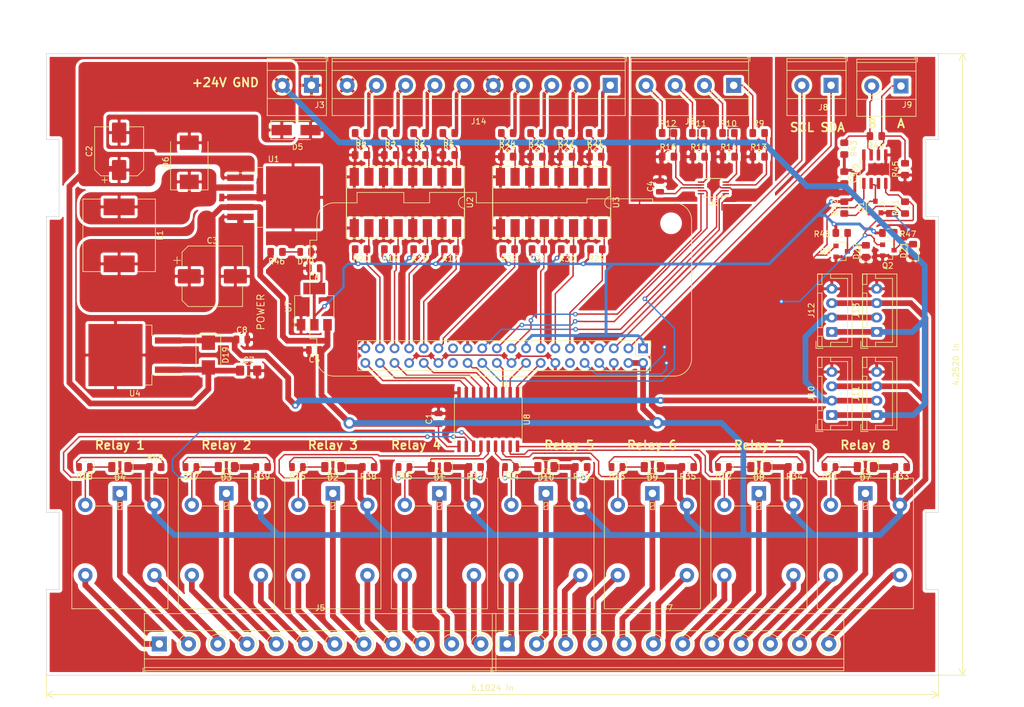
<source format=kicad_pcb>
(kicad_pcb (version 20171130) (host pcbnew 5.1.5-52549c5~84~ubuntu18.04.1)
  (title_block (title Vishnu) (date 2020-02-03) (rev v0.2))
  (layers (0 F.Cu signal) (31 B.Cu signal) (34 B.Paste user) (35 F.Paste user) (36 B.SilkS user) (37 F.SilkS user) (38 B.Mask user) (39 F.Mask user) (44 Edge.Cuts user))
  (net 0 "")
  (net 1 +5V)
  (net 2 +3V3)
  (net 3 "Net-(D1-Pad2)")
  (net 4 "Net-(D6-Pad1)")
  (net 5 DO_2)
  (net 6 CS0)
  (net 7 DO_3)
  (net 8 DI_1)
  (net 9 DI_0)
  (net 10 SCK)
  (net 11 DO_1)
  (net 12 MISO)
  (net 13 MOSI)
  (net 14 DO_0)
  (net 15 DI_3)
  (net 16 DI_2)
  (net 17 /2)
  (net 18 /1)
  (net 19 /3)
  (net 20 /4)
  (net 21 /5)
  (net 22 /6)
  (net 23 /7)
  (net 24 /8)
  (net 25 /9)
  (net 26 /10)
  (net 27 /11)
  (net 28 /12)
  (net 29 /DIGND)
  (net 30 /14)
  (net 31 /13)
  (net 32 /15)
  (net 33 /16)
  (net 34 /17)
  (net 35 /18)
  (net 36 /19)
  (net 37 /20)
  (net 38 /21)
  (net 39 /22)
  (net 40 /23)
  (net 41 /24)
  (net 42 DI_4)
  (net 43 DO_4)
  (net 44 DO_5)
  (net 45 DO_6)
  (net 46 DO_7)
  (net 47 DI_5)
  (net 48 DI_6)
  (net 49 DI_7)
  (net 50 "Net-(D10-Pad2)")
  (net 51 +24V)
  (net 52 "Net-(D15-Pad2)")
  (net 53 "Net-(D13-Pad2)")
  (net 54 "Net-(D11-Pad2)")
  (net 55 "Net-(D12-Pad2)")
  (net 56 "Net-(D14-Pad2)")
  (net 57 "Net-(D16-Pad2)")
  (net 58 "Net-(D17-Pad2)")
  (net 59 "Net-(D18-Pad2)")
  (net 60 "Net-(D12-Pad1)")
  (net 61 "Net-(D13-Pad1)")
  (net 62 "Net-(D17-Pad1)")
  (net 63 "Net-(D11-Pad1)")
  (net 64 GND)
  (net 65 +12V)
  (net 66 "Net-(D16-Pad1)")
  (net 67 "Net-(D18-Pad1)")
  (net 68 SDA)
  (net 69 SCL)
  (net 70 /TXD)
  (net 71 /RXD)
  (net 72 "Net-(Q1-Pad1)")
  (net 73 "Net-(Q1-Pad3)")
  (net 74 /B)
  (net 75 /A)
  (net 76 "Net-(J1-Pad28)")
  (net 77 "Net-(J1-Pad27)")
  (net 78 "Net-(J1-Pad12)")
  (net 79 "Net-(J1-Pad7)")
  (net 80 "Net-(J14-Pad9)")
  (net 81 "Net-(J14-Pad8)")
  (net 82 "Net-(J14-Pad7)")
  (net 83 "Net-(J14-Pad6)")
  (net 84 "Net-(J14-Pad4)")
  (net 85 "Net-(J14-Pad3)")
  (net 86 "Net-(J14-Pad2)")
  (net 87 "Net-(J14-Pad1)")
  (net 88 "Net-(D20-Pad2)")
  (net 89 "Net-(D21-Pad2)")
  (net 90 "Net-(D22-Pad2)")
  (net 91 "Net-(R10-Pad2)")
  (net 92 "Net-(R11-Pad2)")
  (net 93 "Net-(R12-Pad2)")
  (net 94 "Net-(C4-Pad1)")
  (net 95 "Net-(J2-Pad4)")
  (net 96 "Net-(J2-Pad3)")
  (net 97 "Net-(J2-Pad2)")
  (net 98 "Net-(J2-Pad1)")
  (net 99 "Net-(R13-Pad2)")
  (net 100 "Net-(R1-Pad2)")
  (net 101 "Net-(R2-Pad2)")
  (net 102 "Net-(R3-Pad2)")
  (net 103 "Net-(R4-Pad2)")
  (net 104 "Net-(R21-Pad2)")
  (net 105 "Net-(R22-Pad2)")
  (net 106 "Net-(R23-Pad2)")
  (net 107 "Net-(R24-Pad2)")
  (module fossee_openplc:Raspberry_Pi_Zero_FaceUp_SingleMountingHole (layer F.Cu) (at 136.8806 98.7552 270)
    (fp_text reference J1 (at 6.27 24.13) (layer F.SilkS))
    (fp_text value Raspberry_Pi_2_3)
    (pad "" np_thru_hole circle (at -21.73 -4.87 180) (size 2.75 2.75) (drill 2.75) (layers *.Cu *.Mask))
    (pad 40 thru_hole oval (at 2.54 48.26 270) (size 1.7 1.7) (drill 1) (layers *.Cu *.Mask) (net 14 DO_0))
    (pad 39 thru_hole oval (at 0 48.26 270) (size 1.7 1.7) (drill 1) (layers *.Cu *.Mask) (net 64 GND))
    (pad 26 thru_hole oval (at 2.54 30.48 270) (size 1.7 1.7) (drill 1) (layers *.Cu *.Mask) (net 43 DO_4))
    (pad 25 thru_hole oval (at 0 30.48 270) (size 1.7 1.7) (drill 1) (layers *.Cu *.Mask) (net 64 GND))
    (pad 22 thru_hole oval (at 2.54 25.4 270) (size 1.7 1.7) (drill 1) (layers *.Cu *.Mask) (net 44 DO_5))
    (pad 21 thru_hole oval (at 0 25.4 270) (size 1.7 1.7) (drill 1) (layers *.Cu *.Mask) (net 12 MISO))
    (pad 30 thru_hole oval (at 2.54 35.56 270) (size 1.7 1.7) (drill 1) (layers *.Cu *.Mask) (net 64 GND))
    (pad 29 thru_hole oval (at 0 35.56 270) (size 1.7 1.7) (drill 1) (layers *.Cu *.Mask) (net 42 DI_4))
    (pad 8 thru_hole oval (at 2.54 7.62 270) (size 1.7 1.7) (drill 1) (layers *.Cu *.Mask) (net 70 /TXD))
    (pad 7 thru_hole oval (at 0 7.62 270) (size 1.7 1.7) (drill 1) (layers *.Cu *.Mask) (net 79 "Net-(J1-Pad7)"))
    (pad 32 thru_hole oval (at 2.54 38.1 270) (size 1.7 1.7) (drill 1) (layers *.Cu *.Mask) (net 7 DO_3))
    (pad 31 thru_hole oval (at 0 38.1 270) (size 1.7 1.7) (drill 1) (layers *.Cu *.Mask) (net 15 DI_3))
    (pad 18 thru_hole oval (at 2.54 20.32 270) (size 1.7 1.7) (drill 1) (layers *.Cu *.Mask) (net 45 DO_6))
    (pad 17 thru_hole oval (at 0 20.32 270) (size 1.7 1.7) (drill 1) (layers *.Cu *.Mask) (net 2 +3V3))
    (pad 36 thru_hole oval (at 2.54 43.18 270) (size 1.7 1.7) (drill 1) (layers *.Cu *.Mask) (net 5 DO_2))
    (pad 35 thru_hole oval (at 0 43.18 270) (size 1.7 1.7) (drill 1) (layers *.Cu *.Mask) (net 8 DI_1))
    (pad 34 thru_hole oval (at 2.54 40.64 270) (size 1.7 1.7) (drill 1) (layers *.Cu *.Mask) (net 64 GND))
    (pad 33 thru_hole oval (at 0 40.64 270) (size 1.7 1.7) (drill 1) (layers *.Cu *.Mask) (net 16 DI_2))
    (pad 38 thru_hole oval (at 2.54 45.72 270) (size 1.7 1.7) (drill 1) (layers *.Cu *.Mask) (net 11 DO_1))
    (pad 37 thru_hole oval (at 0 45.72 270) (size 1.7 1.7) (drill 1) (layers *.Cu *.Mask) (net 9 DI_0))
    (pad 20 thru_hole oval (at 2.54 22.86 270) (size 1.7 1.7) (drill 1) (layers *.Cu *.Mask) (net 64 GND))
    (pad 19 thru_hole oval (at 0 22.86 270) (size 1.7 1.7) (drill 1) (layers *.Cu *.Mask) (net 13 MOSI))
    (pad 10 thru_hole oval (at 2.54 10.16 270) (size 1.7 1.7) (drill 1) (layers *.Cu *.Mask) (net 71 /RXD))
    (pad 9 thru_hole oval (at 0 10.16 270) (size 1.7 1.7) (drill 1) (layers *.Cu *.Mask) (net 64 GND))
    (pad 14 thru_hole oval (at 2.54 15.24 270) (size 1.7 1.7) (drill 1) (layers *.Cu *.Mask) (net 64 GND))
    (pad 13 thru_hole oval (at 0 15.24 270) (size 1.7 1.7) (drill 1) (layers *.Cu *.Mask) (net 48 DI_6))
    (pad 28 thru_hole oval (at 2.54 33.02 270) (size 1.7 1.7) (drill 1) (layers *.Cu *.Mask) (net 76 "Net-(J1-Pad28)"))
    (pad 27 thru_hole oval (at 0 33.02 270) (size 1.7 1.7) (drill 1) (layers *.Cu *.Mask) (net 77 "Net-(J1-Pad27)"))
    (pad 12 thru_hole oval (at 2.54 12.7 270) (size 1.7 1.7) (drill 1) (layers *.Cu *.Mask) (net 78 "Net-(J1-Pad12)"))
    (pad 11 thru_hole oval (at 0 12.7 270) (size 1.7 1.7) (drill 1) (layers *.Cu *.Mask) (net 49 DI_7))
    (pad 24 thru_hole oval (at 2.54 27.94 270) (size 1.7 1.7) (drill 1) (layers *.Cu *.Mask) (net 6 CS0))
    (pad 23 thru_hole oval (at 0 27.94 270) (size 1.7 1.7) (drill 1) (layers *.Cu *.Mask) (net 10 SCK))
    (pad 1 thru_hole rect (at 0 0 270) (size 1.7 1.7) (drill 1) (layers *.Cu *.Mask) (net 2 +3V3))
    (pad 2 thru_hole oval (at 2.54 0 270) (size 1.7 1.7) (drill 1) (layers *.Cu *.Mask) (net 1 +5V))
    (pad 5 thru_hole oval (at 0 5.08 270) (size 1.7 1.7) (drill 1) (layers *.Cu *.Mask) (net 69 SCL))
    (pad 4 thru_hole oval (at 2.54 2.54 270) (size 1.7 1.7) (drill 1) (layers *.Cu *.Mask) (net 1 +5V))
    (pad 16 thru_hole oval (at 2.54 17.78 270) (size 1.7 1.7) (drill 1) (layers *.Cu *.Mask) (net 46 DO_7))
    (pad 15 thru_hole oval (at 0 17.78 270) (size 1.7 1.7) (drill 1) (layers *.Cu *.Mask) (net 47 DI_5))
    (pad 3 thru_hole oval (at 0 2.54 270) (size 1.7 1.7) (drill 1) (layers *.Cu *.Mask) (net 68 SDA))
    (pad 6 thru_hole oval (at 2.54 5.08 270) (size 1.7 1.7) (drill 1) (layers *.Cu *.Mask) (net 64 GND))
  )
  (module fossee_openplc:DIP-16_W8.89mm_SMDSocket_LongPads (layer F.Cu) (at 120.998 73.406 270)
    (fp_text reference U3 (at 0 -11.22 90) (layer F.SilkS))
    (fp_text value LTV-847)
    (pad 16 smd rect (at 4.445 -8.89 270) (size 3.1 1.6) (layers F.Cu F.Paste F.Mask) (net 49 DI_7))
    (pad 8 smd rect (at -4.445 8.89 270) (size 3.1 1.6) (layers F.Cu F.Paste F.Mask) (net 29 /DIGND))
    (pad 15 smd rect (at 4.445 -6.35 270) (size 3.1 1.6) (layers F.Cu F.Paste F.Mask) (net 64 GND))
    (pad 7 smd rect (at -4.445 6.35 270) (size 3.1 1.6) (layers F.Cu F.Paste F.Mask) (net 107 "Net-(R24-Pad2)"))
    (pad 14 smd rect (at 4.445 -3.81 270) (size 3.1 1.6) (layers F.Cu F.Paste F.Mask) (net 48 DI_6))
    (pad 6 smd rect (at -4.445 3.81 270) (size 3.1 1.6) (layers F.Cu F.Paste F.Mask) (net 29 /DIGND))
    (pad 13 smd rect (at 4.445 -1.27 270) (size 3.1 1.6) (layers F.Cu F.Paste F.Mask) (net 64 GND))
    (pad 5 smd rect (at -4.445 1.27 270) (size 3.1 1.6) (layers F.Cu F.Paste F.Mask) (net 106 "Net-(R23-Pad2)"))
    (pad 12 smd rect (at 4.445 1.27 270) (size 3.1 1.6) (layers F.Cu F.Paste F.Mask) (net 47 DI_5))
    (pad 4 smd rect (at -4.445 -1.27 270) (size 3.1 1.6) (layers F.Cu F.Paste F.Mask) (net 29 /DIGND))
    (pad 11 smd rect (at 4.445 3.81 270) (size 3.1 1.6) (layers F.Cu F.Paste F.Mask) (net 64 GND))
    (pad 3 smd rect (at -4.445 -3.81 270) (size 3.1 1.6) (layers F.Cu F.Paste F.Mask) (net 105 "Net-(R22-Pad2)"))
    (pad 10 smd rect (at 4.445 6.35 270) (size 3.1 1.6) (layers F.Cu F.Paste F.Mask) (net 42 DI_4))
    (pad 2 smd rect (at -4.445 -6.35 270) (size 3.1 1.6) (layers F.Cu F.Paste F.Mask) (net 29 /DIGND))
    (pad 9 smd rect (at 4.445 8.89 270) (size 3.1 1.6) (layers F.Cu F.Paste F.Mask) (net 64 GND))
    (pad 1 smd rect (at -4.445 -8.89 270) (size 3.1 1.6) (layers F.Cu F.Paste F.Mask) (net 104 "Net-(R21-Pad2)"))
  )
  (module fossee_openplc:DIP-16_W8.89mm_SMDSocket_LongPads (layer F.Cu) (at 95.594262 73.406 270)
    (fp_text reference U2 (at 0 -11.22 90) (layer F.SilkS))
    (fp_text value LTV-847)
    (pad 16 smd rect (at 4.445 -8.89 270) (size 3.1 1.6) (layers F.Cu F.Paste F.Mask) (net 15 DI_3))
    (pad 8 smd rect (at -4.445 8.89 270) (size 3.1 1.6) (layers F.Cu F.Paste F.Mask) (net 29 /DIGND))
    (pad 15 smd rect (at 4.445 -6.35 270) (size 3.1 1.6) (layers F.Cu F.Paste F.Mask) (net 64 GND))
    (pad 7 smd rect (at -4.445 6.35 270) (size 3.1 1.6) (layers F.Cu F.Paste F.Mask) (net 103 "Net-(R4-Pad2)"))
    (pad 14 smd rect (at 4.445 -3.81 270) (size 3.1 1.6) (layers F.Cu F.Paste F.Mask) (net 16 DI_2))
    (pad 6 smd rect (at -4.445 3.81 270) (size 3.1 1.6) (layers F.Cu F.Paste F.Mask) (net 29 /DIGND))
    (pad 13 smd rect (at 4.445 -1.27 270) (size 3.1 1.6) (layers F.Cu F.Paste F.Mask) (net 64 GND))
    (pad 5 smd rect (at -4.445 1.27 270) (size 3.1 1.6) (layers F.Cu F.Paste F.Mask) (net 102 "Net-(R3-Pad2)"))
    (pad 12 smd rect (at 4.445 1.27 270) (size 3.1 1.6) (layers F.Cu F.Paste F.Mask) (net 8 DI_1))
    (pad 4 smd rect (at -4.445 -1.27 270) (size 3.1 1.6) (layers F.Cu F.Paste F.Mask) (net 29 /DIGND))
    (pad 11 smd rect (at 4.445 3.81 270) (size 3.1 1.6) (layers F.Cu F.Paste F.Mask) (net 64 GND))
    (pad 3 smd rect (at -4.445 -3.81 270) (size 3.1 1.6) (layers F.Cu F.Paste F.Mask) (net 101 "Net-(R2-Pad2)"))
    (pad 10 smd rect (at 4.445 6.35 270) (size 3.1 1.6) (layers F.Cu F.Paste F.Mask) (net 9 DI_0))
    (pad 2 smd rect (at -4.445 -6.35 270) (size 3.1 1.6) (layers F.Cu F.Paste F.Mask) (net 29 /DIGND))
    (pad 9 smd rect (at 4.445 8.89 270) (size 3.1 1.6) (layers F.Cu F.Paste F.Mask) (net 64 GND))
    (pad 1 smd rect (at -4.445 -8.89 270) (size 3.1 1.6) (layers F.Cu F.Paste F.Mask) (net 100 "Net-(R1-Pad2)"))
  )
  (module fossee_openplc:R_0805_2012Metric_Pad1.15x1.40mm_HandSolder (layer F.Cu) (at 113.538 81.534 180)
    (fp_text reference R32 (at 0 -1.65) (layer F.SilkS))
    (fp_text value 10k)
    (pad 2 smd roundrect (at 1.025 0 180) (size 1.15 1.4) (layers F.Cu F.Paste F.Mask) (roundrect_rratio 0.217391) (net 2 +3V3))
    (pad 1 smd roundrect (at -1.025 0 180) (size 1.15 1.4) (layers F.Cu F.Paste F.Mask) (roundrect_rratio 0.217391) (net 42 DI_4))
  )
  (module fossee_openplc:R_0805_2012Metric_Pad1.15x1.40mm_HandSolder (layer F.Cu) (at 118.618 81.534 180)
    (fp_text reference R31 (at 0 -1.65) (layer F.SilkS))
    (fp_text value 10k)
    (pad 2 smd roundrect (at 1.025 0 180) (size 1.15 1.4) (layers F.Cu F.Paste F.Mask) (roundrect_rratio 0.217391) (net 2 +3V3))
    (pad 1 smd roundrect (at -1.025 0 180) (size 1.15 1.4) (layers F.Cu F.Paste F.Mask) (roundrect_rratio 0.217391) (net 47 DI_5))
  )
  (module fossee_openplc:R_0805_2012Metric_Pad1.15x1.40mm_HandSolder (layer F.Cu) (at 123.698 81.534 180)
    (fp_text reference R30 (at 0 -1.65) (layer F.SilkS))
    (fp_text value 10k)
    (pad 2 smd roundrect (at 1.025 0 180) (size 1.15 1.4) (layers F.Cu F.Paste F.Mask) (roundrect_rratio 0.217391) (net 2 +3V3))
    (pad 1 smd roundrect (at -1.025 0 180) (size 1.15 1.4) (layers F.Cu F.Paste F.Mask) (roundrect_rratio 0.217391) (net 48 DI_6))
  )
  (module fossee_openplc:R_0805_2012Metric_Pad1.15x1.40mm_HandSolder (layer F.Cu) (at 128.778 81.534 180)
    (fp_text reference R29 (at 0 -1.65) (layer F.SilkS))
    (fp_text value 10k)
    (pad 2 smd roundrect (at 1.025 0 180) (size 1.15 1.4) (layers F.Cu F.Paste F.Mask) (roundrect_rratio 0.217391) (net 2 +3V3))
    (pad 1 smd roundrect (at -1.025 0 180) (size 1.15 1.4) (layers F.Cu F.Paste F.Mask) (roundrect_rratio 0.217391) (net 49 DI_7))
  )
  (module fossee_openplc:R_0805_2012Metric_Pad1.15x1.40mm_HandSolder (layer F.Cu) (at 113.284 65.449185)
    (fp_text reference R28 (at 0 -1.65) (layer F.SilkS))
    (fp_text value 10k)
    (pad 2 smd roundrect (at 1.025 0) (size 1.15 1.4) (layers F.Cu F.Paste F.Mask) (roundrect_rratio 0.217391) (net 107 "Net-(R24-Pad2)"))
    (pad 1 smd roundrect (at -1.025 0) (size 1.15 1.4) (layers F.Cu F.Paste F.Mask) (roundrect_rratio 0.217391) (net 29 /DIGND))
  )
  (module fossee_openplc:R_0805_2012Metric_Pad1.15x1.40mm_HandSolder (layer F.Cu) (at 118.364 65.449185)
    (fp_text reference R27 (at 0 -1.65) (layer F.SilkS))
    (fp_text value 10k)
    (pad 2 smd roundrect (at 1.025 0) (size 1.15 1.4) (layers F.Cu F.Paste F.Mask) (roundrect_rratio 0.217391) (net 106 "Net-(R23-Pad2)"))
    (pad 1 smd roundrect (at -1.025 0) (size 1.15 1.4) (layers F.Cu F.Paste F.Mask) (roundrect_rratio 0.217391) (net 29 /DIGND))
  )
  (module fossee_openplc:R_0805_2012Metric_Pad1.15x1.40mm_HandSolder (layer F.Cu) (at 123.524 65.449185)
    (fp_text reference R26 (at 0 -1.65) (layer F.SilkS))
    (fp_text value 10k)
    (pad 2 smd roundrect (at 1.025 0) (size 1.15 1.4) (layers F.Cu F.Paste F.Mask) (roundrect_rratio 0.217391) (net 105 "Net-(R22-Pad2)"))
    (pad 1 smd roundrect (at -1.025 0) (size 1.15 1.4) (layers F.Cu F.Paste F.Mask) (roundrect_rratio 0.217391) (net 29 /DIGND))
  )
  (module fossee_openplc:R_0805_2012Metric_Pad1.15x1.40mm_HandSolder (layer F.Cu) (at 128.604 65.449185)
    (fp_text reference R25 (at 0 -1.65) (layer F.SilkS))
    (fp_text value 10k)
    (pad 2 smd roundrect (at 1.025 0) (size 1.15 1.4) (layers F.Cu F.Paste F.Mask) (roundrect_rratio 0.217391) (net 104 "Net-(R21-Pad2)"))
    (pad 1 smd roundrect (at -1.025 0) (size 1.15 1.4) (layers F.Cu F.Paste F.Mask) (roundrect_rratio 0.217391) (net 29 /DIGND))
  )
  (module fossee_openplc:R_0805_2012Metric_Pad1.15x1.40mm_HandSolder (layer F.Cu) (at 113.284 61.34737 180)
    (fp_text reference R24 (at 0 -1.65) (layer F.SilkS))
    (fp_text value 10k)
    (pad 2 smd roundrect (at 1.025 0 180) (size 1.15 1.4) (layers F.Cu F.Paste F.Mask) (roundrect_rratio 0.217391) (net 107 "Net-(R24-Pad2)"))
    (pad 1 smd roundrect (at -1.025 0 180) (size 1.15 1.4) (layers F.Cu F.Paste F.Mask) (roundrect_rratio 0.217391) (net 84 "Net-(J14-Pad4)"))
  )
  (module fossee_openplc:R_0805_2012Metric_Pad1.15x1.40mm_HandSolder (layer F.Cu) (at 118.364 61.34737 180)
    (fp_text reference R23 (at 0 -1.65) (layer F.SilkS))
    (fp_text value 10k)
    (pad 2 smd roundrect (at 1.025 0 180) (size 1.15 1.4) (layers F.Cu F.Paste F.Mask) (roundrect_rratio 0.217391) (net 106 "Net-(R23-Pad2)"))
    (pad 1 smd roundrect (at -1.025 0 180) (size 1.15 1.4) (layers F.Cu F.Paste F.Mask) (roundrect_rratio 0.217391) (net 85 "Net-(J14-Pad3)"))
  )
  (module fossee_openplc:R_0805_2012Metric_Pad1.15x1.40mm_HandSolder (layer F.Cu) (at 123.444 61.34737 180)
    (fp_text reference R22 (at 0 -1.65) (layer F.SilkS))
    (fp_text value 10k)
    (pad 2 smd roundrect (at 1.025 0 180) (size 1.15 1.4) (layers F.Cu F.Paste F.Mask) (roundrect_rratio 0.217391) (net 105 "Net-(R22-Pad2)"))
    (pad 1 smd roundrect (at -1.025 0 180) (size 1.15 1.4) (layers F.Cu F.Paste F.Mask) (roundrect_rratio 0.217391) (net 86 "Net-(J14-Pad2)"))
  )
  (module fossee_openplc:R_0805_2012Metric_Pad1.15x1.40mm_HandSolder (layer F.Cu) (at 128.524 61.34737 180)
    (fp_text reference R21 (at 0 -1.65) (layer F.SilkS))
    (fp_text value 10k)
    (pad 2 smd roundrect (at 1.025 0 180) (size 1.15 1.4) (layers F.Cu F.Paste F.Mask) (roundrect_rratio 0.217391) (net 104 "Net-(R21-Pad2)"))
    (pad 1 smd roundrect (at -1.025 0 180) (size 1.15 1.4) (layers F.Cu F.Paste F.Mask) (roundrect_rratio 0.217391) (net 87 "Net-(J14-Pad1)"))
  )
  (module fossee_openplc:R_0805_2012Metric_Pad1.15x1.40mm_HandSolder (layer F.Cu) (at 87.884 81.534 180)
    (fp_text reference R20 (at 0 -1.65) (layer F.SilkS))
    (fp_text value 10k)
    (pad 2 smd roundrect (at 1.025 0 180) (size 1.15 1.4) (layers F.Cu F.Paste F.Mask) (roundrect_rratio 0.217391) (net 2 +3V3))
    (pad 1 smd roundrect (at -1.025 0 180) (size 1.15 1.4) (layers F.Cu F.Paste F.Mask) (roundrect_rratio 0.217391) (net 9 DI_0))
  )
  (module fossee_openplc:R_0805_2012Metric_Pad1.15x1.40mm_HandSolder (layer F.Cu) (at 92.964 81.534 180)
    (fp_text reference R19 (at 0 -1.65) (layer F.SilkS))
    (fp_text value 10k)
    (pad 2 smd roundrect (at 1.025 0 180) (size 1.15 1.4) (layers F.Cu F.Paste F.Mask) (roundrect_rratio 0.217391) (net 2 +3V3))
    (pad 1 smd roundrect (at -1.025 0 180) (size 1.15 1.4) (layers F.Cu F.Paste F.Mask) (roundrect_rratio 0.217391) (net 8 DI_1))
  )
  (module fossee_openplc:R_0805_2012Metric_Pad1.15x1.40mm_HandSolder (layer F.Cu) (at 98.044 81.534 180)
    (fp_text reference R18 (at 0 -1.65) (layer F.SilkS))
    (fp_text value 10k)
    (pad 2 smd roundrect (at 1.025 0 180) (size 1.15 1.4) (layers F.Cu F.Paste F.Mask) (roundrect_rratio 0.217391) (net 2 +3V3))
    (pad 1 smd roundrect (at -1.025 0 180) (size 1.15 1.4) (layers F.Cu F.Paste F.Mask) (roundrect_rratio 0.217391) (net 16 DI_2))
  )
  (module fossee_openplc:R_0805_2012Metric_Pad1.15x1.40mm_HandSolder (layer F.Cu) (at 103.378 81.534 180)
    (fp_text reference R17 (at 0 -1.65) (layer F.SilkS))
    (fp_text value 10k)
    (pad 2 smd roundrect (at 1.025 0 180) (size 1.15 1.4) (layers F.Cu F.Paste F.Mask) (roundrect_rratio 0.217391) (net 2 +3V3))
    (pad 1 smd roundrect (at -1.025 0 180) (size 1.15 1.4) (layers F.Cu F.Paste F.Mask) (roundrect_rratio 0.217391) (net 15 DI_3))
  )
  (module fossee_openplc:R_0805_2012Metric_Pad1.15x1.40mm_HandSolder (layer F.Cu) (at 87.884 65.159184)
    (fp_text reference R8 (at 0 -1.65) (layer F.SilkS))
    (fp_text value 10k)
    (pad 2 smd roundrect (at 1.025 0) (size 1.15 1.4) (layers F.Cu F.Paste F.Mask) (roundrect_rratio 0.217391) (net 103 "Net-(R4-Pad2)"))
    (pad 1 smd roundrect (at -1.025 0) (size 1.15 1.4) (layers F.Cu F.Paste F.Mask) (roundrect_rratio 0.217391) (net 29 /DIGND))
  )
  (module fossee_openplc:R_0805_2012Metric_Pad1.15x1.40mm_HandSolder (layer F.Cu) (at 92.964 65.159184)
    (fp_text reference R7 (at 0 -1.65) (layer F.SilkS))
    (fp_text value 10k)
    (pad 2 smd roundrect (at 1.025 0) (size 1.15 1.4) (layers F.Cu F.Paste F.Mask) (roundrect_rratio 0.217391) (net 102 "Net-(R3-Pad2)"))
    (pad 1 smd roundrect (at -1.025 0) (size 1.15 1.4) (layers F.Cu F.Paste F.Mask) (roundrect_rratio 0.217391) (net 29 /DIGND))
  )
  (module fossee_openplc:R_0805_2012Metric_Pad1.15x1.40mm_HandSolder (layer F.Cu) (at 98.044 65.159184)
    (fp_text reference R6 (at 0 -1.65) (layer F.SilkS))
    (fp_text value 10k)
    (pad 2 smd roundrect (at 1.025 0) (size 1.15 1.4) (layers F.Cu F.Paste F.Mask) (roundrect_rratio 0.217391) (net 101 "Net-(R2-Pad2)"))
    (pad 1 smd roundrect (at -1.025 0) (size 1.15 1.4) (layers F.Cu F.Paste F.Mask) (roundrect_rratio 0.217391) (net 29 /DIGND))
  )
  (module fossee_openplc:R_0805_2012Metric_Pad1.15x1.40mm_HandSolder (layer F.Cu) (at 103.124 65.159184)
    (fp_text reference R5 (at 0 -1.65) (layer F.SilkS))
    (fp_text value 10k)
    (pad 2 smd roundrect (at 1.025 0) (size 1.15 1.4) (layers F.Cu F.Paste F.Mask) (roundrect_rratio 0.217391) (net 100 "Net-(R1-Pad2)"))
    (pad 1 smd roundrect (at -1.025 0) (size 1.15 1.4) (layers F.Cu F.Paste F.Mask) (roundrect_rratio 0.217391) (net 29 /DIGND))
  )
  (module fossee_openplc:R_0805_2012Metric_Pad1.15x1.40mm_HandSolder (layer F.Cu) (at 87.884 61.34737 180)
    (fp_text reference R4 (at 0 -1.65) (layer F.SilkS))
    (fp_text value 10k)
    (pad 2 smd roundrect (at 1.025 0 180) (size 1.15 1.4) (layers F.Cu F.Paste F.Mask) (roundrect_rratio 0.217391) (net 103 "Net-(R4-Pad2)"))
    (pad 1 smd roundrect (at -1.025 0 180) (size 1.15 1.4) (layers F.Cu F.Paste F.Mask) (roundrect_rratio 0.217391) (net 80 "Net-(J14-Pad9)"))
  )
  (module fossee_openplc:R_0805_2012Metric_Pad1.15x1.40mm_HandSolder (layer F.Cu) (at 92.964 61.34737 180)
    (fp_text reference R3 (at 0 -1.65) (layer F.SilkS))
    (fp_text value 10k)
    (pad 2 smd roundrect (at 1.025 0 180) (size 1.15 1.4) (layers F.Cu F.Paste F.Mask) (roundrect_rratio 0.217391) (net 102 "Net-(R3-Pad2)"))
    (pad 1 smd roundrect (at -1.025 0 180) (size 1.15 1.4) (layers F.Cu F.Paste F.Mask) (roundrect_rratio 0.217391) (net 81 "Net-(J14-Pad8)"))
  )
  (module fossee_openplc:R_0805_2012Metric_Pad1.15x1.40mm_HandSolder (layer F.Cu) (at 98.044 61.34737 180)
    (fp_text reference R2 (at 0 -1.65) (layer F.SilkS))
    (fp_text value 10k)
    (pad 2 smd roundrect (at 1.025 0 180) (size 1.15 1.4) (layers F.Cu F.Paste F.Mask) (roundrect_rratio 0.217391) (net 101 "Net-(R2-Pad2)"))
    (pad 1 smd roundrect (at -1.025 0 180) (size 1.15 1.4) (layers F.Cu F.Paste F.Mask) (roundrect_rratio 0.217391) (net 82 "Net-(J14-Pad7)"))
  )
  (module fossee_openplc:R_0805_2012Metric_Pad1.15x1.40mm_HandSolder (layer F.Cu) (at 103.124 61.34737 180)
    (fp_text reference R1 (at 0 -1.65) (layer F.SilkS))
    (fp_text value 10k)
    (pad 2 smd roundrect (at 1.025 0 180) (size 1.15 1.4) (layers F.Cu F.Paste F.Mask) (roundrect_rratio 0.217391) (net 100 "Net-(R1-Pad2)"))
    (pad 1 smd roundrect (at -1.025 0 180) (size 1.15 1.4) (layers F.Cu F.Paste F.Mask) (roundrect_rratio 0.217391) (net 83 "Net-(J14-Pad6)"))
  )
  (module fossee_openplc:TerminalBlock_Phoenix_MKDS-1,5-10-5.08_1x10_P5.08mm_Horizontal (layer F.Cu) (at 131.18 53.050556 180)
    (fp_text reference J14 (at 22.86 -6.26) (layer F.SilkS))
    (fp_text value Screw_Terminal_01x10)
    (pad 10 thru_hole circle (at 45.72 0 180) (size 2.6 2.6) (drill 1.3) (layers *.Cu *.Mask) (net 29 /DIGND))
    (pad 9 thru_hole circle (at 40.64 0 180) (size 2.6 2.6) (drill 1.3) (layers *.Cu *.Mask) (net 80 "Net-(J14-Pad9)"))
    (pad 8 thru_hole circle (at 35.56 0 180) (size 2.6 2.6) (drill 1.3) (layers *.Cu *.Mask) (net 81 "Net-(J14-Pad8)"))
    (pad 7 thru_hole circle (at 30.48 0 180) (size 2.6 2.6) (drill 1.3) (layers *.Cu *.Mask) (net 82 "Net-(J14-Pad7)"))
    (pad 6 thru_hole circle (at 25.4 0 180) (size 2.6 2.6) (drill 1.3) (layers *.Cu *.Mask) (net 83 "Net-(J14-Pad6)"))
    (pad 5 thru_hole circle (at 20.32 0 180) (size 2.6 2.6) (drill 1.3) (layers *.Cu *.Mask) (net 29 /DIGND))
    (pad 4 thru_hole circle (at 15.24 0 180) (size 2.6 2.6) (drill 1.3) (layers *.Cu *.Mask) (net 84 "Net-(J14-Pad4)"))
    (pad 3 thru_hole circle (at 10.16 0 180) (size 2.6 2.6) (drill 1.3) (layers *.Cu *.Mask) (net 85 "Net-(J14-Pad3)"))
    (pad 2 thru_hole circle (at 5.08 0 180) (size 2.6 2.6) (drill 1.3) (layers *.Cu *.Mask) (net 86 "Net-(J14-Pad2)"))
    (pad 1 thru_hole rect (at 0 0 180) (size 2.6 2.6) (drill 1.3) (layers *.Cu *.Mask) (net 87 "Net-(J14-Pad1)"))
  )
  (module fossee_openplc:JST_XH_B4B-XH-A_1x04_P2.50mm_Vertical (layer F.Cu) (at 169.675001 95.899999 90)
    (fp_text reference J12 (at 3.75 -3.55 90) (layer F.SilkS))
    (fp_text value Conn_01x04)
    (pad 4 thru_hole oval (at 7.5 0 90) (size 1.7 1.95) (drill 0.95) (layers *.Cu *.Mask) (net 64 GND))
    (pad 3 thru_hole oval (at 5 0 90) (size 1.7 1.95) (drill 0.95) (layers *.Cu *.Mask) (net 1 +5V))
    (pad 2 thru_hole oval (at 2.5 0 90) (size 1.7 1.95) (drill 0.95) (layers *.Cu *.Mask) (net 65 +12V))
    (pad 1 thru_hole roundrect (at 0 0 90) (size 1.7 1.95) (drill 0.95) (layers *.Cu *.Mask) (roundrect_rratio 0.147059) (net 51 +24V))
  )
  (module fossee_openplc:SOIC-18W_7.5x11.6mm_P1.27mm (layer F.Cu) (at 109.982 111.125 270)
    (fp_text reference U8 (at 0 -6.72 90) (layer F.SilkS))
    (fp_text value ULN2803A)
    (pad 18 smd roundrect (at 4.65 -5.08 270) (size 2.05 0.6) (layers F.Cu F.Paste F.Mask) (net 63 "Net-(D11-Pad1)"))
    (pad 17 smd roundrect (at 4.65 -3.81 270) (size 2.05 0.6) (layers F.Cu F.Paste F.Mask) (net 60 "Net-(D12-Pad1)"))
    (pad 16 smd roundrect (at 4.65 -2.54 270) (size 2.05 0.6) (layers F.Cu F.Paste F.Mask) (net 61 "Net-(D13-Pad1)"))
    (pad 15 smd roundrect (at 4.65 -1.27 270) (size 2.05 0.6) (layers F.Cu F.Paste F.Mask) (net 50 "Net-(D10-Pad2)"))
    (pad 14 smd roundrect (at 4.65 0 270) (size 2.05 0.6) (layers F.Cu F.Paste F.Mask) (net 3 "Net-(D1-Pad2)"))
    (pad 13 smd roundrect (at 4.65 1.27 270) (size 2.05 0.6) (layers F.Cu F.Paste F.Mask) (net 66 "Net-(D16-Pad1)"))
    (pad 12 smd roundrect (at 4.65 2.54 270) (size 2.05 0.6) (layers F.Cu F.Paste F.Mask) (net 62 "Net-(D17-Pad1)"))
    (pad 11 smd roundrect (at 4.65 3.81 270) (size 2.05 0.6) (layers F.Cu F.Paste F.Mask) (net 67 "Net-(D18-Pad1)"))
    (pad 10 smd roundrect (at 4.65 5.08 270) (size 2.05 0.6) (layers F.Cu F.Paste F.Mask) (net 1 +5V))
    (pad 9 smd roundrect (at -4.65 5.08 270) (size 2.05 0.6) (layers F.Cu F.Paste F.Mask) (net 64 GND))
    (pad 8 smd roundrect (at -4.65 3.81 270) (size 2.05 0.6) (layers F.Cu F.Paste F.Mask) (net 14 DO_0))
    (pad 7 smd roundrect (at -4.65 2.54 270) (size 2.05 0.6) (layers F.Cu F.Paste F.Mask) (net 11 DO_1))
    (pad 6 smd roundrect (at -4.65 1.27 270) (size 2.05 0.6) (layers F.Cu F.Paste F.Mask) (net 5 DO_2))
    (pad 5 smd roundrect (at -4.65 0 270) (size 2.05 0.6) (layers F.Cu F.Paste F.Mask) (net 7 DO_3))
    (pad 4 smd roundrect (at -4.65 -1.27 270) (size 2.05 0.6) (layers F.Cu F.Paste F.Mask) (net 43 DO_4))
    (pad 3 smd roundrect (at -4.65 -2.54 270) (size 2.05 0.6) (layers F.Cu F.Paste F.Mask) (net 44 DO_5))
    (pad 2 smd roundrect (at -4.65 -3.81 270) (size 2.05 0.6) (layers F.Cu F.Paste F.Mask) (net 45 DO_6))
    (pad 1 smd roundrect (at -4.65 -5.08 270) (size 2.05 0.6) (layers F.Cu F.Paste F.Mask) (net 46 DO_7))
  )
  (module fossee_openplc:R_0805_2012Metric_Pad1.15x1.40mm_HandSolder (layer F.Cu) (at 52.124 119.38)
    (fp_text reference R40 (at 0 -1.65) (layer F.SilkS))
    (fp_text value 220R)
    (pad 2 smd roundrect (at 1.025 0) (size 1.15 1.4) (layers F.Cu F.Paste F.Mask) (roundrect_rratio 0.217391) (net 59 "Net-(D18-Pad2)"))
    (pad 1 smd roundrect (at -1.025 0) (size 1.15 1.4) (layers F.Cu F.Paste F.Mask) (roundrect_rratio 0.217391) (net 1 +5V))
  )
  (module fossee_openplc:R_0805_2012Metric_Pad1.15x1.40mm_HandSolder (layer F.Cu) (at 70.629714 119.38 180)
    (fp_text reference R39 (at 0 -1.65) (layer F.SilkS))
    (fp_text value 220R)
    (pad 2 smd roundrect (at 1.025 0 180) (size 1.15 1.4) (layers F.Cu F.Paste F.Mask) (roundrect_rratio 0.217391) (net 1 +5V))
    (pad 1 smd roundrect (at -1.025 0 180) (size 1.15 1.4) (layers F.Cu F.Paste F.Mask) (roundrect_rratio 0.217391) (net 58 "Net-(D17-Pad2)"))
  )
  (module fossee_openplc:R_0805_2012Metric_Pad1.15x1.40mm_HandSolder (layer F.Cu) (at 89.135428 119.38 180)
    (fp_text reference R38 (at 0 -1.65) (layer F.SilkS))
    (fp_text value 220R)
    (pad 2 smd roundrect (at 1.025 0 180) (size 1.15 1.4) (layers F.Cu F.Paste F.Mask) (roundrect_rratio 0.217391) (net 1 +5V))
    (pad 1 smd roundrect (at -1.025 0 180) (size 1.15 1.4) (layers F.Cu F.Paste F.Mask) (roundrect_rratio 0.217391) (net 57 "Net-(D16-Pad2)"))
  )
  (module fossee_openplc:R_0805_2012Metric_Pad1.15x1.40mm_HandSolder (layer F.Cu) (at 107.641142 119.38 180)
    (fp_text reference R37 (at 0 -1.65) (layer F.SilkS))
    (fp_text value 220R)
    (pad 2 smd roundrect (at 1.025 0 180) (size 1.15 1.4) (layers F.Cu F.Paste F.Mask) (roundrect_rratio 0.217391) (net 1 +5V))
    (pad 1 smd roundrect (at -1.025 0 180) (size 1.15 1.4) (layers F.Cu F.Paste F.Mask) (roundrect_rratio 0.217391) (net 52 "Net-(D15-Pad2)"))
  )
  (module fossee_openplc:R_0805_2012Metric_Pad1.15x1.40mm_HandSolder (layer F.Cu) (at 126.146856 119.38 180)
    (fp_text reference R36 (at 0 -1.65) (layer F.SilkS))
    (fp_text value 220R)
    (pad 2 smd roundrect (at 1.025 0 180) (size 1.15 1.4) (layers F.Cu F.Paste F.Mask) (roundrect_rratio 0.217391) (net 1 +5V))
    (pad 1 smd roundrect (at -1.025 0 180) (size 1.15 1.4) (layers F.Cu F.Paste F.Mask) (roundrect_rratio 0.217391) (net 56 "Net-(D14-Pad2)"))
  )
  (module fossee_openplc:R_0805_2012Metric_Pad1.15x1.40mm_HandSolder (layer F.Cu) (at 144.65257 119.38 180)
    (fp_text reference R35 (at 0 -1.65) (layer F.SilkS))
    (fp_text value 220R)
    (pad 2 smd roundrect (at 1.025 0 180) (size 1.15 1.4) (layers F.Cu F.Paste F.Mask) (roundrect_rratio 0.217391) (net 1 +5V))
    (pad 1 smd roundrect (at -1.025 0 180) (size 1.15 1.4) (layers F.Cu F.Paste F.Mask) (roundrect_rratio 0.217391) (net 53 "Net-(D13-Pad2)"))
  )
  (module fossee_openplc:R_0805_2012Metric_Pad1.15x1.40mm_HandSolder (layer F.Cu) (at 163.158284 119.38 180)
    (fp_text reference R34 (at 0 -1.65) (layer F.SilkS))
    (fp_text value 220R)
    (pad 2 smd roundrect (at 1.025 0 180) (size 1.15 1.4) (layers F.Cu F.Paste F.Mask) (roundrect_rratio 0.217391) (net 1 +5V))
    (pad 1 smd roundrect (at -1.025 0 180) (size 1.15 1.4) (layers F.Cu F.Paste F.Mask) (roundrect_rratio 0.217391) (net 55 "Net-(D12-Pad2)"))
  )
  (module fossee_openplc:R_0805_2012Metric_Pad1.15x1.40mm_HandSolder (layer F.Cu) (at 181.664 119.38 180)
    (fp_text reference R33 (at 0 -1.65) (layer F.SilkS))
    (fp_text value 220R)
    (pad 2 smd roundrect (at 1.025 0 180) (size 1.15 1.4) (layers F.Cu F.Paste F.Mask) (roundrect_rratio 0.217391) (net 1 +5V))
    (pad 1 smd roundrect (at -1.025 0 180) (size 1.15 1.4) (layers F.Cu F.Paste F.Mask) (roundrect_rratio 0.217391) (net 54 "Net-(D11-Pad2)"))
  )
  (module fossee_openplc:Relay_SPDT_Omron-G5LE-1 (layer F.Cu) (at 119.996856 123.952)
    (fp_text reference K8 (at 0 -3.8) (layer F.SilkS))
    (fp_text value G5LE-1)
    (pad 5 thru_hole oval (at 6 2) (size 2.5 2.5) (drill 1.3) (layers *.Cu *.Mask) (net 1 +5V))
    (pad 4 thru_hole oval (at 6 14.2) (size 2.5 2.5) (drill 1.3) (layers *.Cu *.Mask) (net 41 /24))
    (pad 3 thru_hole oval (at -6 14.2) (size 2.5 2.5) (drill 1.3) (layers *.Cu *.Mask) (net 39 /22))
    (pad 2 thru_hole oval (at -6 2) (size 2.5 2.5) (drill 1.3) (layers *.Cu *.Mask) (net 50 "Net-(D10-Pad2)"))
    (pad 1 thru_hole rect (at 0 0) (size 2.5 2.5) (drill 1.3) (layers *.Cu *.Mask) (net 40 /23))
  )
  (module fossee_openplc:Relay_SPDT_Omron-G5LE-1 (layer F.Cu) (at 138.50257 123.952)
    (fp_text reference K7 (at 0 -3.8) (layer F.SilkS))
    (fp_text value G5LE-1)
    (pad 5 thru_hole oval (at 6 2) (size 2.5 2.5) (drill 1.3) (layers *.Cu *.Mask) (net 1 +5V))
    (pad 4 thru_hole oval (at 6 14.2) (size 2.5 2.5) (drill 1.3) (layers *.Cu *.Mask) (net 38 /21))
    (pad 3 thru_hole oval (at -6 14.2) (size 2.5 2.5) (drill 1.3) (layers *.Cu *.Mask) (net 36 /19))
    (pad 2 thru_hole oval (at -6 2) (size 2.5 2.5) (drill 1.3) (layers *.Cu *.Mask) (net 61 "Net-(D13-Pad1)"))
    (pad 1 thru_hole rect (at 0 0) (size 2.5 2.5) (drill 1.3) (layers *.Cu *.Mask) (net 37 /20))
  )
  (module fossee_openplc:Relay_SPDT_Omron-G5LE-1 (layer F.Cu) (at 157.008284 123.952)
    (fp_text reference K6 (at 0 -3.8) (layer F.SilkS))
    (fp_text value G5LE-1)
    (pad 5 thru_hole oval (at 6 2) (size 2.5 2.5) (drill 1.3) (layers *.Cu *.Mask) (net 1 +5V))
    (pad 4 thru_hole oval (at 6 14.2) (size 2.5 2.5) (drill 1.3) (layers *.Cu *.Mask) (net 35 /18))
    (pad 3 thru_hole oval (at -6 14.2) (size 2.5 2.5) (drill 1.3) (layers *.Cu *.Mask) (net 33 /16))
    (pad 2 thru_hole oval (at -6 2) (size 2.5 2.5) (drill 1.3) (layers *.Cu *.Mask) (net 60 "Net-(D12-Pad1)"))
    (pad 1 thru_hole rect (at 0 0) (size 2.5 2.5) (drill 1.3) (layers *.Cu *.Mask) (net 34 /17))
  )
  (module fossee_openplc:Relay_SPDT_Omron-G5LE-1 (layer F.Cu) (at 175.514 123.952)
    (fp_text reference K5 (at 0 -3.8) (layer F.SilkS))
    (fp_text value G5LE-1)
    (pad 5 thru_hole oval (at 6 2) (size 2.5 2.5) (drill 1.3) (layers *.Cu *.Mask) (net 1 +5V))
    (pad 4 thru_hole oval (at 6 14.2) (size 2.5 2.5) (drill 1.3) (layers *.Cu *.Mask) (net 32 /15))
    (pad 3 thru_hole oval (at -6 14.2) (size 2.5 2.5) (drill 1.3) (layers *.Cu *.Mask) (net 31 /13))
    (pad 2 thru_hole oval (at -6 2) (size 2.5 2.5) (drill 1.3) (layers *.Cu *.Mask) (net 63 "Net-(D11-Pad1)"))
    (pad 1 thru_hole rect (at 0 0) (size 2.5 2.5) (drill 1.3) (layers *.Cu *.Mask) (net 30 /14))
  )
  (module fossee_openplc:Relay_SPDT_Omron-G5LE-1 (layer F.Cu) (at 45.974 123.952)
    (fp_text reference K4 (at 0 -3.8) (layer F.SilkS))
    (fp_text value G5LE-1)
    (pad 5 thru_hole oval (at 6 2) (size 2.5 2.5) (drill 1.3) (layers *.Cu *.Mask) (net 1 +5V))
    (pad 4 thru_hole oval (at 6 14.2) (size 2.5 2.5) (drill 1.3) (layers *.Cu *.Mask) (net 28 /12))
    (pad 3 thru_hole oval (at -6 14.2) (size 2.5 2.5) (drill 1.3) (layers *.Cu *.Mask) (net 26 /10))
    (pad 2 thru_hole oval (at -6 2) (size 2.5 2.5) (drill 1.3) (layers *.Cu *.Mask) (net 67 "Net-(D18-Pad1)"))
    (pad 1 thru_hole rect (at 0 0) (size 2.5 2.5) (drill 1.3) (layers *.Cu *.Mask) (net 27 /11))
  )
  (module fossee_openplc:Relay_SPDT_Omron-G5LE-1 (layer F.Cu) (at 64.479714 123.952)
    (fp_text reference K3 (at 0 -3.8) (layer F.SilkS))
    (fp_text value G5LE-1)
    (pad 5 thru_hole oval (at 6 2) (size 2.5 2.5) (drill 1.3) (layers *.Cu *.Mask) (net 1 +5V))
    (pad 4 thru_hole oval (at 6 14.2) (size 2.5 2.5) (drill 1.3) (layers *.Cu *.Mask) (net 25 /9))
    (pad 3 thru_hole oval (at -6 14.2) (size 2.5 2.5) (drill 1.3) (layers *.Cu *.Mask) (net 23 /7))
    (pad 2 thru_hole oval (at -6 2) (size 2.5 2.5) (drill 1.3) (layers *.Cu *.Mask) (net 62 "Net-(D17-Pad1)"))
    (pad 1 thru_hole rect (at 0 0) (size 2.5 2.5) (drill 1.3) (layers *.Cu *.Mask) (net 24 /8))
  )
  (module fossee_openplc:Relay_SPDT_Omron-G5LE-1 (layer F.Cu) (at 82.985428 123.952)
    (fp_text reference K2 (at 0 -3.8) (layer F.SilkS))
    (fp_text value G5LE-1)
    (pad 5 thru_hole oval (at 6 2) (size 2.5 2.5) (drill 1.3) (layers *.Cu *.Mask) (net 1 +5V))
    (pad 4 thru_hole oval (at 6 14.2) (size 2.5 2.5) (drill 1.3) (layers *.Cu *.Mask) (net 22 /6))
    (pad 3 thru_hole oval (at -6 14.2) (size 2.5 2.5) (drill 1.3) (layers *.Cu *.Mask) (net 20 /4))
    (pad 2 thru_hole oval (at -6 2) (size 2.5 2.5) (drill 1.3) (layers *.Cu *.Mask) (net 66 "Net-(D16-Pad1)"))
    (pad 1 thru_hole rect (at 0 0) (size 2.5 2.5) (drill 1.3) (layers *.Cu *.Mask) (net 21 /5))
  )
  (module fossee_openplc:Relay_SPDT_Omron-G5LE-1 (layer F.Cu) (at 101.491142 123.952)
    (fp_text reference K1 (at 0 -3.8) (layer F.SilkS))
    (fp_text value G5LE-1)
    (pad 5 thru_hole oval (at 6 2) (size 2.5 2.5) (drill 1.3) (layers *.Cu *.Mask) (net 1 +5V))
    (pad 4 thru_hole oval (at 6 14.2) (size 2.5 2.5) (drill 1.3) (layers *.Cu *.Mask) (net 19 /3))
    (pad 3 thru_hole oval (at -6 14.2) (size 2.5 2.5) (drill 1.3) (layers *.Cu *.Mask) (net 18 /1))
    (pad 2 thru_hole oval (at -6 2) (size 2.5 2.5) (drill 1.3) (layers *.Cu *.Mask) (net 3 "Net-(D1-Pad2)"))
    (pad 1 thru_hole rect (at 0 0) (size 2.5 2.5) (drill 1.3) (layers *.Cu *.Mask) (net 17 /2))
  )
  (module fossee_openplc:TerminalBlock_Phoenix_MKDS-1,5-12-5.08_1x12_P5.08mm_Horizontal (layer F.Cu) (at 113.284 150.114)
    (fp_text reference J7 (at 27.94 -6.26) (layer F.SilkS))
    (fp_text value Screw_Terminal_01x12)
    (pad 1 thru_hole rect (at 0 0) (size 2.6 2.6) (drill 1.3) (layers *.Cu *.Mask) (net 39 /22))
    (pad 2 thru_hole circle (at 5.08 0) (size 2.6 2.6) (drill 1.3) (layers *.Cu *.Mask) (net 40 /23))
    (pad 3 thru_hole circle (at 10.16 0) (size 2.6 2.6) (drill 1.3) (layers *.Cu *.Mask) (net 41 /24))
    (pad 4 thru_hole circle (at 15.24 0) (size 2.6 2.6) (drill 1.3) (layers *.Cu *.Mask) (net 36 /19))
    (pad 5 thru_hole circle (at 20.32 0) (size 2.6 2.6) (drill 1.3) (layers *.Cu *.Mask) (net 37 /20))
    (pad 6 thru_hole circle (at 25.4 0) (size 2.6 2.6) (drill 1.3) (layers *.Cu *.Mask) (net 38 /21))
    (pad 7 thru_hole circle (at 30.48 0) (size 2.6 2.6) (drill 1.3) (layers *.Cu *.Mask) (net 33 /16))
    (pad 8 thru_hole circle (at 35.56 0) (size 2.6 2.6) (drill 1.3) (layers *.Cu *.Mask) (net 34 /17))
    (pad 9 thru_hole circle (at 40.64 0) (size 2.6 2.6) (drill 1.3) (layers *.Cu *.Mask) (net 35 /18))
    (pad 10 thru_hole circle (at 45.72 0) (size 2.6 2.6) (drill 1.3) (layers *.Cu *.Mask) (net 31 /13))
    (pad 11 thru_hole circle (at 50.8 0) (size 2.6 2.6) (drill 1.3) (layers *.Cu *.Mask) (net 30 /14))
    (pad 12 thru_hole circle (at 55.88 0) (size 2.6 2.6) (drill 1.3) (layers *.Cu *.Mask) (net 32 /15))
  )
  (module fossee_openplc:TerminalBlock_Phoenix_MKDS-1,5-12-5.08_1x12_P5.08mm_Horizontal (layer F.Cu) (at 52.832 150.114)
    (fp_text reference J5 (at 27.94 -6.26) (layer F.SilkS))
    (fp_text value Screw_Terminal_01x12)
    (pad 1 thru_hole rect (at 0 0) (size 2.6 2.6) (drill 1.3) (layers *.Cu *.Mask) (net 26 /10))
    (pad 2 thru_hole circle (at 5.08 0) (size 2.6 2.6) (drill 1.3) (layers *.Cu *.Mask) (net 27 /11))
    (pad 3 thru_hole circle (at 10.16 0) (size 2.6 2.6) (drill 1.3) (layers *.Cu *.Mask) (net 28 /12))
    (pad 4 thru_hole circle (at 15.24 0) (size 2.6 2.6) (drill 1.3) (layers *.Cu *.Mask) (net 23 /7))
    (pad 5 thru_hole circle (at 20.32 0) (size 2.6 2.6) (drill 1.3) (layers *.Cu *.Mask) (net 24 /8))
    (pad 6 thru_hole circle (at 25.4 0) (size 2.6 2.6) (drill 1.3) (layers *.Cu *.Mask) (net 25 /9))
    (pad 7 thru_hole circle (at 30.48 0) (size 2.6 2.6) (drill 1.3) (layers *.Cu *.Mask) (net 20 /4))
    (pad 8 thru_hole circle (at 35.56 0) (size 2.6 2.6) (drill 1.3) (layers *.Cu *.Mask) (net 21 /5))
    (pad 9 thru_hole circle (at 40.64 0) (size 2.6 2.6) (drill 1.3) (layers *.Cu *.Mask) (net 22 /6))
    (pad 10 thru_hole circle (at 45.72 0) (size 2.6 2.6) (drill 1.3) (layers *.Cu *.Mask) (net 18 /1))
    (pad 11 thru_hole circle (at 50.8 0) (size 2.6 2.6) (drill 1.3) (layers *.Cu *.Mask) (net 17 /2))
    (pad 12 thru_hole circle (at 55.88 0) (size 2.6 2.6) (drill 1.3) (layers *.Cu *.Mask) (net 19 /3))
  )
  (module fossee_openplc:LED_0805_2012Metric (layer F.Cu) (at 39.824 119.38 180)
    (fp_text reference D18 (at 0 -1.65) (layer F.SilkS))
    (fp_text value LED)
    (pad 2 smd roundrect (at 0.9375 0 180) (size 0.975 1.4) (layers F.Cu F.Paste F.Mask) (net 59 "Net-(D18-Pad2)"))
    (pad 1 smd roundrect (at -0.9375 0 180) (size 0.975 1.4) (layers F.Cu F.Paste F.Mask) (net 67 "Net-(D18-Pad1)"))
  )
  (module fossee_openplc:LED_0805_2012Metric (layer F.Cu) (at 58.329714 119.38 180)
    (fp_text reference D17 (at 0 -1.65) (layer F.SilkS))
    (fp_text value LED)
    (pad 2 smd roundrect (at 0.9375 0 180) (size 0.975 1.4) (layers F.Cu F.Paste F.Mask) (net 58 "Net-(D17-Pad2)"))
    (pad 1 smd roundrect (at -0.9375 0 180) (size 0.975 1.4) (layers F.Cu F.Paste F.Mask) (net 62 "Net-(D17-Pad1)"))
  )
  (module fossee_openplc:LED_0805_2012Metric (layer F.Cu) (at 76.835428 119.38 180)
    (fp_text reference D16 (at 0 -1.65) (layer F.SilkS))
    (fp_text value LED)
    (pad 2 smd roundrect (at 0.9375 0 180) (size 0.975 1.4) (layers F.Cu F.Paste F.Mask) (net 57 "Net-(D16-Pad2)"))
    (pad 1 smd roundrect (at -0.9375 0 180) (size 0.975 1.4) (layers F.Cu F.Paste F.Mask) (net 66 "Net-(D16-Pad1)"))
  )
  (module fossee_openplc:LED_0805_2012Metric (layer F.Cu) (at 95.341142 119.38 180)
    (fp_text reference D15 (at 0 -1.65) (layer F.SilkS))
    (fp_text value LED)
    (pad 2 smd roundrect (at 0.9375 0 180) (size 0.975 1.4) (layers F.Cu F.Paste F.Mask) (net 52 "Net-(D15-Pad2)"))
    (pad 1 smd roundrect (at -0.9375 0 180) (size 0.975 1.4) (layers F.Cu F.Paste F.Mask) (net 3 "Net-(D1-Pad2)"))
  )
  (module fossee_openplc:LED_0805_2012Metric (layer F.Cu) (at 113.846856 119.38 180)
    (fp_text reference D14 (at 0 -1.65) (layer F.SilkS))
    (fp_text value LED)
    (pad 2 smd roundrect (at 0.9375 0 180) (size 0.975 1.4) (layers F.Cu F.Paste F.Mask) (net 56 "Net-(D14-Pad2)"))
    (pad 1 smd roundrect (at -0.9375 0 180) (size 0.975 1.4) (layers F.Cu F.Paste F.Mask) (net 50 "Net-(D10-Pad2)"))
  )
  (module fossee_openplc:LED_0805_2012Metric (layer F.Cu) (at 132.35257 119.38 180)
    (fp_text reference D13 (at 0 -1.65) (layer F.SilkS))
    (fp_text value LED)
    (pad 2 smd roundrect (at 0.9375 0 180) (size 0.975 1.4) (layers F.Cu F.Paste F.Mask) (net 53 "Net-(D13-Pad2)"))
    (pad 1 smd roundrect (at -0.9375 0 180) (size 0.975 1.4) (layers F.Cu F.Paste F.Mask) (net 61 "Net-(D13-Pad1)"))
  )
  (module fossee_openplc:LED_0805_2012Metric (layer F.Cu) (at 150.858284 119.38 180)
    (fp_text reference D12 (at 0 -1.65) (layer F.SilkS))
    (fp_text value LED)
    (pad 2 smd roundrect (at 0.9375 0 180) (size 0.975 1.4) (layers F.Cu F.Paste F.Mask) (net 55 "Net-(D12-Pad2)"))
    (pad 1 smd roundrect (at -0.9375 0 180) (size 0.975 1.4) (layers F.Cu F.Paste F.Mask) (net 60 "Net-(D12-Pad1)"))
  )
  (module fossee_openplc:LED_0805_2012Metric (layer F.Cu) (at 169.364 119.38 180)
    (fp_text reference D11 (at 0 -1.65) (layer F.SilkS))
    (fp_text value LED)
    (pad 2 smd roundrect (at 0.9375 0 180) (size 0.975 1.4) (layers F.Cu F.Paste F.Mask) (net 54 "Net-(D11-Pad2)"))
    (pad 1 smd roundrect (at -0.9375 0 180) (size 0.975 1.4) (layers F.Cu F.Paste F.Mask) (net 63 "Net-(D11-Pad1)"))
  )
  (module fossee_openplc:D_1206_3216Metric (layer F.Cu) (at 119.996856 119.38 180)
    (fp_text reference D10 (at 0 -1.82) (layer F.SilkS))
    (fp_text value D_Zener)
    (pad 1 smd roundrect (at -1.4 0 180) (size 1.25 1.75) (layers F.Cu F.Paste F.Mask) (roundrect_rratio 0.2) (net 1 +5V))
    (pad 2 smd roundrect (at 1.4 0 180) (size 1.25 1.75) (layers F.Cu F.Paste F.Mask) (roundrect_rratio 0.2) (net 50 "Net-(D10-Pad2)"))
  )
  (module fossee_openplc:D_1206_3216Metric (layer F.Cu) (at 138.50257 119.38 180)
    (fp_text reference D9 (at 0 -1.82) (layer F.SilkS))
    (fp_text value D_Zener)
    (pad 1 smd roundrect (at -1.4 0 180) (size 1.25 1.75) (layers F.Cu F.Paste F.Mask) (roundrect_rratio 0.2) (net 1 +5V))
    (pad 2 smd roundrect (at 1.4 0 180) (size 1.25 1.75) (layers F.Cu F.Paste F.Mask) (roundrect_rratio 0.2) (net 61 "Net-(D13-Pad1)"))
  )
  (module fossee_openplc:D_1206_3216Metric (layer F.Cu) (at 157.008284 119.38 180)
    (fp_text reference D8 (at 0 -1.82) (layer F.SilkS))
    (fp_text value D_Zener)
    (pad 1 smd roundrect (at -1.4 0 180) (size 1.25 1.75) (layers F.Cu F.Paste F.Mask) (roundrect_rratio 0.2) (net 1 +5V))
    (pad 2 smd roundrect (at 1.4 0 180) (size 1.25 1.75) (layers F.Cu F.Paste F.Mask) (roundrect_rratio 0.2) (net 60 "Net-(D12-Pad1)"))
  )
  (module fossee_openplc:D_1206_3216Metric (layer F.Cu) (at 175.514 119.38 180)
    (fp_text reference D7 (at 0 -1.82) (layer F.SilkS))
    (fp_text value D_Zener)
    (pad 1 smd roundrect (at -1.4 0 180) (size 1.25 1.75) (layers F.Cu F.Paste F.Mask) (roundrect_rratio 0.2) (net 1 +5V))
    (pad 2 smd roundrect (at 1.4 0 180) (size 1.25 1.75) (layers F.Cu F.Paste F.Mask) (roundrect_rratio 0.2) (net 63 "Net-(D11-Pad1)"))
  )
  (module fossee_openplc:D_1206_3216Metric (layer F.Cu) (at 45.974 119.38 180)
    (fp_text reference D4 (at 0 -1.82) (layer F.SilkS))
    (fp_text value D_Zener)
    (pad 1 smd roundrect (at -1.4 0 180) (size 1.25 1.75) (layers F.Cu F.Paste F.Mask) (roundrect_rratio 0.2) (net 1 +5V))
    (pad 2 smd roundrect (at 1.4 0 180) (size 1.25 1.75) (layers F.Cu F.Paste F.Mask) (roundrect_rratio 0.2) (net 67 "Net-(D18-Pad1)"))
  )
  (module fossee_openplc:D_1206_3216Metric (layer F.Cu) (at 64.479714 119.38 180)
    (fp_text reference D3 (at 0 -1.82) (layer F.SilkS))
    (fp_text value D_Zener)
    (pad 1 smd roundrect (at -1.4 0 180) (size 1.25 1.75) (layers F.Cu F.Paste F.Mask) (roundrect_rratio 0.2) (net 1 +5V))
    (pad 2 smd roundrect (at 1.4 0 180) (size 1.25 1.75) (layers F.Cu F.Paste F.Mask) (roundrect_rratio 0.2) (net 62 "Net-(D17-Pad1)"))
  )
  (module fossee_openplc:D_1206_3216Metric (layer F.Cu) (at 82.985428 119.38 180)
    (fp_text reference D2 (at 0 -1.82) (layer F.SilkS))
    (fp_text value D_Zener)
    (pad 1 smd roundrect (at -1.4 0 180) (size 1.25 1.75) (layers F.Cu F.Paste F.Mask) (roundrect_rratio 0.2) (net 1 +5V))
    (pad 2 smd roundrect (at 1.4 0 180) (size 1.25 1.75) (layers F.Cu F.Paste F.Mask) (roundrect_rratio 0.2) (net 66 "Net-(D16-Pad1)"))
  )
  (module fossee_openplc:D_1206_3216Metric (layer F.Cu) (at 101.491142 119.38 180)
    (fp_text reference D1 (at 0 -1.82) (layer F.SilkS))
    (fp_text value D_Zener)
    (pad 1 smd roundrect (at -1.4 0 180) (size 1.25 1.75) (layers F.Cu F.Paste F.Mask) (roundrect_rratio 0.2) (net 1 +5V))
    (pad 2 smd roundrect (at 1.4 0 180) (size 1.25 1.75) (layers F.Cu F.Paste F.Mask) (roundrect_rratio 0.2) (net 3 "Net-(D1-Pad2)"))
  )
  (module fossee_openplc:C_0805_2012Metric (layer F.Cu) (at 101.346 110.998 90)
    (fp_text reference C1 (at 0 -1.65 90) (layer F.SilkS))
    (fp_text value 100nf)
    (pad 2 smd roundrect (at 0.9375 0 90) (size 0.975 1.4) (layers F.Cu F.Paste F.Mask) (net 64 GND))
    (pad 1 smd roundrect (at -0.9375 0 90) (size 0.975 1.4) (layers F.Cu F.Paste F.Mask) (net 1 +5V))
  )
  (module fossee_openplc:SOT-223-3_TabPin2 (layer F.Cu) (at 79.752262 91.511556 90)
    (fp_text reference U7 (at 0 -4.5 90) (layer F.SilkS))
    (fp_text value AMS1117-3.3)
    (pad 1 smd rect (at -3.15 -2.3 90) (size 2 1.5) (layers F.Cu F.Paste F.Mask) (net 64 GND))
    (pad 3 smd rect (at -3.15 2.3 90) (size 2 1.5) (layers F.Cu F.Paste F.Mask) (net 1 +5V))
    (pad 2 smd rect (at -3.15 0 90) (size 2 1.5) (layers F.Cu F.Paste F.Mask) (net 2 +3V3))
    (pad 2 smd rect (at 3.15 0 90) (size 2 3.8) (layers F.Cu F.Paste F.Mask) (net 2 +3V3))
  )
  (module fossee_openplc:C_0805_2012Metric (layer F.Cu) (at 79.756 84.836 180)
    (fp_text reference C6 (at 0 -1.65) (layer F.SilkS))
    (fp_text value 22uf)
    (pad 2 smd roundrect (at 0.9375 0 180) (size 0.975 1.4) (layers F.Cu F.Paste F.Mask) (net 64 GND))
    (pad 1 smd roundrect (at -0.9375 0 180) (size 0.975 1.4) (layers F.Cu F.Paste F.Mask) (net 2 +3V3))
  )
  (module fossee_openplc:C_0805_2012Metric (layer F.Cu) (at 79.756 99.06 180)
    (fp_text reference C5 (at 0 -1.65) (layer F.SilkS))
    (fp_text value 22uf)
    (pad 2 smd roundrect (at 0.9375 0 180) (size 0.975 1.4) (layers F.Cu F.Paste F.Mask) (net 64 GND))
    (pad 1 smd roundrect (at -0.9375 0 180) (size 0.975 1.4) (layers F.Cu F.Paste F.Mask) (net 1 +5V))
  )
  (module fossee_openplc:TO-263-2 (layer F.Cu) (at 48.586999 99.926 180)
    (fp_text reference U4 (at 0 -6.65) (layer F.SilkS))
    (fp_text value power_L7812_smd)
    (pad 2 smd rect (at 3.375 0 180) (size 9.4 10.8) (layers F.Cu F.Mask) (net 64 GND))
    (pad 3 smd rect (at -5.775 2.54 180) (size 4.6 1.1) (layers F.Cu F.Paste F.Mask) (net 65 +12V))
    (pad 1 smd rect (at -5.775 -2.54 180) (size 4.6 1.1) (layers F.Cu F.Paste F.Mask) (net 51 +24V))
  )
  (module fossee_openplc:JST_XH_B4B-XH-A_1x04_P2.50mm_Vertical (layer F.Cu) (at 177.475001 95.899999 90)
    (fp_text reference J13 (at 3.75 -3.55 90) (layer F.SilkS))
    (fp_text value Conn_01x04)
    (pad 4 thru_hole oval (at 7.5 0 90) (size 1.7 1.95) (drill 0.95) (layers *.Cu *.Mask) (net 64 GND))
    (pad 3 thru_hole oval (at 5 0 90) (size 1.7 1.95) (drill 0.95) (layers *.Cu *.Mask) (net 1 +5V))
    (pad 2 thru_hole oval (at 2.5 0 90) (size 1.7 1.95) (drill 0.95) (layers *.Cu *.Mask) (net 65 +12V))
    (pad 1 thru_hole roundrect (at 0 0 90) (size 1.7 1.95) (drill 0.95) (layers *.Cu *.Mask) (roundrect_rratio 0.147059) (net 51 +24V))
  )
  (module fossee_openplc:JST_XH_B4B-XH-A_1x04_P2.50mm_Vertical (layer F.Cu) (at 177.475001 110.349999 90)
    (fp_text reference J11 (at 3.75 -3.55 90) (layer F.SilkS))
    (fp_text value Conn_01x04)
    (pad 4 thru_hole oval (at 7.5 0 90) (size 1.7 1.95) (drill 0.95) (layers *.Cu *.Mask) (net 64 GND))
    (pad 3 thru_hole oval (at 5 0 90) (size 1.7 1.95) (drill 0.95) (layers *.Cu *.Mask) (net 1 +5V))
    (pad 2 thru_hole oval (at 2.5 0 90) (size 1.7 1.95) (drill 0.95) (layers *.Cu *.Mask) (net 65 +12V))
    (pad 1 thru_hole roundrect (at 0 0 90) (size 1.7 1.95) (drill 0.95) (layers *.Cu *.Mask) (roundrect_rratio 0.147059) (net 51 +24V))
  )
  (module fossee_openplc:JST_XH_B4B-XH-A_1x04_P2.50mm_Vertical (layer F.Cu) (at 169.675001 110.349999 90)
    (fp_text reference J10 (at 3.75 -3.55 90) (layer F.SilkS))
    (fp_text value Conn_01x04)
    (pad 4 thru_hole oval (at 7.5 0 90) (size 1.7 1.95) (drill 0.95) (layers *.Cu *.Mask) (net 64 GND))
    (pad 3 thru_hole oval (at 5 0 90) (size 1.7 1.95) (drill 0.95) (layers *.Cu *.Mask) (net 1 +5V))
    (pad 2 thru_hole oval (at 2.5 0 90) (size 1.7 1.95) (drill 0.95) (layers *.Cu *.Mask) (net 65 +12V))
    (pad 1 thru_hole roundrect (at 0 0 90) (size 1.7 1.95) (drill 0.95) (layers *.Cu *.Mask) (roundrect_rratio 0.147059) (net 51 +24V))
  )
  (module fossee_openplc:D_SMB (layer F.Cu) (at 61.35 99.926 270)
    (fp_text reference D19 (at 0 -3 90) (layer F.SilkS))
    (fp_text value S1BB)
    (pad 1 smd rect (at -2.15 0 270) (size 2.5 2.3) (layers F.Cu F.Paste F.Mask) (net 65 +12V))
    (pad 2 smd rect (at 2.15 0 270) (size 2.5 2.3) (layers F.Cu F.Paste F.Mask) (net 51 +24V))
  )
  (module fossee_openplc:C_0805_2012Metric (layer F.Cu) (at 67.175 97.226)
    (fp_text reference C8 (at 0 -1.65) (layer F.SilkS))
    (fp_text value .1uf)
    (pad 2 smd roundrect (at 0.9375 0) (size 0.975 1.4) (layers F.Cu F.Paste F.Mask) (net 64 GND))
    (pad 1 smd roundrect (at -0.9375 0) (size 0.975 1.4) (layers F.Cu F.Paste F.Mask) (net 65 +12V))
  )
  (module fossee_openplc:C_1206_3216Metric_Pad1.42x1.75mm_HandSolder (layer F.Cu) (at 68.35 102.626)
    (fp_text reference C7 (at 0 -1.82) (layer F.SilkS))
    (fp_text value .33uf)
    (pad 1 smd roundrect (at -1.4875 0) (size 1.425 1.75) (layers F.Cu F.Paste F.Mask) (roundrect_rratio 0.175439) (net 51 +24V))
    (pad 2 smd roundrect (at 1.4875 0) (size 1.425 1.75) (layers F.Cu F.Paste F.Mask) (roundrect_rratio 0.175439) (net 64 GND))
  )
  (module fossee_openplc:TO-263-5_TabPin3 (layer F.Cu) (at 72.698001 72.517)
    (fp_text reference U1 (at 0 -6.65) (layer F.SilkS))
    (fp_text value power_LM2576)
    (pad 3 smd rect (at 3.375 0) (size 9.4 10.8) (layers F.Cu F.Mask) (net 64 GND))
    (pad 5 smd rect (at -5.775 3.4) (size 4.6 1.1) (layers F.Cu F.Paste F.Mask) (net 64 GND))
    (pad 4 smd rect (at -5.775 1.7) (size 4.6 1.1) (layers F.Cu F.Paste F.Mask) (net 1 +5V))
    (pad 3 smd rect (at -5.775 0) (size 4.6 1.1) (layers F.Cu F.Paste F.Mask) (net 64 GND))
    (pad 2 smd rect (at -5.775 -1.7) (size 4.6 1.1) (layers F.Cu F.Paste F.Mask) (net 4 "Net-(D6-Pad1)"))
    (pad 1 smd rect (at -5.775 -3.4) (size 4.6 1.1) (layers F.Cu F.Paste F.Mask) (net 51 +24V))
  )
  (module fossee_openplc:R_0805_2012Metric_Pad1.15x1.40mm_HandSolder (layer F.Cu) (at 73.2 82 180)
    (fp_text reference R46 (at 0 -1.65) (layer F.SilkS))
    (fp_text value 220)
    (pad 2 smd roundrect (at 1.025 0 180) (size 1.15 1.4) (layers F.Cu F.Paste F.Mask) (roundrect_rratio 0.217391) (net 1 +5V))
    (pad 1 smd roundrect (at -1.025 0 180) (size 1.15 1.4) (layers F.Cu F.Paste F.Mask) (roundrect_rratio 0.217391) (net 88 "Net-(D20-Pad2)"))
  )
  (module fossee_openplc:L_12x12mm_H6mm (layer F.Cu) (at 45.847 79.121 270)
    (fp_text reference L1 (at 0 -7.1 90) (layer F.SilkS))
    (fp_text value 680uh)
    (pad 2 smd rect (at 4.95 0 270) (size 2.9 5.4) (layers F.Cu F.Paste F.Mask) (net 1 +5V))
    (pad 1 smd rect (at -4.95 0 270) (size 2.9 5.4) (layers F.Cu F.Paste F.Mask) (net 4 "Net-(D6-Pad1)"))
  )
  (module fossee_openplc:TerminalBlock_Phoenix_MKDS-1,5-2-5.08_1x02_P5.08mm_Horizontal (layer F.Cu) (at 79.2607 53.0479 180)
    (fp_text reference J3 (at -1.4351 -3.429) (layer F.SilkS))
    (fp_text value Screw_Terminal_01x02)
    (pad 2 thru_hole circle (at 5.08 0 180) (size 2.6 2.6) (drill 1.3) (layers *.Cu *.Mask) (net 51 +24V))
    (pad 1 thru_hole rect (at 0 0 180) (size 2.6 2.6) (drill 1.3) (layers *.Cu *.Mask) (net 64 GND))
  )
  (module fossee_openplc:LED_0805_2012Metric (layer F.Cu) (at 78.25 82 180)
    (fp_text reference D20 (at 0 -1.65) (layer F.SilkS))
    (fp_text value LED_ALT)
    (pad 2 smd roundrect (at 0.9375 0 180) (size 0.975 1.4) (layers F.Cu F.Paste F.Mask) (net 88 "Net-(D20-Pad2)"))
    (pad 1 smd roundrect (at -0.9375 0 180) (size 0.975 1.4) (layers F.Cu F.Paste F.Mask) (net 64 GND))
  )
  (module fossee_openplc:D_SMC (layer F.Cu) (at 58.039 66.421 90)
    (fp_text reference D6 (at 0 -4.1 90) (layer F.SilkS))
    (fp_text value B340)
    (pad 1 smd rect (at -3.4 0 180) (size 3.3 2.5) (layers F.Cu F.Paste F.Mask) (net 4 "Net-(D6-Pad1)"))
    (pad 2 smd rect (at 3.4 0 180) (size 3.3 2.5) (layers F.Cu F.Paste F.Mask) (net 64 GND))
  )
  (module fossee_openplc:D_SMA_Handsoldering (layer F.Cu) (at 76.6064 60.833)
    (fp_text reference D5 (at 0.2413 2.9083) (layer F.SilkS))
    (fp_text value NTS245SF)
    (pad 2 smd rect (at 2.5 0) (size 3.5 1.8) (layers F.Cu F.Paste F.Mask) (net 64 GND))
    (pad 1 smd rect (at -2.5 0) (size 3.5 1.8) (layers F.Cu F.Paste F.Mask) (net 51 +24V))
  )
  (module fossee_openplc:CP_Elec_10x10 (layer F.Cu) (at 62.039 86.233)
    (fp_text reference C3 (at 0 -6.2) (layer F.SilkS))
    (fp_text value 1000uf)
    (pad 2 smd roundrect (at 4 0) (size 4 2.5) (layers F.Cu F.Paste F.Mask) (roundrect_rratio 0.1) (net 64 GND))
    (pad 1 smd roundrect (at -4 0) (size 4 2.5) (layers F.Cu F.Paste F.Mask) (roundrect_rratio 0.1) (net 1 +5V))
  )
  (module fossee_openplc:CP_Elec_8x10 (layer F.Cu) (at 45.847 64.516 90)
    (fp_text reference C2 (at 0 -5.2 90) (layer F.SilkS))
    (fp_text value 150uf)
    (pad 1 smd roundrect (at -3.25 0 90) (size 3.5 2.5) (layers F.Cu F.Paste F.Mask) (roundrect_rratio 0.1) (net 51 +24V))
    (pad 2 smd roundrect (at 3.25 0 90) (size 3.5 2.5) (layers F.Cu F.Paste F.Mask) (roundrect_rratio 0.1) (net 64 GND))
  )
  (module fossee_openplc:TSSOP-10_3x3mm_P0.5mm (layer F.Cu) (at 149.098 70.866 180)
    (fp_text reference U6 (at 0 -2.55) (layer F.SilkS))
    (fp_text value ADS1018IDGS)
    (pad 10 smd rect (at 2.15 -1 180) (size 1.1 0.25) (layers F.Cu F.Paste F.Mask) (net 13 MOSI))
    (pad 9 smd rect (at 2.15 -0.5 180) (size 1.1 0.25) (layers F.Cu F.Paste F.Mask) (net 12 MISO))
    (pad 8 smd rect (at 2.15 0 180) (size 1.1 0.25) (layers F.Cu F.Paste F.Mask) (net 94 "Net-(C4-Pad1)"))
    (pad 7 smd rect (at 2.15 0.5 180) (size 1.1 0.25) (layers F.Cu F.Paste F.Mask) (net 93 "Net-(R12-Pad2)"))
    (pad 6 smd rect (at 2.15 1 180) (size 1.1 0.25) (layers F.Cu F.Paste F.Mask) (net 92 "Net-(R11-Pad2)"))
    (pad 5 smd rect (at -2.15 1 180) (size 1.1 0.25) (layers F.Cu F.Paste F.Mask) (net 91 "Net-(R10-Pad2)"))
    (pad 4 smd rect (at -2.15 0.5 180) (size 1.1 0.25) (layers F.Cu F.Paste F.Mask) (net 99 "Net-(R13-Pad2)"))
    (pad 3 smd rect (at -2.15 0 180) (size 1.1 0.25) (layers F.Cu F.Paste F.Mask) (net 64 GND))
    (pad 2 smd rect (at -2.15 -0.5 180) (size 1.1 0.25) (layers F.Cu F.Paste F.Mask) (net 6 CS0))
    (pad 1 smd rect (at -2.15 -1 180) (size 1.1 0.25) (layers F.Cu F.Paste F.Mask) (net 10 SCK))
  )
  (module fossee_openplc:R_0805_2012Metric_Pad1.15x1.40mm_HandSolder (layer F.Cu) (at 141.224 65.449185)
    (fp_text reference R16 (at 0 -1.65) (layer F.SilkS))
    (fp_text value 5k)
    (pad 2 smd roundrect (at 1.025 0) (size 1.15 1.4) (layers F.Cu F.Paste F.Mask) (roundrect_rratio 0.217391) (net 93 "Net-(R12-Pad2)"))
    (pad 1 smd roundrect (at -1.025 0) (size 1.15 1.4) (layers F.Cu F.Paste F.Mask) (roundrect_rratio 0.217391) (net 64 GND))
  )
  (module fossee_openplc:R_0805_2012Metric_Pad1.15x1.40mm_HandSolder (layer F.Cu) (at 146.558 65.449185)
    (fp_text reference R15 (at 0 -1.65) (layer F.SilkS))
    (fp_text value 5k)
    (pad 2 smd roundrect (at 1.025 0) (size 1.15 1.4) (layers F.Cu F.Paste F.Mask) (roundrect_rratio 0.217391) (net 92 "Net-(R11-Pad2)"))
    (pad 1 smd roundrect (at -1.025 0) (size 1.15 1.4) (layers F.Cu F.Paste F.Mask) (roundrect_rratio 0.217391) (net 64 GND))
  )
  (module fossee_openplc:R_0805_2012Metric_Pad1.15x1.40mm_HandSolder (layer F.Cu) (at 151.765 65.449185)
    (fp_text reference R14 (at 0 -1.65) (layer F.SilkS))
    (fp_text value 5k)
    (pad 2 smd roundrect (at 1.025 0) (size 1.15 1.4) (layers F.Cu F.Paste F.Mask) (roundrect_rratio 0.217391) (net 91 "Net-(R10-Pad2)"))
    (pad 1 smd roundrect (at -1.025 0) (size 1.15 1.4) (layers F.Cu F.Paste F.Mask) (roundrect_rratio 0.217391) (net 64 GND))
  )
  (module fossee_openplc:R_0805_2012Metric_Pad1.15x1.40mm_HandSolder (layer F.Cu) (at 156.972 65.449185)
    (fp_text reference R13 (at 0 -1.65) (layer F.SilkS))
    (fp_text value 5k)
    (pad 2 smd roundrect (at 1.025 0) (size 1.15 1.4) (layers F.Cu F.Paste F.Mask) (roundrect_rratio 0.217391) (net 99 "Net-(R13-Pad2)"))
    (pad 1 smd roundrect (at -1.025 0) (size 1.15 1.4) (layers F.Cu F.Paste F.Mask) (roundrect_rratio 0.217391) (net 64 GND))
  )
  (module fossee_openplc:R_0805_2012Metric_Pad1.15x1.40mm_HandSolder (layer F.Cu) (at 141.224 61.34737)
    (fp_text reference R12 (at 0 -1.65) (layer F.SilkS))
    (fp_text value 10k)
    (pad 2 smd roundrect (at 1.025 0) (size 1.15 1.4) (layers F.Cu F.Paste F.Mask) (roundrect_rratio 0.217391) (net 93 "Net-(R12-Pad2)"))
    (pad 1 smd roundrect (at -1.025 0) (size 1.15 1.4) (layers F.Cu F.Paste F.Mask) (roundrect_rratio 0.217391) (net 95 "Net-(J2-Pad4)"))
  )
  (module fossee_openplc:R_0805_2012Metric_Pad1.15x1.40mm_HandSolder (layer F.Cu) (at 146.473333 61.34737)
    (fp_text reference R11 (at 0 -1.65) (layer F.SilkS))
    (fp_text value 10k)
    (pad 2 smd roundrect (at 1.025 0) (size 1.15 1.4) (layers F.Cu F.Paste F.Mask) (roundrect_rratio 0.217391) (net 92 "Net-(R11-Pad2)"))
    (pad 1 smd roundrect (at -1.025 0) (size 1.15 1.4) (layers F.Cu F.Paste F.Mask) (roundrect_rratio 0.217391) (net 96 "Net-(J2-Pad3)"))
  )
  (module fossee_openplc:R_0805_2012Metric_Pad1.15x1.40mm_HandSolder (layer F.Cu) (at 151.722666 61.34737)
    (fp_text reference R10 (at 0 -1.65) (layer F.SilkS))
    (fp_text value 10k)
    (pad 2 smd roundrect (at 1.025 0) (size 1.15 1.4) (layers F.Cu F.Paste F.Mask) (roundrect_rratio 0.217391) (net 91 "Net-(R10-Pad2)"))
    (pad 1 smd roundrect (at -1.025 0) (size 1.15 1.4) (layers F.Cu F.Paste F.Mask) (roundrect_rratio 0.217391) (net 97 "Net-(J2-Pad2)"))
  )
  (module fossee_openplc:R_0805_2012Metric_Pad1.15x1.40mm_HandSolder (layer F.Cu) (at 156.972 61.34737)
    (fp_text reference R9 (at 0 -1.65) (layer F.SilkS))
    (fp_text value 10k)
    (pad 2 smd roundrect (at 1.025 0) (size 1.15 1.4) (layers F.Cu F.Paste F.Mask) (roundrect_rratio 0.217391) (net 99 "Net-(R13-Pad2)"))
    (pad 1 smd roundrect (at -1.025 0) (size 1.15 1.4) (layers F.Cu F.Paste F.Mask) (roundrect_rratio 0.217391) (net 98 "Net-(J2-Pad1)"))
  )
  (module fossee_openplc:C_0805_2012Metric (layer F.Cu) (at 139.827 70.612 90)
    (fp_text reference C4 (at 0 -1.65 90) (layer F.SilkS))
    (fp_text value 100n)
    (pad 2 smd roundrect (at 0.9375 0 90) (size 0.975 1.4) (layers F.Cu F.Paste F.Mask) (net 64 GND))
    (pad 1 smd roundrect (at -0.9375 0 90) (size 0.975 1.4) (layers F.Cu F.Paste F.Mask) (net 94 "Net-(C4-Pad1)"))
  )
  (module fossee_openplc:TerminalBlock_Phoenix_MKDS-1,5-4-5.08_1x04_P5.08mm_Horizontal (layer F.Cu) (at 152.6286 53.0606 180)
    (fp_text reference J2 (at 7.62 -6.26) (layer F.SilkS))
    (fp_text value Screw_Terminal_01x04)
    (pad 4 thru_hole circle (at 15.24 0 180) (size 2.6 2.6) (drill 1.3) (layers *.Cu *.Mask) (net 95 "Net-(J2-Pad4)"))
    (pad 3 thru_hole circle (at 10.16 0 180) (size 2.6 2.6) (drill 1.3) (layers *.Cu *.Mask) (net 96 "Net-(J2-Pad3)"))
    (pad 2 thru_hole circle (at 5.08 0 180) (size 2.6 2.6) (drill 1.3) (layers *.Cu *.Mask) (net 97 "Net-(J2-Pad2)"))
    (pad 1 thru_hole rect (at 0 0 180) (size 2.6 2.6) (drill 1.3) (layers *.Cu *.Mask) (net 98 "Net-(J2-Pad1)"))
  )
  (module Package_SO:SOIC-8_3.9x4.9mm_P1.27mm (layer F.Cu) (at 177.15 67.625 90)
    (fp_text reference U5 (at 0 -3.4 90) (layer F.SilkS))
    (fp_text value MAX481E)
    (pad 8 smd roundrect (at 2.475 -1.905 90) (size 1.95 0.6) (layers F.Cu F.Paste F.Mask) (net 2 +3V3))
    (pad 7 smd roundrect (at 2.475 -0.635 90) (size 1.95 0.6) (layers F.Cu F.Paste F.Mask) (net 74 /B))
    (pad 6 smd roundrect (at 2.475 0.635 90) (size 1.95 0.6) (layers F.Cu F.Paste F.Mask) (net 75 /A))
    (pad 5 smd roundrect (at 2.475 1.905 90) (size 1.95 0.6) (layers F.Cu F.Paste F.Mask) (net 64 GND))
    (pad 4 smd roundrect (at -2.475 1.905 90) (size 1.95 0.6) (layers F.Cu F.Paste F.Mask) (net 70 /TXD))
    (pad 3 smd roundrect (at -2.475 0.635 90) (size 1.95 0.6) (layers F.Cu F.Paste F.Mask) (net 73 "Net-(Q1-Pad3)"))
    (pad 2 smd roundrect (at -2.475 -0.635 90) (size 1.95 0.6) (layers F.Cu F.Paste F.Mask) (net 73 "Net-(Q1-Pad3)"))
    (pad 1 smd roundrect (at -2.475 -1.905 90) (size 1.95 0.6) (layers F.Cu F.Paste F.Mask) (net 71 /RXD))
  )
  (module Package_TO_SOT_SMD:SOT-23 (layer F.Cu) (at 177.25 74.2 90)
    (fp_text reference Q1 (at 0 -2.5 90) (layer F.SilkS))
    (fp_text value BSS123)
    (pad 3 smd rect (at 1 0 90) (size 0.9 0.8) (layers F.Cu F.Paste F.Mask) (net 73 "Net-(Q1-Pad3)"))
    (pad 2 smd rect (at -1 0.95 90) (size 0.9 0.8) (layers F.Cu F.Paste F.Mask) (net 64 GND))
    (pad 1 smd rect (at -1 -0.95 90) (size 0.9 0.8) (layers F.Cu F.Paste F.Mask) (net 72 "Net-(Q1-Pad1)"))
  )
  (module Resistor_SMD:R_0805_2012Metric_Pad1.15x1.40mm_HandSolder (layer F.Cu) (at 171.4 78.7)
    (fp_text reference R48 (at -3.4 0.2) (layer F.SilkS))
    (fp_text value 510R)
    (pad 2 smd roundrect (at 1.025 0) (size 1.15 1.4) (layers F.Cu F.Paste F.Mask) (roundrect_rratio 0.217391) (net 90 "Net-(D22-Pad2)"))
    (pad 1 smd roundrect (at -1.025 0) (size 1.15 1.4) (layers F.Cu F.Paste F.Mask) (roundrect_rratio 0.217391) (net 2 +3V3))
  )
  (module Resistor_SMD:R_0805_2012Metric_Pad1.15x1.40mm_HandSolder (layer F.Cu) (at 179.5 78.7)
    (fp_text reference R47 (at 3.4 0.2) (layer F.SilkS))
    (fp_text value 510R)
    (pad 2 smd roundrect (at 1.025 0) (size 1.15 1.4) (layers F.Cu F.Paste F.Mask) (roundrect_rratio 0.217391) (net 89 "Net-(D21-Pad2)"))
    (pad 1 smd roundrect (at -1.025 0) (size 1.15 1.4) (layers F.Cu F.Paste F.Mask) (roundrect_rratio 0.217391) (net 2 +3V3))
  )
  (module Package_TO_SOT_SMD:SOT-23 (layer F.Cu) (at 171.4 81.9)
    (fp_text reference Q3 (at -2.8 0 180) (layer F.SilkS))
    (fp_text value 2N7002)
    (pad 3 smd rect (at 1 0) (size 0.9 0.8) (layers F.Cu F.Paste F.Mask) (net 90 "Net-(D22-Pad2)"))
    (pad 2 smd rect (at -1 0.95) (size 0.9 0.8) (layers F.Cu F.Paste F.Mask) (net 64 GND))
    (pad 1 smd rect (at -1 -0.95) (size 0.9 0.8) (layers F.Cu F.Paste F.Mask) (net 71 /RXD))
  )
  (module Package_TO_SOT_SMD:SOT-23 (layer F.Cu) (at 179.5 81.7)
    (fp_text reference Q2 (at -0.1 2.7) (layer F.SilkS))
    (fp_text value 2N7002)
    (pad 3 smd rect (at 1 0) (size 0.9 0.8) (layers F.Cu F.Paste F.Mask) (net 89 "Net-(D21-Pad2)"))
    (pad 2 smd rect (at -1 0.95) (size 0.9 0.8) (layers F.Cu F.Paste F.Mask) (net 64 GND))
    (pad 1 smd rect (at -1 -0.95) (size 0.9 0.8) (layers F.Cu F.Paste F.Mask) (net 70 /TXD))
  )
  (module LED_SMD:LED_0805_2012Metric_Pad1.15x1.40mm_HandSolder (layer F.Cu) (at 175.6 81.8775 90)
    (fp_text reference D22 (at 0 -1.65 90) (layer F.SilkS))
    (fp_text value LED)
    (pad 2 smd roundrect (at 1.025 0 90) (size 1.15 1.4) (layers F.Cu F.Paste F.Mask) (roundrect_rratio 0.217391) (net 90 "Net-(D22-Pad2)"))
    (pad 1 smd roundrect (at -1.025 0 90) (size 1.15 1.4) (layers F.Cu F.Paste F.Mask) (roundrect_rratio 0.217391) (net 64 GND))
  )
  (module LED_SMD:LED_0805_2012Metric_Pad1.15x1.40mm_HandSolder (layer F.Cu) (at 183.8 81.6775 90)
    (fp_text reference D21 (at 0 -1.65 90) (layer F.SilkS))
    (fp_text value LED)
    (pad 2 smd roundrect (at 1.025 0 90) (size 1.15 1.4) (layers F.Cu F.Paste F.Mask) (roundrect_rratio 0.217391) (net 89 "Net-(D21-Pad2)"))
    (pad 1 smd roundrect (at -1.025 0 90) (size 1.15 1.4) (layers F.Cu F.Paste F.Mask) (roundrect_rratio 0.217391) (net 64 GND))
  )
  (module Capacitor_SMD:C_0805_2012Metric_Pad1.15x1.40mm_HandSolder (layer F.Cu) (at 171.85 69.075 270)
    (fp_text reference C9 (at 0 -1.65 90) (layer F.SilkS))
    (fp_text value 1uf)
    (pad 2 smd roundrect (at 1.025 0 270) (size 1.15 1.4) (layers F.Cu F.Paste F.Mask) (roundrect_rratio 0.217391) (net 64 GND))
    (pad 1 smd roundrect (at -1.025 0 270) (size 1.15 1.4) (layers F.Cu F.Paste F.Mask) (roundrect_rratio 0.217391) (net 2 +3V3))
  )
  (module Resistor_SMD:R_0805_2012Metric_Pad1.15x1.40mm_HandSolder (layer F.Cu) (at 182.4 67.625 90)
    (fp_text reference R45 (at 0 -1.65 90) (layer F.SilkS))
    (fp_text value 10k)
    (pad 2 smd roundrect (at 1.025 0 90) (size 1.15 1.4) (layers F.Cu F.Paste F.Mask) (roundrect_rratio 0.217391) (net 75 /A))
    (pad 1 smd roundrect (at -1.025 0 90) (size 1.15 1.4) (layers F.Cu F.Paste F.Mask) (roundrect_rratio 0.217391) (net 64 GND))
  )
  (module Resistor_SMD:R_0805_2012Metric_Pad1.15x1.40mm_HandSolder (layer F.Cu) (at 177.325 61.875 180)
    (fp_text reference R44 (at 0 -1.65) (layer F.SilkS))
    (fp_text value 120R)
    (pad 2 smd roundrect (at 1.025 0 180) (size 1.15 1.4) (layers F.Cu F.Paste F.Mask) (roundrect_rratio 0.217391) (net 74 /B))
    (pad 1 smd roundrect (at -1.025 0 180) (size 1.15 1.4) (layers F.Cu F.Paste F.Mask) (roundrect_rratio 0.217391) (net 75 /A))
  )
  (module Resistor_SMD:R_0805_2012Metric_Pad1.15x1.40mm_HandSolder (layer F.Cu) (at 171.85 64.05 270)
    (fp_text reference R43 (at 0 -1.65 90) (layer F.SilkS))
    (fp_text value 10k)
    (pad 2 smd roundrect (at 1.025 0 270) (size 1.15 1.4) (layers F.Cu F.Paste F.Mask) (roundrect_rratio 0.217391) (net 2 +3V3))
    (pad 1 smd roundrect (at -1.025 0 270) (size 1.15 1.4) (layers F.Cu F.Paste F.Mask) (roundrect_rratio 0.217391) (net 74 /B))
  )
  (module Resistor_SMD:R_0805_2012Metric_Pad1.15x1.40mm_HandSolder (layer F.Cu) (at 171.85 74.3 90)
    (fp_text reference R42 (at 0 -1.65 90) (layer F.SilkS))
    (fp_text value 10k)
    (pad 2 smd roundrect (at 1.025 0 90) (size 1.15 1.4) (layers F.Cu F.Paste F.Mask) (roundrect_rratio 0.217391) (net 2 +3V3))
    (pad 1 smd roundrect (at -1.025 0 90) (size 1.15 1.4) (layers F.Cu F.Paste F.Mask) (roundrect_rratio 0.217391) (net 73 "Net-(Q1-Pad3)"))
  )
  (module Resistor_SMD:R_0805_2012Metric_Pad1.15x1.40mm_HandSolder (layer F.Cu) (at 182.4 74.3 90)
    (fp_text reference R41 (at 0 -1.65 90) (layer F.SilkS))
    (fp_text value 10k)
    (pad 2 smd roundrect (at 1.025 0 90) (size 1.15 1.4) (layers F.Cu F.Paste F.Mask) (roundrect_rratio 0.217391) (net 70 /TXD))
    (pad 1 smd roundrect (at -1.025 0 90) (size 1.15 1.4) (layers F.Cu F.Paste F.Mask) (roundrect_rratio 0.217391) (net 72 "Net-(Q1-Pad1)"))
  )
  (module TerminalBlock_Phoenix:TerminalBlock_Phoenix_MKDS-1,5-2-5.08_1x02_P5.08mm_Horizontal (layer F.Cu) (at 169.55 53.05 180)
    (fp_text reference J8 (at 1.3512 -3.846) (layer F.SilkS))
    (fp_text value Screw_Terminal_01x02)
    (pad 1 thru_hole rect (at 0 0 180) (size 2.6 2.6) (drill 1.3) (layers *.Cu *.Mask) (net 68 SDA))
    (pad 2 thru_hole circle (at 5.08 0 180) (size 2.6 2.6) (drill 1.3) (layers *.Cu *.Mask) (net 69 SCL))
  )
  (module TerminalBlock_Phoenix:TerminalBlock_Phoenix_MKDS-1,5-2-5.08_1x02_P5.08mm_Horizontal (layer F.Cu) (at 181.7 53.175 180)
    (fp_text reference J9 (at -1.0784 -3.2638) (layer F.SilkS))
    (fp_text value Screw_Terminal_01x02)
    (pad 2 thru_hole circle (at 5.08 0 180) (size 2.6 2.6) (drill 1.3) (layers *.Cu *.Mask) (net 74 /B))
    (pad 1 thru_hole rect (at 0 0 180) (size 2.6 2.6) (drill 1.3) (layers *.Cu *.Mask) (net 75 /A))
  )
  (gr_text "POWER\n" (at 70.4596 92.4433 90) (layer F.SilkS) (effects (font (size 1.25 1.25))))
  (dimension 155 (width 0.15) (layer F.SilkS) (gr_text "155.000 mm" (at 110.714 160.2) (layer F.SilkS) (effects (font (size 1 1) (thickness 0.15)))) (feature1 (pts (xy 188.214 155.554) (xy 188.214 159.486421))) (feature2 (pts (xy 33.214 155.554) (xy 33.214 159.486421))) (crossbar (pts (xy 33.214 158.9) (xy 188.214 158.9))) (arrow1a (pts (xy 188.214 158.9) (xy 187.087496 159.486421))) (arrow1b (pts (xy 188.214 158.9) (xy 187.087496 158.313579))) (arrow2a (pts (xy 33.214 158.9) (xy 34.340504 159.486421))) (arrow2b (pts (xy 33.214 158.9) (xy 34.340504 158.313579))))
  (dimension 108 (width 0.15) (layer F.SilkS) (gr_text "108.000 mm" (at 193.7 101.554 270) (layer F.SilkS) (effects (font (size 1 1) (thickness 0.15)))) (feature1 (pts (xy 188.214 155.554) (xy 192.986421 155.554))) (feature2 (pts (xy 188.214 47.554) (xy 192.986421 47.554))) (crossbar (pts (xy 192.4 47.554) (xy 192.4 155.554))) (arrow1a (pts (xy 192.4 155.554) (xy 191.813579 154.427496))) (arrow1b (pts (xy 192.4 155.554) (xy 192.986421 154.427496))) (arrow2a (pts (xy 192.4 47.554) (xy 191.813579 48.680504))) (arrow2b (pts (xy 192.4 47.554) (xy 192.986421 48.680504))))
  (gr_text GND (at 67.8188 52.5646) (layer F.SilkS) (effects (font (size 1.5 1.5) (thickness 0.3))))
  (gr_text +24V (at 61.5188 52.5646) (layer F.SilkS) (effects (font (size 1.5 1.5) (thickness 0.3))))
  (gr_text SCL (at 164.5031 60.3631) (layer F.SilkS) (effects (font (size 1.5 1.5) (thickness 0.3))))
  (gr_text SDA (at 169.8244 60.3631) (layer F.SilkS) (effects (font (size 1.5 1.5) (thickness 0.3))))
  (gr_text B (at 176.7 59.69) (layer F.SilkS) (effects (font (size 1.5 1.5) (thickness 0.3))))
  (gr_text A (at 181.7 59.69) (layer F.SilkS) (effects (font (size 1.5 1.5) (thickness 0.3))))
  (gr_text "Relay 8" (at 175.514 115.57) (layer F.SilkS) (effects (font (size 1.5 1.5) (thickness 0.3))))
  (gr_text "Relay 7" (at 157.008284 115.57) (layer F.SilkS) (effects (font (size 1.5 1.5) (thickness 0.3))))
  (gr_text "Relay 6" (at 138.43 115.57) (layer F.SilkS) (effects (font (size 1.5 1.5) (thickness 0.3))))
  (gr_text "Relay 5" (at 124.050428 115.57) (layer F.SilkS) (effects (font (size 1.5 1.5) (thickness 0.3))))
  (gr_text "Relay 4" (at 97.437569 115.57) (layer F.SilkS) (effects (font (size 1.5 1.5) (thickness 0.3))))
  (gr_text "Relay 3" (at 82.985428 115.57) (layer F.SilkS) (effects (font (size 1.5 1.5) (thickness 0.3))))
  (gr_text "Relay 2" (at 64.479714 115.57) (layer F.SilkS) (effects (font (size 1.5 1.5) (thickness 0.3))))
  (gr_text "Relay 1" (at 45.974 115.57) (layer F.SilkS) (effects (font (size 1.5 1.5) (thickness 0.3))))
  (gr_line (start 33.214 75.854) (end 35.414 75.854) (layer Edge.Cuts) (width 0.1))
  (gr_line (start 33.214 101.554) (end 33.214 75.854) (layer Edge.Cuts) (width 0.1))
  (gr_line (start 186.014 75.854) (end 188.214 75.854) (layer Edge.Cuts) (width 0.1))
  (gr_line (start 188.214 155.554) (end 33.214 155.554) (layer Edge.Cuts) (width 0.1))
  (gr_line (start 33.214 47.554) (end 188.214 47.554) (layer Edge.Cuts) (width 0.1))
  (gr_line (start 35.414 140.654) (end 35.414 127.254) (layer Edge.Cuts) (width 0.1))
  (gr_line (start 188.214 75.854) (end 188.214 101.554) (layer Edge.Cuts) (width 0.1))
  (gr_line (start 188.214 62.454) (end 186.014 62.454) (layer Edge.Cuts) (width 0.1))
  (gr_line (start 33.214 127.254) (end 33.214 101.554) (layer Edge.Cuts) (width 0.1))
  (gr_line (start 35.414 62.454) (end 33.214 62.454) (layer Edge.Cuts) (width 0.1))
  (gr_line (start 186.014 62.454) (end 186.014 75.854) (layer Edge.Cuts) (width 0.1))
  (gr_line (start 188.214 140.654) (end 188.214 155.554) (layer Edge.Cuts) (width 0.1))
  (gr_line (start 33.214 62.454) (end 33.214 47.554) (layer Edge.Cuts) (width 0.1))
  (gr_line (start 33.214 155.554) (end 33.214 140.654) (layer Edge.Cuts) (width 0.1))
  (gr_line (start 35.414 75.854) (end 35.414 62.454) (layer Edge.Cuts) (width 0.1))
  (gr_line (start 35.414 127.254) (end 33.214 127.254) (layer Edge.Cuts) (width 0.1))
  (gr_line (start 188.214 47.554) (end 188.214 62.454) (layer Edge.Cuts) (width 0.1))
  (gr_line (start 33.214 140.654) (end 35.414 140.654) (layer Edge.Cuts) (width 0.1))
  (gr_line (start 186.014 140.654) (end 188.214 140.654) (layer Edge.Cuts) (width 0.1))
  (gr_line (start 188.214 101.554) (end 188.214 127.254) (layer Edge.Cuts) (width 0.1))
  (gr_line (start 186.014 127.254) (end 186.014 140.654) (layer Edge.Cuts) (width 0.1))
  (gr_line (start 188.214 127.254) (end 186.014 127.254) (layer Edge.Cuts) (width 0.1))
  (segment (start 60.833001 77.007001) (end 61.109501 76.730501) (width 1) (layer F.Cu) (net 1))
  (segment (start 66.923001 74.217) (end 63.623001 74.217) (width 1) (layer F.Cu) (net 1))
  (segment (start 63.623001 74.217) (end 60.833001 77.007001) (width 1) (layer F.Cu) (net 1))
  (segment (start 81.006 99.06) (end 81.28 99.06) (width 1) (layer F.Cu) (net 1))
  (segment (start 81.28 99.06) (end 82.052262 98.287738) (width 1) (layer F.Cu) (net 1))
  (segment (start 82.052262 98.287738) (end 82.052262 97.419262) (width 1) (layer F.Cu) (net 1))
  (segment (start 82.052262 97.419262) (end 82.052262 94.661556) (width 1) (layer F.Cu) (net 1))
  (segment (start 106.172 119.03) (end 106.172 119.73) (width 0.25) (layer F.Cu) (net 1))
  (segment (start 177.014 119.38) (end 180.314 119.38) (width 1) (layer F.Cu) (net 1))
  (segment (start 180.314 124.752) (end 181.514 125.952) (width 1) (layer F.Cu) (net 1))
  (segment (start 180.314 119.38) (end 180.314 124.752) (width 1) (layer F.Cu) (net 1))
  (segment (start 161.808284 124.752) (end 163.008284 125.952) (width 1) (layer F.Cu) (net 1))
  (segment (start 161.808284 119.38) (end 161.808284 124.752) (width 1) (layer F.Cu) (net 1))
  (segment (start 158.508284 119.38) (end 161.808284 119.38) (width 1) (layer F.Cu) (net 1))
  (segment (start 143.30257 124.752) (end 144.50257 125.952) (width 1) (layer F.Cu) (net 1))
  (segment (start 143.30257 119.38) (end 143.30257 124.752) (width 1) (layer F.Cu) (net 1))
  (segment (start 140.00257 119.38) (end 143.30257 119.38) (width 1) (layer F.Cu) (net 1))
  (segment (start 124.796856 124.752) (end 125.996856 125.952) (width 1) (layer F.Cu) (net 1))
  (segment (start 124.796856 119.38) (end 124.796856 124.752) (width 1) (layer F.Cu) (net 1))
  (segment (start 121.496856 119.38) (end 124.796856 119.38) (width 1) (layer F.Cu) (net 1))
  (segment (start 106.291142 124.752) (end 107.491142 125.952) (width 1) (layer F.Cu) (net 1))
  (segment (start 106.291142 119.38) (end 106.291142 124.752) (width 1) (layer F.Cu) (net 1))
  (segment (start 102.991142 119.38) (end 106.291142 119.38) (width 1) (layer F.Cu) (net 1))
  (segment (start 84.485428 119.38) (end 87.785428 119.38) (width 1) (layer F.Cu) (net 1))
  (segment (start 87.785428 124.752) (end 88.985428 125.952) (width 1) (layer F.Cu) (net 1))
  (segment (start 87.785428 119.38) (end 87.785428 124.752) (width 1) (layer F.Cu) (net 1))
  (segment (start 69.279714 124.752) (end 70.479714 125.952) (width 1) (layer F.Cu) (net 1))
  (segment (start 69.279714 119.38) (end 69.279714 124.752) (width 1) (layer F.Cu) (net 1))
  (segment (start 65.979714 119.38) (end 69.279714 119.38) (width 1) (layer F.Cu) (net 1))
  (segment (start 47.474 119.38) (end 50.774 119.38) (width 1) (layer F.Cu) (net 1))
  (segment (start 50.774 124.752) (end 51.974 125.952) (width 1) (layer F.Cu) (net 1))
  (segment (start 50.774 119.38) (end 50.774 124.752) (width 1) (layer F.Cu) (net 1))
  (segment (start 178.042766 131.191) (end 177.546 131.191) (width 1) (layer B.Cu) (net 1))
  (segment (start 181.514 127.719766) (end 178.042766 131.191) (width 1) (layer B.Cu) (net 1))
  (segment (start 181.514 125.952) (end 181.514 127.719766) (width 1) (layer B.Cu) (net 1))
  (segment (start 51.974 125.952) (end 51.974 127.719766) (width 1) (layer B.Cu) (net 1))
  (segment (start 55.445234 131.191) (end 56.642 131.191) (width 1) (layer B.Cu) (net 1))
  (segment (start 51.974 127.719766) (end 55.445234 131.191) (width 1) (layer B.Cu) (net 1))
  (segment (start 70.479714 125.952) (end 70.479714 128.137714) (width 1) (layer B.Cu) (net 1))
  (segment (start 70.479714 128.137714) (end 73.533 131.191) (width 1) (layer B.Cu) (net 1))
  (segment (start 56.642 131.191) (end 73.533 131.191) (width 1) (layer B.Cu) (net 1))
  (segment (start 92.329 131.063338) (end 92.329 131.191) (width 1) (layer B.Cu) (net 1))
  (segment (start 88.985428 125.952) (end 88.985428 127.719766) (width 1) (layer B.Cu) (net 1))
  (segment (start 73.533 131.191) (end 92.329 131.191) (width 1) (layer B.Cu) (net 1))
  (segment (start 88.985428 127.719766) (end 92.329 131.063338) (width 1) (layer B.Cu) (net 1))
  (segment (start 92.329 131.191) (end 94.234 131.191) (width 1) (layer B.Cu) (net 1))
  (segment (start 110.962376 131.191) (end 112.014 131.191) (width 1) (layer B.Cu) (net 1))
  (segment (start 107.491142 125.952) (end 107.491142 127.719766) (width 1) (layer B.Cu) (net 1))
  (segment (start 107.491142 127.719766) (end 110.962376 131.191) (width 1) (layer B.Cu) (net 1))
  (segment (start 94.234 131.191) (end 112.014 131.191) (width 1) (layer B.Cu) (net 1))
  (segment (start 131.235856 131.191) (end 131.953 131.191) (width 1) (layer B.Cu) (net 1))
  (segment (start 125.996856 125.952) (end 131.235856 131.191) (width 1) (layer B.Cu) (net 1))
  (segment (start 112.014 131.191) (end 131.953 131.191) (width 1) (layer B.Cu) (net 1))
  (segment (start 144.50257 128.11957) (end 147.574 131.191) (width 1) (layer B.Cu) (net 1))
  (segment (start 144.50257 125.952) (end 144.50257 128.11957) (width 1) (layer B.Cu) (net 1))
  (segment (start 131.953 131.191) (end 147.574 131.191) (width 1) (layer B.Cu) (net 1))
  (segment (start 166.479518 131.191) (end 166.878 131.191) (width 1) (layer B.Cu) (net 1))
  (segment (start 163.008284 127.719766) (end 166.479518 131.191) (width 1) (layer B.Cu) (net 1))
  (segment (start 163.008284 125.952) (end 163.008284 127.719766) (width 1) (layer B.Cu) (net 1))
  (segment (start 166.878 131.191) (end 177.546 131.191) (width 1) (layer B.Cu) (net 1))
  (segment (start 147.574 131.191) (end 154.305 131.191) (width 1) (layer B.Cu) (net 1))
  (segment (start 154.305 115.510919) (end 154.305 131.191) (width 1) (layer B.Cu) (net 1))
  (segment (start 154.305 131.191) (end 166.878 131.191) (width 1) (layer B.Cu) (net 1))
  (segment (start 150.96904 112.17496) (end 154.305 115.510919) (width 1) (layer B.Cu) (net 1))
  (segment (start 101.346 112.248) (end 101.346 114.346) (width 0.25) (layer F.Cu) (net 1))
  (segment (start 102.825 115.825) (end 104.902 115.825) (width 0.25) (layer F.Cu) (net 1))
  (segment (start 101.346 114.346) (end 102.825 115.825) (width 0.25) (layer F.Cu) (net 1))
  (via (at 85.849568 111.72499) (size 2) (drill 1.2) (layers F.Cu B.Cu) (net 1))
  (segment (start 81.006 99.06) (end 81.006 106.881422) (width 1) (layer F.Cu) (net 1))
  (segment (start 81.006 106.881422) (end 84.849569 110.724991) (width 1) (layer F.Cu) (net 1))
  (segment (start 87.263781 111.72499) (end 85.849568 111.72499) (width 1) (layer B.Cu) (net 1))
  (segment (start 86.372578 112.248) (end 85.849568 111.72499) (width 0.25) (layer F.Cu) (net 1))
  (segment (start 150.51907 111.72499) (end 87.263781 111.72499) (width 1) (layer B.Cu) (net 1))
  (segment (start 150.96904 112.17496) (end 150.51907 111.72499) (width 1) (layer B.Cu) (net 1))
  (segment (start 101.346 112.248) (end 86.372578 112.248) (width 0.25) (layer F.Cu) (net 1))
  (segment (start 84.849569 110.724991) (end 85.849568 111.72499) (width 1) (layer F.Cu) (net 1))
  (segment (start 169.675001 105.349999) (end 177.475001 105.349999) (width 1) (layer F.Cu) (net 1))
  (segment (start 169.675001 90.899999) (end 177.475001 90.899999) (width 1) (layer F.Cu) (net 1))
  (segment (start 181.514 125.952) (end 185.95 121.516) (width 1) (layer F.Cu) (net 1))
  (segment (start 185.95 121.516) (end 185.95 108.05) (width 1) (layer F.Cu) (net 1))
  (segment (start 183.249999 105.349999) (end 177.475001 105.349999) (width 1) (layer F.Cu) (net 1))
  (segment (start 185.95 108.05) (end 183.249999 105.349999) (width 1) (layer F.Cu) (net 1))
  (segment (start 185.95 108.05) (end 185.95 93.475) (width 1) (layer F.Cu) (net 1))
  (segment (start 183.374999 90.899999) (end 177.475001 90.899999) (width 1) (layer F.Cu) (net 1))
  (segment (start 185.95 93.475) (end 183.374999 90.899999) (width 1) (layer F.Cu) (net 1))
  (segment (start 82.036525 97.434999) (end 82.052262 97.419262) (width 1) (layer F.Cu) (net 1))
  (segment (start 75.082999 97.434999) (end 82.036525 97.434999) (width 1) (layer F.Cu) (net 1))
  (segment (start 70.223002 74.217001) (end 70.358 74.351999) (width 1) (layer F.Cu) (net 1))
  (segment (start 74.295 96.647) (end 75.082999 97.434999) (width 1) (layer F.Cu) (net 1))
  (segment (start 66.923001 74.217) (end 70.223002 74.217001) (width 1) (layer F.Cu) (net 1))
  (segment (start 74.295 90.045) (end 74.295 96.647) (width 1) (layer F.Cu) (net 1))
  (segment (start 70.358 86.108) (end 71.95 87.7) (width 1) (layer F.Cu) (net 1))
  (segment (start 71.95 87.7) (end 74.295 90.045) (width 1) (layer F.Cu) (net 1))
  (segment (start 72.175 82) (end 72.175 82.841) (width 1) (layer F.Cu) (net 1))
  (segment (start 70.358 74.351999) (end 70.358 84.658) (width 1) (layer F.Cu) (net 1))
  (segment (start 72.175 82.841) (end 70.358 84.658) (width 1) (layer F.Cu) (net 1))
  (segment (start 70.358 84.658) (end 70.358 86.108) (width 1) (layer F.Cu) (net 1))
  (segment (start 134.3406 101.2952) (end 136.8806 101.2952) (width 1) (layer F.Cu) (net 1))
  (segment (start 136.8806 101.2952) (end 136.8806 109.22) (width 1) (layer F.Cu) (net 1))
  (via (at 139.3571 111.6965) (size 2) (drill 1.2) (layers F.Cu B.Cu) (net 1))
  (segment (start 136.8806 109.22) (end 139.3571 111.6965) (width 1) (layer F.Cu) (net 1))
  (via (at 87.376 84.074) (size 0.8) (drill 0.4) (layers F.Cu B.Cu) (net 2))
  (segment (start 86.534 81.534) (end 86.534 83.232) (width 0.4) (layer F.Cu) (net 2))
  (segment (start 86.534 83.232) (end 87.376 84.074) (width 0.4) (layer F.Cu) (net 2))
  (via (at 100.838 84.074) (size 0.8) (drill 0.4) (layers F.Cu B.Cu) (net 2))
  (segment (start 102.028 82.884) (end 100.838 84.074) (width 0.4) (layer F.Cu) (net 2))
  (segment (start 102.028 81.534) (end 102.028 82.884) (width 0.4) (layer F.Cu) (net 2))
  (via (at 91.948 83.058) (size 0.8) (drill 0.4) (layers F.Cu B.Cu) (net 2))
  (segment (start 91.614 82.724) (end 91.948 83.058) (width 0.4) (layer F.Cu) (net 2))
  (segment (start 91.614 81.534) (end 91.614 82.724) (width 0.4) (layer F.Cu) (net 2))
  (segment (start 92.964 84.074) (end 93.726 84.074) (width 0.4) (layer B.Cu) (net 2))
  (segment (start 91.948 83.058) (end 92.964 84.074) (width 0.4) (layer B.Cu) (net 2))
  (segment (start 87.376 84.074) (end 93.726 84.074) (width 0.4) (layer B.Cu) (net 2))
  (via (at 96.266 83.058) (size 0.8) (drill 0.4) (layers F.Cu B.Cu) (net 2))
  (segment (start 96.694 81.534) (end 96.694 82.63) (width 0.4) (layer F.Cu) (net 2))
  (segment (start 96.694 82.63) (end 96.266 83.058) (width 0.4) (layer F.Cu) (net 2))
  (segment (start 93.726 84.074) (end 93.98 84.074) (width 0.4) (layer B.Cu) (net 2))
  (segment (start 95.25 84.074) (end 96.266 83.058) (width 0.4) (layer B.Cu) (net 2))
  (segment (start 94.742 84.074) (end 95.25 84.074) (width 0.4) (layer B.Cu) (net 2))
  (segment (start 93.98 84.074) (end 94.742 84.074) (width 0.4) (layer B.Cu) (net 2))
  (segment (start 94.742 84.074) (end 100.838 84.074) (width 0.4) (layer B.Cu) (net 2))
  (segment (start 112.188 81.534) (end 112.188 82.724) (width 0.4) (layer F.Cu) (net 2))
  (via (at 113.538 84.074) (size 0.8) (drill 0.4) (layers F.Cu B.Cu) (net 2))
  (segment (start 112.188 82.724) (end 113.538 84.074) (width 0.4) (layer F.Cu) (net 2))
  (via (at 126.492 84.074) (size 0.8) (drill 0.4) (layers F.Cu B.Cu) (net 2))
  (segment (start 127.428 83.138) (end 126.492 84.074) (width 0.4) (layer F.Cu) (net 2))
  (segment (start 127.428 81.534) (end 127.428 83.138) (width 0.4) (layer F.Cu) (net 2))
  (via (at 117.856 83.058) (size 0.8) (drill 0.4) (layers F.Cu B.Cu) (net 2))
  (segment (start 117.268 81.534) (end 117.268 82.47) (width 0.4) (layer F.Cu) (net 2))
  (segment (start 117.268 82.47) (end 117.856 83.058) (width 0.4) (layer F.Cu) (net 2))
  (segment (start 117.856 83.058) (end 118.872 84.074) (width 0.4) (layer B.Cu) (net 2))
  (segment (start 113.538 84.074) (end 119.38 84.074) (width 0.4) (layer B.Cu) (net 2))
  (segment (start 118.872 84.074) (end 119.38 84.074) (width 0.4) (layer B.Cu) (net 2))
  (segment (start 122.348 81.534) (end 122.348 82.63) (width 0.4) (layer F.Cu) (net 2))
  (via (at 121.92 83.058) (size 0.8) (drill 0.4) (layers F.Cu B.Cu) (net 2))
  (segment (start 122.348 82.63) (end 121.92 83.058) (width 0.4) (layer F.Cu) (net 2))
  (segment (start 121.92 83.058) (end 120.904 84.074) (width 0.4) (layer B.Cu) (net 2))
  (segment (start 119.38 84.074) (end 120.396 84.074) (width 0.4) (layer B.Cu) (net 2))
  (segment (start 120.904 84.074) (end 120.396 84.074) (width 0.4) (layer B.Cu) (net 2))
  (segment (start 120.396 84.074) (end 126.492 84.074) (width 0.4) (layer B.Cu) (net 2))
  (segment (start 85.598 84.074) (end 87.376 84.074) (width 0.4) (layer B.Cu) (net 2))
  (via (at 81.534 91.44) (size 0.8) (drill 0.4) (layers F.Cu B.Cu) (net 2))
  (segment (start 79.752262 93.221738) (end 81.534 91.44) (width 0.4) (layer F.Cu) (net 2))
  (segment (start 79.752262 94.661556) (end 79.752262 93.221738) (width 0.4) (layer F.Cu) (net 2))
  (segment (start 81.534 91.44) (end 84.836 88.138) (width 0.4) (layer B.Cu) (net 2))
  (segment (start 84.836 84.836) (end 85.598 84.074) (width 0.4) (layer B.Cu) (net 2))
  (segment (start 84.836 88.138) (end 84.836 84.836) (width 0.4) (layer B.Cu) (net 2))
  (segment (start 81.006 87.107818) (end 79.752262 88.361556) (width 0.4) (layer F.Cu) (net 2))
  (segment (start 81.006 84.836) (end 81.006 87.107818) (width 0.4) (layer F.Cu) (net 2))
  (segment (start 79.752262 89.861556) (end 79.752262 94.661556) (width 0.5) (layer F.Cu) (net 2))
  (segment (start 79.752262 88.361556) (end 79.752262 89.861556) (width 0.5) (layer F.Cu) (net 2))
  (segment (start 100.838 84.074) (end 113.538 84.074) (width 0.5) (layer B.Cu) (net 2))
  (segment (start 171.85 65.4) (end 171.85 67.825) (width 0.5) (layer F.Cu) (net 2))
  (segment (start 173 72.95) (end 173.675 72.275) (width 0.5) (layer F.Cu) (net 2))
  (segment (start 171.85 72.95) (end 173 72.95) (width 0.5) (layer F.Cu) (net 2))
  (segment (start 173.675 72.275) (end 173.675 68.425) (width 0.5) (layer F.Cu) (net 2))
  (segment (start 173.075 67.825) (end 171.85 67.825) (width 0.5) (layer F.Cu) (net 2))
  (segment (start 173.675 68.425) (end 173.075 67.825) (width 0.5) (layer F.Cu) (net 2))
  (segment (start 173.675 68.425) (end 174.5 68.425) (width 0.5) (layer F.Cu) (net 2))
  (segment (start 175.245 67.68) (end 175.245 64.925) (width 0.5) (layer F.Cu) (net 2))
  (segment (start 174.5 68.425) (end 175.245 67.68) (width 0.5) (layer F.Cu) (net 2))
  (via (at 169.6 73.25) (size 0.8) (drill 0.4) (layers F.Cu B.Cu) (net 2))
  (segment (start 171.55 73.25) (end 171.85 72.95) (width 0.5) (layer F.Cu) (net 2))
  (segment (start 169.6 73.25) (end 171.55 73.25) (width 0.5) (layer F.Cu) (net 2))
  (segment (start 158.776 84.074) (end 158.825 84.025) (width 0.5) (layer B.Cu) (net 2))
  (via (at 170.05 77.15) (size 0.8) (drill 0.4) (layers F.Cu B.Cu) (net 2))
  (segment (start 170.375 78.7) (end 170.375 77.475) (width 0.5) (layer F.Cu) (net 2))
  (segment (start 170.375 77.475) (end 170.05 77.15) (width 0.5) (layer F.Cu) (net 2))
  (segment (start 168.55 75.65) (end 167.2 75.65) (width 0.5) (layer B.Cu) (net 2))
  (segment (start 170.05 77.15) (end 168.55 75.65) (width 0.5) (layer B.Cu) (net 2))
  (segment (start 158.825 84.025) (end 167.2 75.65) (width 0.5) (layer B.Cu) (net 2))
  (segment (start 167.2 75.65) (end 169.6 73.25) (width 0.5) (layer B.Cu) (net 2))
  (via (at 176.95 78.4) (size 0.8) (drill 0.4) (layers F.Cu B.Cu) (net 2))
  (segment (start 178.475 78.7) (end 177.25 78.7) (width 0.5) (layer F.Cu) (net 2))
  (segment (start 177.25 78.7) (end 176.95 78.4) (width 0.5) (layer F.Cu) (net 2))
  (segment (start 176.550001 78.000001) (end 175.350001 78.000001) (width 0.5) (layer B.Cu) (net 2))
  (segment (start 176.95 78.4) (end 176.550001 78.000001) (width 0.5) (layer B.Cu) (net 2))
  (segment (start 174.5 77.15) (end 170.05 77.15) (width 0.5) (layer B.Cu) (net 2))
  (segment (start 175.350001 78.000001) (end 174.5 77.15) (width 0.5) (layer B.Cu) (net 2))
  (segment (start 136.8806 97.4052) (end 136.0335 96.5581) (width 0.5) (layer B.Cu) (net 2))
  (segment (start 136.8806 98.7552) (end 136.8806 97.4052) (width 0.5) (layer B.Cu) (net 2))
  (segment (start 117.593719 96.52) (end 119.6594 96.52) (width 0.5) (layer B.Cu) (net 2))
  (segment (start 116.5606 97.553119) (end 117.593719 96.52) (width 0.5) (layer B.Cu) (net 2))
  (segment (start 116.5606 98.7552) (end 116.5606 97.553119) (width 0.5) (layer B.Cu) (net 2))
  (segment (start 131.6355 84.1248) (end 158.776 84.074) (width 0.5) (layer B.Cu) (net 2))
  (segment (start 130.454681 96.545119) (end 130.454681 85.305619) (width 0.5) (layer B.Cu) (net 2))
  (segment (start 126.492 84.074) (end 131.6355 84.1248) (width 0.5) (layer B.Cu) (net 2))
  (segment (start 136.0335 96.5581) (end 130.454681 96.545119) (width 0.5) (layer B.Cu) (net 2))
  (segment (start 130.454681 85.305619) (end 131.6355 84.1248) (width 0.5) (layer B.Cu) (net 2))
  (segment (start 130.454681 96.545119) (end 119.6594 96.52) (width 0.5) (layer B.Cu) (net 2))
  (segment (start 96.691142 119.38) (end 99.991142 119.38) (width 0.25) (layer F.Cu) (net 3))
  (segment (start 96.591142 119.38) (end 96.691142 119.38) (width 0.25) (layer F.Cu) (net 3))
  (segment (start 95.491142 120.48) (end 96.591142 119.38) (width 0.25) (layer F.Cu) (net 3))
  (segment (start 95.491142 125.952) (end 95.491142 120.48) (width 0.25) (layer F.Cu) (net 3))
  (segment (start 109.982 115.825) (end 109.982 116.525) (width 0.25) (layer F.Cu) (net 3))
  (segment (start 109.982 115.825) (end 109.982 117.075) (width 0.25) (layer F.Cu) (net 3))
  (segment (start 109.102001 117.954999) (end 100.104001 117.954999) (width 0.25) (layer F.Cu) (net 3))
  (segment (start 109.982 117.075) (end 109.102001 117.954999) (width 0.25) (layer F.Cu) (net 3))
  (segment (start 99.991142 118.067858) (end 99.991142 119.38) (width 0.25) (layer F.Cu) (net 3))
  (segment (start 100.104001 117.954999) (end 99.991142 118.067858) (width 0.25) (layer F.Cu) (net 3))
  (segment (start 66.923001 70.817) (end 62.152 70.817) (width 1.1) (layer F.Cu) (net 4))
  (segment (start 94.550599 102.145199) (end 93.7006 101.2952) (width 0.25) (layer F.Cu) (net 5))
  (segment (start 95.85241 103.44701) (end 94.550599 102.145199) (width 0.25) (layer F.Cu) (net 5))
  (segment (start 106.70901 103.44701) (end 95.85241 103.44701) (width 0.25) (layer F.Cu) (net 5))
  (segment (start 108.712 105.45) (end 106.70901 103.44701) (width 0.25) (layer F.Cu) (net 5))
  (segment (start 108.712 106.475) (end 108.712 105.45) (width 0.25) (layer F.Cu) (net 5))
  (via (at 137.192517 90.140291) (size 0.8) (drill 0.4) (layers F.Cu B.Cu) (net 6))
  (segment (start 149.66399 77.64061) (end 148.9075 78.3971) (width 0.25) (layer F.Cu) (net 6))
  (segment (start 149.66399 72.190008) (end 149.66399 77.64061) (width 0.25) (layer F.Cu) (net 6))
  (segment (start 150.487998 71.366) (end 149.66399 72.190008) (width 0.25) (layer F.Cu) (net 6))
  (segment (start 148.9075 78.3971) (end 137.192517 90.140291) (width 0.25) (layer F.Cu) (net 6))
  (segment (start 151.248 71.366) (end 150.487998 71.366) (width 0.25) (layer F.Cu) (net 6))
  (segment (start 142.3289 95.276674) (end 142.3289 102.2985) (width 0.25) (layer B.Cu) (net 6))
  (segment (start 137.192517 90.140291) (end 142.3289 95.276674) (width 0.25) (layer B.Cu) (net 6))
  (segment (start 142.3289 102.2985) (end 140.1953 104.4321) (width 0.25) (layer B.Cu) (net 6))
  (segment (start 112.0775 104.4321) (end 108.9406 101.2952) (width 0.25) (layer B.Cu) (net 6))
  (segment (start 140.1953 104.4321) (end 112.0775 104.4321) (width 0.25) (layer B.Cu) (net 6))
  (segment (start 98.7806 101.2952) (end 100.4824 102.997) (width 0.25) (layer F.Cu) (net 7))
  (segment (start 100.4824 102.997) (end 107.9119 102.997) (width 0.25) (layer F.Cu) (net 7))
  (segment (start 109.982 105.0671) (end 109.982 106.475) (width 0.25) (layer F.Cu) (net 7))
  (segment (start 107.9119 102.997) (end 109.982 105.0671) (width 0.25) (layer F.Cu) (net 7))
  (segment (start 94.314 77.226262) (end 94.324262 77.216) (width 0.25) (layer F.Cu) (net 8))
  (segment (start 94.314 81.534) (end 94.314 77.226262) (width 0.25) (layer F.Cu) (net 8))
  (segment (start 93.989 81.534) (end 93.989 85.1191) (width 0.25) (layer F.Cu) (net 8))
  (segment (start 93.7006 85.4075) (end 93.7006 98.7552) (width 0.25) (layer F.Cu) (net 8))
  (segment (start 93.989 85.1191) (end 93.7006 85.4075) (width 0.25) (layer F.Cu) (net 8))
  (segment (start 89.234 77.226262) (end 89.244262 77.216) (width 0.25) (layer F.Cu) (net 9))
  (segment (start 89.234 81.534) (end 89.234 77.226262) (width 0.25) (layer F.Cu) (net 9))
  (segment (start 88.909 81.534) (end 88.909 84.1592) (width 0.25) (layer F.Cu) (net 9))
  (segment (start 91.1606 86.4108) (end 91.1606 98.7552) (width 0.25) (layer F.Cu) (net 9))
  (segment (start 88.909 84.1592) (end 91.1606 86.4108) (width 0.25) (layer F.Cu) (net 9))
  (via (at 125.1585 95.4532) (size 0.8) (drill 0.4) (layers F.Cu B.Cu) (net 10))
  (segment (start 132.9436 95.4532) (end 125.1585 95.4532) (width 0.25) (layer F.Cu) (net 10))
  (segment (start 112.2426 95.4532) (end 108.9406 98.7552) (width 0.25) (layer B.Cu) (net 10))
  (segment (start 125.1585 95.4532) (end 112.2426 95.4532) (width 0.25) (layer B.Cu) (net 10))
  (segment (start 151.1267 71.866) (end 150.114 72.8787) (width 0.25) (layer F.Cu) (net 10))
  (segment (start 151.248 71.866) (end 151.1267 71.866) (width 0.25) (layer F.Cu) (net 10))
  (segment (start 150.114 78.1685) (end 147.0152 81.2673) (width 0.25) (layer F.Cu) (net 10))
  (segment (start 150.114 72.8787) (end 150.114 78.1685) (width 0.25) (layer F.Cu) (net 10))
  (segment (start 147.0152 81.2673) (end 132.9436 95.4532) (width 0.25) (layer F.Cu) (net 10))
  (segment (start 92.010599 102.145199) (end 91.1606 101.2952) (width 0.25) (layer F.Cu) (net 11))
  (segment (start 93.76242 103.89702) (end 92.010599 102.145199) (width 0.25) (layer F.Cu) (net 11))
  (segment (start 105.88902 103.89702) (end 93.76242 103.89702) (width 0.25) (layer F.Cu) (net 11))
  (segment (start 107.442 105.45) (end 105.88902 103.89702) (width 0.25) (layer F.Cu) (net 11))
  (segment (start 107.442 106.475) (end 107.442 105.45) (width 0.25) (layer F.Cu) (net 11))
  (via (at 115.824 94.7039) (size 0.8) (drill 0.4) (layers F.Cu B.Cu) (net 12))
  (segment (start 111.4806 98.7552) (end 115.5319 94.7039) (width 0.25) (layer F.Cu) (net 12))
  (segment (start 115.5319 94.7039) (end 115.824 94.7039) (width 0.25) (layer F.Cu) (net 12))
  (via (at 125.0823 94.0562) (size 0.8) (drill 0.4) (layers F.Cu B.Cu) (net 12))
  (segment (start 115.824 94.7039) (end 124.4346 94.7039) (width 0.25) (layer B.Cu) (net 12))
  (segment (start 124.4346 94.7039) (end 125.0823 94.0562) (width 0.25) (layer B.Cu) (net 12))
  (segment (start 125.0823 94.0562) (end 126.9492 94.0943) (width 0.25) (layer F.Cu) (net 12))
  (segment (start 147.9931 71.6111) (end 147.748 71.366) (width 0.25) (layer F.Cu) (net 12))
  (segment (start 147.748 71.366) (end 146.948 71.366) (width 0.25) (layer F.Cu) (net 12))
  (segment (start 126.9492 94.0943) (end 131.8768 94.0943) (width 0.25) (layer F.Cu) (net 12))
  (segment (start 147.9931 77.851) (end 147.9931 71.6111) (width 0.25) (layer F.Cu) (net 12))
  (segment (start 131.8768 94.0943) (end 132.6388 93.3323) (width 0.25) (layer F.Cu) (net 12))
  (segment (start 132.6388 93.3323) (end 147.9931 77.851) (width 0.25) (layer F.Cu) (net 12))
  (segment (start 146.948 78.265699) (end 132.414799 92.7989) (width 0.25) (layer F.Cu) (net 13))
  (segment (start 146.948 71.866) (end 146.948 78.265699) (width 0.25) (layer F.Cu) (net 13))
  (via (at 125.1204 92.8243) (size 0.8) (drill 0.4) (layers F.Cu B.Cu) (net 13))
  (segment (start 132.414799 92.7989) (end 125.1458 92.7989) (width 0.25) (layer F.Cu) (net 13))
  (segment (start 125.1458 92.7989) (end 125.1204 92.8243) (width 0.25) (layer F.Cu) (net 13))
  (segment (start 125.1204 92.8243) (end 118.2243 92.8243) (width 0.25) (layer B.Cu) (net 13))
  (via (at 117.3988 93.9038) (size 0.8) (drill 0.4) (layers F.Cu B.Cu) (net 13))
  (segment (start 118.2243 92.8243) (end 117.3988 93.6498) (width 0.25) (layer B.Cu) (net 13))
  (segment (start 117.3988 93.6498) (end 117.3988 93.9038) (width 0.25) (layer B.Cu) (net 13))
  (segment (start 117.3988 95.377) (end 114.0206 98.7552) (width 0.25) (layer F.Cu) (net 13))
  (segment (start 117.3988 93.9038) (end 117.3988 95.377) (width 0.25) (layer F.Cu) (net 13))
  (segment (start 91.67243 104.34703) (end 89.470599 102.145199) (width 0.25) (layer F.Cu) (net 14))
  (segment (start 106.172 105.45) (end 105.06903 104.34703) (width 0.25) (layer F.Cu) (net 14))
  (segment (start 89.470599 102.145199) (end 88.6206 101.2952) (width 0.25) (layer F.Cu) (net 14))
  (segment (start 105.06903 104.34703) (end 91.67243 104.34703) (width 0.25) (layer F.Cu) (net 14))
  (segment (start 106.172 106.475) (end 106.172 105.45) (width 0.25) (layer F.Cu) (net 14))
  (segment (start 104.728 77.459738) (end 104.484262 77.216) (width 0.25) (layer F.Cu) (net 15))
  (segment (start 104.728 81.534) (end 104.728 77.459738) (width 0.25) (layer F.Cu) (net 15))
  (segment (start 104.728 82.434) (end 104.728 81.534) (width 0.25) (layer F.Cu) (net 15))
  (segment (start 98.7806 98.7552) (end 98.7806 90.6145) (width 0.25) (layer F.Cu) (net 15))
  (segment (start 104.403 84.9921) (end 104.403 81.534) (width 0.25) (layer F.Cu) (net 15))
  (segment (start 98.7806 90.6145) (end 104.403 84.9921) (width 0.25) (layer F.Cu) (net 15))
  (segment (start 99.394 77.226262) (end 99.404262 77.216) (width 0.25) (layer F.Cu) (net 16))
  (segment (start 99.394 81.534) (end 99.394 77.226262) (width 0.25) (layer F.Cu) (net 16))
  (segment (start 96.2406 98.7552) (end 96.2406 85.7758) (width 0.25) (layer F.Cu) (net 16))
  (segment (start 99.069 82.9474) (end 99.069 81.534) (width 0.25) (layer F.Cu) (net 16))
  (segment (start 96.2406 85.7758) (end 99.069 82.9474) (width 0.25) (layer F.Cu) (net 16))
  (segment (start 101.491142 123.952) (end 101.491142 144.163142) (width 1) (layer F.Cu) (net 17))
  (segment (start 102.832 145.504) (end 102.832 150.114) (width 1) (layer F.Cu) (net 17))
  (segment (start 101.491142 144.163142) (end 102.832 145.504) (width 1) (layer F.Cu) (net 17))
  (segment (start 95.491142 147.773142) (end 97.832 150.114) (width 1) (layer F.Cu) (net 18))
  (segment (start 95.491142 138.152) (end 95.491142 147.773142) (width 1) (layer F.Cu) (net 18))
  (segment (start 107.491142 149.773142) (end 107.832 150.114) (width 1) (layer F.Cu) (net 19))
  (segment (start 107.491142 138.152) (end 107.491142 149.773142) (width 1) (layer F.Cu) (net 19))
  (segment (start 76.985428 144.267428) (end 82.832 150.114) (width 1) (layer F.Cu) (net 20))
  (segment (start 76.985428 138.152) (end 76.985428 144.267428) (width 1) (layer F.Cu) (net 20))
  (segment (start 82.985428 145.267428) (end 87.832 150.114) (width 1) (layer F.Cu) (net 21))
  (segment (start 82.985428 123.952) (end 82.985428 145.267428) (width 1) (layer F.Cu) (net 21))
  (segment (start 88.985428 146.267428) (end 92.832 150.114) (width 1) (layer F.Cu) (net 22))
  (segment (start 88.985428 138.152) (end 88.985428 146.267428) (width 1) (layer F.Cu) (net 22))
  (segment (start 58.479714 140.761714) (end 67.832 150.114) (width 1) (layer F.Cu) (net 23))
  (segment (start 58.479714 138.152) (end 58.479714 140.761714) (width 1) (layer F.Cu) (net 23))
  (segment (start 64.479714 141.761714) (end 72.832 150.114) (width 1) (layer F.Cu) (net 24))
  (segment (start 64.479714 123.952) (end 64.479714 141.761714) (width 1) (layer F.Cu) (net 24))
  (segment (start 70.479714 142.761714) (end 77.832 150.114) (width 1) (layer F.Cu) (net 25))
  (segment (start 70.479714 138.152) (end 70.479714 142.761714) (width 1) (layer F.Cu) (net 25))
  (segment (start 50.582 150.114) (end 52.832 150.114) (width 1) (layer F.Cu) (net 26))
  (segment (start 50.168234 150.114) (end 50.582 150.114) (width 1) (layer F.Cu) (net 26))
  (segment (start 39.974 139.919766) (end 50.168234 150.114) (width 1) (layer F.Cu) (net 26))
  (segment (start 39.974 138.152) (end 39.974 139.919766) (width 1) (layer F.Cu) (net 26))
  (segment (start 48.561 140.843) (end 57.832 150.114) (width 1) (layer F.Cu) (net 27))
  (segment (start 48.514 140.843) (end 45.974 138.303) (width 1) (layer F.Cu) (net 27))
  (segment (start 48.561 140.843) (end 48.514 140.843) (width 1) (layer F.Cu) (net 27))
  (segment (start 45.974 123.952) (end 45.974 138.303) (width 1) (layer F.Cu) (net 27))
  (segment (start 62.832 149.01) (end 62.832 150.114) (width 1) (layer F.Cu) (net 28))
  (segment (start 51.974 138.152) (end 62.832 149.01) (width 1) (layer F.Cu) (net 28))
  (segment (start 175.514 137.884) (end 175.514 123.952) (width 1) (layer F.Cu) (net 30))
  (segment (start 163.284 150.114) (end 175.514 137.884) (width 1) (layer F.Cu) (net 30))
  (segment (start 169.514 138.884) (end 169.514 138.152) (width 1) (layer F.Cu) (net 31))
  (segment (start 158.284 150.114) (end 169.514 138.884) (width 1) (layer F.Cu) (net 31))
  (segment (start 180.246 138.152) (end 181.514 138.152) (width 1) (layer F.Cu) (net 32))
  (segment (start 168.284 150.114) (end 180.246 138.152) (width 1) (layer F.Cu) (net 32))
  (segment (start 151.008284 142.389716) (end 151.008284 138.152) (width 1) (layer F.Cu) (net 33))
  (segment (start 143.284 150.114) (end 151.008284 142.389716) (width 1) (layer F.Cu) (net 33))
  (segment (start 156.702284 141.695716) (end 148.284 150.114) (width 1) (layer F.Cu) (net 34))
  (segment (start 157.008284 141.389716) (end 156.702284 141.695716) (width 1) (layer F.Cu) (net 34))
  (segment (start 157.008284 140.879284) (end 157.008284 141.389716) (width 1) (layer F.Cu) (net 34))
  (segment (start 157.008284 140.879284) (end 157.008284 123.952) (width 1) (layer F.Cu) (net 34))
  (segment (start 163.008284 140.389716) (end 163.008284 138.152) (width 1) (layer F.Cu) (net 35))
  (segment (start 153.284 150.114) (end 163.008284 140.389716) (width 1) (layer F.Cu) (net 35))
  (segment (start 128.062 149.892) (end 128.284 150.114) (width 1) (layer F.Cu) (net 36))
  (segment (start 128.284 142.37057) (end 132.50257 138.152) (width 1) (layer F.Cu) (net 36))
  (segment (start 128.284 150.114) (end 128.284 142.37057) (width 1) (layer F.Cu) (net 36))
  (segment (start 133.284 150.114) (end 133.284 145.735) (width 1) (layer F.Cu) (net 37))
  (segment (start 138.50257 140.51643) (end 138.50257 123.952) (width 1) (layer F.Cu) (net 37))
  (segment (start 133.284 145.735) (end 138.50257 140.51643) (width 1) (layer F.Cu) (net 37))
  (segment (start 139.533999 143.120571) (end 144.50257 138.152) (width 1) (layer F.Cu) (net 38))
  (segment (start 138.284 150.114) (end 139.533999 148.864001) (width 1) (layer F.Cu) (net 38))
  (segment (start 139.533999 148.864001) (end 139.533999 143.120571) (width 1) (layer F.Cu) (net 38))
  (segment (start 113.996856 149.401144) (end 113.284 150.114) (width 1) (layer F.Cu) (net 39))
  (segment (start 113.996856 138.152) (end 113.996856 149.401144) (width 1) (layer F.Cu) (net 39))
  (segment (start 118.11 149.94) (end 118.284 150.114) (width 1) (layer F.Cu) (net 40))
  (segment (start 119.996856 148.401144) (end 118.284 150.114) (width 1) (layer F.Cu) (net 40))
  (segment (start 119.996856 123.952) (end 119.996856 148.401144) (width 1) (layer F.Cu) (net 40))
  (segment (start 123.284 140.864856) (end 123.284 150.114) (width 1) (layer F.Cu) (net 41))
  (segment (start 125.996856 138.152) (end 123.284 140.864856) (width 1) (layer F.Cu) (net 41))
  (segment (start 114.648 77.216) (end 114.648 81.294) (width 0.25) (layer F.Cu) (net 42))
  (segment (start 102.170599 97.905201) (end 102.170599 97.003501) (width 0.25) (layer F.Cu) (net 42))
  (segment (start 101.3206 98.7552) (end 102.170599 97.905201) (width 0.25) (layer F.Cu) (net 42))
  (segment (start 114.563 84.6111) (end 114.563 81.534) (width 0.25) (layer F.Cu) (net 42))
  (segment (start 102.170599 97.003501) (end 114.563 84.6111) (width 0.25) (layer F.Cu) (net 42))
  (segment (start 111.252 105.45) (end 111.252 106.475) (width 0.25) (layer F.Cu) (net 43))
  (segment (start 107.947199 102.145199) (end 111.252 105.45) (width 0.25) (layer F.Cu) (net 43))
  (segment (start 106.4006 101.2952) (end 107.250599 102.145199) (width 0.25) (layer F.Cu) (net 43))
  (segment (start 107.250599 102.145199) (end 107.947199 102.145199) (width 0.25) (layer F.Cu) (net 43))
  (segment (start 112.522 102.3366) (end 112.522 106.475) (width 0.25) (layer F.Cu) (net 44))
  (segment (start 111.4806 101.2952) (end 112.522 102.3366) (width 0.25) (layer F.Cu) (net 44))
  (segment (start 113.792 104.0638) (end 113.792 106.475) (width 0.25) (layer F.Cu) (net 45))
  (segment (start 116.5606 101.2952) (end 113.792 104.0638) (width 0.25) (layer F.Cu) (net 45))
  (segment (start 115.062 105.3338) (end 119.1006 101.2952) (width 0.25) (layer F.Cu) (net 46))
  (segment (start 115.062 106.475) (end 115.062 105.3338) (width 0.25) (layer F.Cu) (net 46))
  (segment (start 119.728 77.216) (end 119.728 81.294) (width 0.25) (layer F.Cu) (net 47))
  (segment (start 119.1006 98.7552) (end 119.1006 85.3694) (width 0.25) (layer F.Cu) (net 47))
  (segment (start 119.643 84.827) (end 119.643 81.534) (width 0.25) (layer F.Cu) (net 47))
  (segment (start 119.1006 85.3694) (end 119.643 84.827) (width 0.25) (layer F.Cu) (net 47))
  (segment (start 124.808 77.216) (end 124.808 81.294) (width 0.25) (layer F.Cu) (net 48))
  (segment (start 121.6406 98.7552) (end 121.6406 89.2556) (width 0.25) (layer F.Cu) (net 48))
  (segment (start 124.723 86.1732) (end 124.723 81.534) (width 0.25) (layer F.Cu) (net 48))
  (segment (start 121.6406 89.2556) (end 124.723 86.1732) (width 0.25) (layer F.Cu) (net 48))
  (segment (start 130.128 77.456) (end 129.888 77.216) (width 0.25) (layer F.Cu) (net 49))
  (segment (start 130.128 81.534) (end 130.128 77.456) (width 0.25) (layer F.Cu) (net 49))
  (segment (start 124.1806 98.7552) (end 124.1806 92.5576) (width 0.25) (layer F.Cu) (net 49))
  (segment (start 129.803 86.9352) (end 129.803 81.534) (width 0.25) (layer F.Cu) (net 49))
  (segment (start 124.1806 92.5576) (end 129.803 86.9352) (width 0.25) (layer F.Cu) (net 49))
  (segment (start 116.196856 119.38) (end 118.496856 119.38) (width 0.25) (layer F.Cu) (net 50))
  (segment (start 115.196856 119.38) (end 116.196856 119.38) (width 0.25) (layer F.Cu) (net 50))
  (segment (start 113.996856 120.48) (end 115.096856 119.38) (width 0.25) (layer F.Cu) (net 50))
  (segment (start 113.996856 125.952) (end 113.996856 120.48) (width 0.25) (layer F.Cu) (net 50))
  (segment (start 111.252 117.075) (end 112.287 118.11) (width 0.25) (layer F.Cu) (net 50))
  (segment (start 111.252 115.825) (end 111.252 117.075) (width 0.25) (layer F.Cu) (net 50))
  (segment (start 115.096856 119.38) (end 115.196856 119.38) (width 0.25) (layer F.Cu) (net 50))
  (segment (start 113.826856 118.11) (end 115.096856 119.38) (width 0.25) (layer F.Cu) (net 50))
  (segment (start 112.287 118.11) (end 113.826856 118.11) (width 0.25) (layer F.Cu) (net 50))
  (segment (start 54.361999 102.466) (end 57.661999 102.466) (width 1) (layer F.Cu) (net 51))
  (segment (start 169.675001 110.349999) (end 177.475001 110.349999) (width 1) (layer F.Cu) (net 51))
  (segment (start 169.675001 95.899999) (end 177.475001 95.899999) (width 1) (layer F.Cu) (net 51))
  (segment (start 157.75 62.975) (end 165.35 70.575) (width 1) (layer B.Cu) (net 51))
  (segment (start 165.35 70.575) (end 172.025 70.575) (width 1) (layer B.Cu) (net 51))
  (segment (start 172.025 70.575) (end 185.825 84.375) (width 1) (layer B.Cu) (net 51))
  (segment (start 185.825 84.375) (end 185.825 93.775) (width 1) (layer B.Cu) (net 51))
  (segment (start 183.700001 95.899999) (end 177.475001 95.899999) (width 1) (layer B.Cu) (net 51))
  (segment (start 185.825 93.775) (end 183.700001 95.899999) (width 1) (layer B.Cu) (net 51))
  (segment (start 185.825 93.775) (end 185.825 108.4) (width 1) (layer B.Cu) (net 51))
  (segment (start 183.875001 110.349999) (end 177.475001 110.349999) (width 1) (layer B.Cu) (net 51))
  (segment (start 185.825 108.4) (end 183.875001 110.349999) (width 1) (layer B.Cu) (net 51))
  (segment (start 37.211 70.612) (end 40.257 67.566) (width 1) (layer F.Cu) (net 51))
  (segment (start 40.257 67.566) (end 45.847 67.566) (width 1) (layer F.Cu) (net 51))
  (segment (start 37.211 104.725003) (end 37.211 70.612) (width 1) (layer F.Cu) (net 51))
  (segment (start 58.855 108.331) (end 40.816997 108.331) (width 1) (layer F.Cu) (net 51))
  (segment (start 40.816997 108.331) (end 37.211 104.725003) (width 1) (layer F.Cu) (net 51))
  (segment (start 61.19 102.466) (end 61.35 102.626) (width 1) (layer F.Cu) (net 51))
  (segment (start 54.361999 102.466) (end 61.19 102.466) (width 1) (layer F.Cu) (net 51))
  (segment (start 61.35 105.836) (end 61.35 102.626) (width 1) (layer F.Cu) (net 51))
  (segment (start 58.855 108.331) (end 61.35 105.836) (width 1) (layer F.Cu) (net 51))
  (segment (start 66.35 102.626) (end 61.35 102.626) (width 1) (layer F.Cu) (net 51))
  (segment (start 84.092444 62.975) (end 86.885 62.975) (width 1) (layer B.Cu) (net 51))
  (segment (start 74.168 53.050556) (end 84.092444 62.975) (width 1) (layer B.Cu) (net 51))
  (segment (start 85.188444 62.975) (end 86.885 62.975) (width 1) (layer B.Cu) (net 51))
  (segment (start 86.885 62.975) (end 157.75 62.975) (width 1) (layer B.Cu) (net 51))
  (segment (start 108.712 119.03) (end 108.712 119.73) (width 0.25) (layer F.Cu) (net 52))
  (via (at 94.361 121.285) (size 0.8) (drill 0.4) (layers F.Cu B.Cu) (net 52))
  (segment (start 93.991142 119.38) (end 93.991142 120.915142) (width 0.25) (layer F.Cu) (net 52))
  (segment (start 93.991142 120.915142) (end 94.361 121.285) (width 0.25) (layer F.Cu) (net 52))
  (via (at 108.585 121.285) (size 0.8) (drill 0.4) (layers F.Cu B.Cu) (net 52))
  (segment (start 108.991142 119.38) (end 108.991142 120.878858) (width 0.25) (layer F.Cu) (net 52))
  (segment (start 108.991142 120.878858) (end 108.585 121.285) (width 0.25) (layer F.Cu) (net 52))
  (segment (start 108.585 121.285) (end 94.361 121.285) (width 0.25) (layer B.Cu) (net 52))
  (segment (start 131.00257 118.48) (end 131.88057 117.602) (width 0.25) (layer F.Cu) (net 53))
  (segment (start 131.00257 119.38) (end 131.00257 118.48) (width 0.25) (layer F.Cu) (net 53))
  (segment (start 145.12457 117.602) (end 131.88057 117.602) (width 0.25) (layer F.Cu) (net 53))
  (segment (start 146.00257 118.48) (end 145.12457 117.602) (width 0.25) (layer F.Cu) (net 53))
  (segment (start 146.00257 119.38) (end 146.00257 118.48) (width 0.25) (layer F.Cu) (net 53))
  (segment (start 168.014 118.48) (end 168.892 117.602) (width 0.25) (layer F.Cu) (net 54))
  (segment (start 168.014 119.38) (end 168.014 118.48) (width 0.25) (layer F.Cu) (net 54))
  (segment (start 182.136 117.602) (end 168.892 117.602) (width 0.25) (layer F.Cu) (net 54))
  (segment (start 183.014 118.48) (end 182.136 117.602) (width 0.25) (layer F.Cu) (net 54))
  (segment (start 183.014 119.38) (end 183.014 118.48) (width 0.25) (layer F.Cu) (net 54))
  (segment (start 149.508284 118.48) (end 150.386284 117.602) (width 0.25) (layer F.Cu) (net 55))
  (segment (start 149.508284 119.38) (end 149.508284 118.48) (width 0.25) (layer F.Cu) (net 55))
  (segment (start 163.630284 117.602) (end 150.386284 117.602) (width 0.25) (layer F.Cu) (net 55))
  (segment (start 164.508284 118.48) (end 163.630284 117.602) (width 0.25) (layer F.Cu) (net 55))
  (segment (start 164.508284 119.38) (end 164.508284 118.48) (width 0.25) (layer F.Cu) (net 55))
  (via (at 112.903 121.285) (size 0.8) (drill 0.4) (layers F.Cu B.Cu) (net 56))
  (segment (start 112.496856 119.38) (end 112.496856 120.878856) (width 0.25) (layer F.Cu) (net 56))
  (segment (start 112.496856 120.878856) (end 112.903 121.285) (width 0.25) (layer F.Cu) (net 56))
  (segment (start 127.496856 119.38) (end 127.496856 120.280144) (width 0.25) (layer F.Cu) (net 56))
  (via (at 126.492 121.285) (size 0.8) (drill 0.4) (layers F.Cu B.Cu) (net 56))
  (segment (start 127.496856 120.280144) (end 126.492 121.285) (width 0.25) (layer F.Cu) (net 56))
  (segment (start 126.492 121.285) (end 112.903 121.285) (width 0.25) (layer B.Cu) (net 56))
  (segment (start 75.485428 118.48) (end 76.236428 117.729) (width 0.25) (layer F.Cu) (net 57))
  (segment (start 75.485428 119.38) (end 75.485428 118.48) (width 0.25) (layer F.Cu) (net 57))
  (segment (start 90.485428 118.48) (end 89.734428 117.729) (width 0.25) (layer F.Cu) (net 57))
  (segment (start 90.485428 119.38) (end 90.485428 118.48) (width 0.25) (layer F.Cu) (net 57))
  (segment (start 89.734428 117.729) (end 76.236428 117.729) (width 0.25) (layer F.Cu) (net 57))
  (segment (start 56.979714 118.48) (end 57.730714 117.729) (width 0.25) (layer F.Cu) (net 58))
  (segment (start 56.979714 119.38) (end 56.979714 118.48) (width 0.25) (layer F.Cu) (net 58))
  (segment (start 57.730714 117.729) (end 71.374 117.729) (width 0.25) (layer F.Cu) (net 58))
  (segment (start 71.979714 118.334714) (end 71.979714 119.38) (width 0.25) (layer F.Cu) (net 58))
  (segment (start 71.374 117.729) (end 71.979714 118.334714) (width 0.25) (layer F.Cu) (net 58))
  (segment (start 38.474 118.48) (end 38.474 119.38) (width 0.25) (layer F.Cu) (net 59))
  (segment (start 39.225 117.729) (end 38.474 118.48) (width 0.25) (layer F.Cu) (net 59))
  (segment (start 52.723 117.729) (end 39.225 117.729) (width 0.25) (layer F.Cu) (net 59))
  (segment (start 53.474 118.48) (end 52.723 117.729) (width 0.25) (layer F.Cu) (net 59))
  (segment (start 53.474 119.38) (end 53.474 118.48) (width 0.25) (layer F.Cu) (net 59))
  (segment (start 153.208284 119.38) (end 155.508284 119.38) (width 0.25) (layer F.Cu) (net 60))
  (segment (start 152.208284 119.38) (end 153.208284 119.38) (width 0.25) (layer F.Cu) (net 60))
  (segment (start 152.108284 119.38) (end 152.208284 119.38) (width 0.25) (layer F.Cu) (net 60))
  (segment (start 151.008284 125.952) (end 151.008284 120.48) (width 0.25) (layer F.Cu) (net 60))
  (segment (start 150.457284 121.031) (end 151.174642 120.313642) (width 0.25) (layer F.Cu) (net 60))
  (segment (start 148.463 121.031) (end 150.457284 121.031) (width 0.25) (layer F.Cu) (net 60))
  (segment (start 147.701 120.269) (end 148.463 121.031) (width 0.25) (layer F.Cu) (net 60))
  (segment (start 147.701 117.475) (end 147.701 120.269) (width 0.25) (layer F.Cu) (net 60))
  (segment (start 146.685 116.459) (end 147.701 117.475) (width 0.25) (layer F.Cu) (net 60))
  (segment (start 116.275999 117.150001) (end 116.967 116.459) (width 0.25) (layer F.Cu) (net 60))
  (segment (start 116.967 116.459) (end 146.685 116.459) (width 0.25) (layer F.Cu) (net 60))
  (segment (start 151.008284 120.48) (end 151.174642 120.313642) (width 0.25) (layer F.Cu) (net 60))
  (segment (start 113.792 115.825) (end 113.792 117.075) (width 0.25) (layer F.Cu) (net 60))
  (segment (start 113.792 117.075) (end 113.867001 117.150001) (width 0.25) (layer F.Cu) (net 60))
  (segment (start 151.174642 120.313642) (end 152.108284 119.38) (width 0.25) (layer F.Cu) (net 60))
  (segment (start 113.867001 117.150001) (end 116.275999 117.150001) (width 0.25) (layer F.Cu) (net 60))
  (segment (start 133.70257 119.38) (end 137.00257 119.38) (width 0.25) (layer F.Cu) (net 61))
  (segment (start 132.50257 125.952) (end 132.50257 120.48) (width 0.25) (layer F.Cu) (net 61))
  (segment (start 112.522 117.075) (end 113.049 117.602) (width 0.25) (layer F.Cu) (net 61))
  (segment (start 112.522 115.825) (end 112.522 117.075) (width 0.25) (layer F.Cu) (net 61))
  (segment (start 113.049 117.602) (end 117.094 117.602) (width 0.25) (layer F.Cu) (net 61))
  (segment (start 117.094 117.602) (end 117.729 116.967) (width 0.25) (layer F.Cu) (net 61))
  (segment (start 119.761 116.967) (end 127.762 116.967) (width 0.25) (layer F.Cu) (net 61))
  (segment (start 117.729 116.967) (end 119.761 116.967) (width 0.25) (layer F.Cu) (net 61))
  (segment (start 119.761 116.967) (end 119.888 116.967) (width 0.25) (layer F.Cu) (net 61))
  (segment (start 127.762 116.967) (end 129.159 118.364) (width 0.25) (layer F.Cu) (net 61))
  (segment (start 129.159 118.364) (end 129.159 120.523) (width 0.25) (layer F.Cu) (net 61))
  (segment (start 129.159 120.523) (end 129.667 121.031) (width 0.25) (layer F.Cu) (net 61))
  (segment (start 129.667 121.031) (end 131.95157 121.031) (width 0.25) (layer F.Cu) (net 61))
  (segment (start 131.95157 121.031) (end 132.587285 120.395285) (width 0.25) (layer F.Cu) (net 61))
  (segment (start 132.50257 120.48) (end 132.587285 120.395285) (width 0.25) (layer F.Cu) (net 61))
  (segment (start 132.587285 120.395285) (end 133.731 119.25157) (width 0.25) (layer F.Cu) (net 61))
  (segment (start 60.679714 119.38) (end 62.979714 119.38) (width 0.25) (layer F.Cu) (net 62))
  (segment (start 59.679714 119.38) (end 60.679714 119.38) (width 0.25) (layer F.Cu) (net 62))
  (segment (start 58.479714 120.48) (end 59.579714 119.38) (width 0.25) (layer F.Cu) (net 62))
  (segment (start 58.479714 125.952) (end 58.479714 120.48) (width 0.25) (layer F.Cu) (net 62))
  (via (at 57.404 121.158) (size 0.8) (drill 0.4) (layers F.Cu B.Cu) (net 62))
  (segment (start 59.579714 119.38) (end 59.679714 119.38) (width 0.25) (layer F.Cu) (net 62))
  (segment (start 57.912 121.047714) (end 59.579714 119.38) (width 0.25) (layer F.Cu) (net 62))
  (segment (start 57.801714 121.158) (end 57.912 121.047714) (width 0.25) (layer F.Cu) (net 62))
  (segment (start 57.404 121.158) (end 57.801714 121.158) (width 0.25) (layer F.Cu) (net 62))
  (via (at 105.35 113.35) (size 0.8) (drill 0.4) (layers F.Cu B.Cu) (net 62))
  (segment (start 105.667 113.35) (end 105.35 113.35) (width 0.25) (layer F.Cu) (net 62))
  (segment (start 107.442 115.825) (end 107.442 115.125) (width 0.25) (layer F.Cu) (net 62))
  (segment (start 107.442 115.125) (end 105.667 113.35) (width 0.25) (layer F.Cu) (net 62))
  (segment (start 56.261 121.158) (end 57.404 121.158) (width 0.25) (layer B.Cu) (net 62))
  (segment (start 55.118 117.983) (end 55.118 120.015) (width 0.25) (layer B.Cu) (net 62))
  (segment (start 59.751 113.35) (end 55.118 117.983) (width 0.25) (layer B.Cu) (net 62))
  (segment (start 105.35 113.35) (end 59.751 113.35) (width 0.25) (layer B.Cu) (net 62))
  (segment (start 55.118 120.015) (end 56.261 121.158) (width 0.25) (layer B.Cu) (net 62))
  (segment (start 171.714 119.38) (end 174.014 119.38) (width 0.25) (layer F.Cu) (net 63))
  (segment (start 170.714 119.38) (end 171.714 119.38) (width 0.25) (layer F.Cu) (net 63))
  (segment (start 170.614 119.38) (end 170.714 119.38) (width 0.25) (layer F.Cu) (net 63))
  (segment (start 169.514 125.952) (end 169.514 120.48) (width 0.25) (layer F.Cu) (net 63))
  (segment (start 168.963 121.031) (end 169.762 120.232) (width 0.25) (layer F.Cu) (net 63))
  (segment (start 166.497 120.142) (end 167.386 121.031) (width 0.25) (layer F.Cu) (net 63))
  (segment (start 166.497 116.459) (end 166.497 120.142) (width 0.25) (layer F.Cu) (net 63))
  (segment (start 169.762 120.232) (end 170.614 119.38) (width 0.25) (layer F.Cu) (net 63))
  (segment (start 169.514 120.48) (end 169.762 120.232) (width 0.25) (layer F.Cu) (net 63))
  (segment (start 115.612 115.825) (end 115.613 115.824) (width 0.25) (layer F.Cu) (net 63))
  (segment (start 115.062 115.825) (end 115.612 115.825) (width 0.25) (layer F.Cu) (net 63))
  (segment (start 167.386 121.031) (end 168.963 121.031) (width 0.25) (layer F.Cu) (net 63))
  (segment (start 115.613 115.824) (end 165.862 115.824) (width 0.25) (layer F.Cu) (net 63))
  (segment (start 165.862 115.824) (end 166.497 116.459) (width 0.25) (layer F.Cu) (net 63))
  (segment (start 66.923001 72.517) (end 76.073001 72.517) (width 1.1) (layer F.Cu) (net 64))
  (segment (start 66.923001 76.717) (end 66.929 76.722999) (width 0.25) (layer F.Cu) (net 64))
  (segment (start 66.923001 75.917) (end 66.923001 76.717) (width 1.1) (layer F.Cu) (net 64))
  (segment (start 66.929 76.722999) (end 66.929 79.883) (width 1.1) (layer F.Cu) (net 64))
  (segment (start 139.827 65.496185) (end 139.874 65.449185) (width 0.25) (layer F.Cu) (net 64))
  (segment (start 139.827 69.362) (end 139.827 65.496185) (width 0.25) (layer F.Cu) (net 64))
  (segment (start 150.415 64.549185) (end 151.638 63.326185) (width 0.25) (layer F.Cu) (net 64))
  (segment (start 150.415 65.449185) (end 150.415 64.549185) (width 0.25) (layer F.Cu) (net 64))
  (segment (start 152.062665 60.372369) (end 154.082667 60.372369) (width 0.25) (layer F.Cu) (net 64))
  (segment (start 151.638 60.797034) (end 152.062665 60.372369) (width 0.25) (layer F.Cu) (net 64))
  (segment (start 151.638 63.326185) (end 151.638 60.797034) (width 0.25) (layer F.Cu) (net 64))
  (segment (start 154.147667 60.437369) (end 154.163369 60.437369) (width 0.25) (layer F.Cu) (net 64))
  (segment (start 154.082667 60.372369) (end 154.147667 60.437369) (width 0.25) (layer F.Cu) (net 64))
  (segment (start 154.305 60.579) (end 154.305 61.087) (width 0.25) (layer F.Cu) (net 64))
  (segment (start 154.163369 60.437369) (end 154.305 60.579) (width 0.25) (layer F.Cu) (net 64))
  (segment (start 154.305 60.833) (end 154.305 61.087) (width 0.25) (layer F.Cu) (net 64))
  (segment (start 155.622 64.549185) (end 155.622 65.449185) (width 0.25) (layer F.Cu) (net 64))
  (segment (start 154.305 63.232185) (end 155.622 64.549185) (width 0.25) (layer F.Cu) (net 64))
  (segment (start 154.305 63.119) (end 154.305 63.232185) (width 0.25) (layer F.Cu) (net 64))
  (segment (start 154.305 61.087) (end 154.305 63.119) (width 0.25) (layer F.Cu) (net 64))
  (segment (start 139.974 65.449185) (end 139.874 65.449185) (width 0.25) (layer F.Cu) (net 64))
  (segment (start 143.764 60.552368) (end 143.584001 60.372369) (width 0.25) (layer F.Cu) (net 64))
  (segment (start 143.584001 60.372369) (end 141.563999 60.372369) (width 0.25) (layer F.Cu) (net 64))
  (segment (start 141.563999 60.372369) (end 141.498999 60.437369) (width 0.25) (layer F.Cu) (net 64))
  (segment (start 141.498999 63.924186) (end 139.974 65.449185) (width 0.25) (layer F.Cu) (net 64))
  (segment (start 141.498999 60.437369) (end 141.498999 63.924186) (width 0.25) (layer F.Cu) (net 64))
  (segment (start 143.777815 63.119) (end 145.208 64.549185) (width 0.25) (layer F.Cu) (net 64))
  (segment (start 145.208 64.549185) (end 145.208 65.449185) (width 0.25) (layer F.Cu) (net 64))
  (segment (start 143.764 63.119) (end 143.777815 63.119) (width 0.25) (layer F.Cu) (net 64))
  (segment (start 143.764 63.119) (end 143.764 60.552368) (width 0.25) (layer F.Cu) (net 64))
  (segment (start 149.422407 63.556593) (end 150.415 64.549185) (width 0.25) (layer F.Cu) (net 64))
  (segment (start 149.098 63.232186) (end 149.422407 63.556593) (width 0.25) (layer F.Cu) (net 64))
  (segment (start 149.098 60.325) (end 149.098 63.232186) (width 0.25) (layer F.Cu) (net 64))
  (segment (start 145.208 63.834) (end 146.431 62.611) (width 0.25) (layer F.Cu) (net 64))
  (segment (start 146.431 62.611) (end 146.431 60.754701) (width 0.25) (layer F.Cu) (net 64))
  (segment (start 145.208 64.549185) (end 145.208 63.834) (width 0.25) (layer F.Cu) (net 64))
  (segment (start 146.431 60.754701) (end 146.987701 60.198) (width 0.25) (layer F.Cu) (net 64))
  (segment (start 148.971 60.198) (end 149.098 60.325) (width 0.25) (layer F.Cu) (net 64))
  (segment (start 146.987701 60.198) (end 148.971 60.198) (width 0.25) (layer F.Cu) (net 64))
  (segment (start 150.415 66.628) (end 150.415 65.449185) (width 0.25) (layer F.Cu) (net 64))
  (segment (start 149.86 67.183) (end 150.415 66.628) (width 0.25) (layer F.Cu) (net 64))
  (segment (start 149.86 70.278) (end 149.86 67.183) (width 0.25) (layer F.Cu) (net 64))
  (segment (start 151.248 70.866) (end 150.448 70.866) (width 0.25) (layer F.Cu) (net 64))
  (segment (start 150.448 70.866) (end 149.86 70.278) (width 0.25) (layer F.Cu) (net 64))
  (segment (start 138.952 69.362) (end 136.271 72.043) (width 0.25) (layer F.Cu) (net 64))
  (segment (start 139.827 69.362) (end 138.952 69.362) (width 0.25) (layer F.Cu) (net 64))
  (segment (start 136.271 72.043) (end 136.271 78.486) (width 0.25) (layer F.Cu) (net 64))
  (segment (start 66.923001 72.517) (end 69.342 72.517) (width 0.25) (layer F.Cu) (net 64))
  (segment (start 152.008002 70.866) (end 153 71.857998) (width 0.25) (layer F.Cu) (net 64))
  (segment (start 151.248 70.866) (end 152.008002 70.866) (width 0.25) (layer F.Cu) (net 64))
  (segment (start 153 71.857998) (end 153 73.2) (width 0.25) (layer F.Cu) (net 64))
  (segment (start 153 73.2) (end 150.9 73.2) (width 0.25) (layer F.Cu) (net 64))
  (segment (start 150.9 73.2) (end 150.6 73.5) (width 0.25) (layer F.Cu) (net 64))
  (segment (start 150.6 73.5) (end 150.6 74.7) (width 0.25) (layer F.Cu) (net 64))
  (via (at 180.35 75.45) (size 0.8) (drill 0.4) (layers F.Cu B.Cu) (net 64))
  (segment (start 178.2 75.2) (end 180.1 75.2) (width 0.25) (layer F.Cu) (net 64))
  (segment (start 180.1 75.2) (end 180.35 75.45) (width 0.25) (layer F.Cu) (net 64))
  (segment (start 180.35 75.45) (end 180.749999 75.849999) (width 0.25) (layer B.Cu) (net 64))
  (segment (start 180.749999 75.849999) (end 183 78.1) (width 0.25) (layer B.Cu) (net 64))
  (via (at 183 78.1) (size 0.8) (drill 0.4) (layers F.Cu B.Cu) (net 64))
  (segment (start 101.3206 101.2952) (end 101.3206 101.473) (width 0.25) (layer F.Cu) (net 64))
  (segment (start 120.465599 100.120199) (end 121.6406 101.2952) (width 0.25) (layer F.Cu) (net 64))
  (segment (start 114.0206 101.2952) (end 115.195601 100.120199) (width 0.25) (layer F.Cu) (net 64))
  (segment (start 115.195601 100.120199) (end 120.465599 100.120199) (width 0.25) (layer F.Cu) (net 64))
  (segment (start 112.655601 99.930201) (end 113.170601 100.445201) (width 0.25) (layer F.Cu) (net 64))
  (segment (start 113.170601 100.445201) (end 114.0206 101.2952) (width 0.25) (layer F.Cu) (net 64))
  (segment (start 102.685599 99.930201) (end 112.655601 99.930201) (width 0.25) (layer F.Cu) (net 64))
  (segment (start 101.3206 101.2952) (end 102.685599 99.930201) (width 0.25) (layer F.Cu) (net 64))
  (segment (start 100.470601 100.445201) (end 101.3206 101.2952) (width 0.25) (layer F.Cu) (net 64))
  (segment (start 100.145599 100.120199) (end 100.470601 100.445201) (width 0.25) (layer F.Cu) (net 64))
  (segment (start 97.415601 100.120199) (end 100.145599 100.120199) (width 0.25) (layer F.Cu) (net 64))
  (segment (start 96.2406 101.2952) (end 97.415601 100.120199) (width 0.25) (layer F.Cu) (net 64))
  (segment (start 169.675001 107.849999) (end 177.475001 107.849999) (width 1) (layer F.Cu) (net 65))
  (segment (start 169.675001 93.399999) (end 177.475001 93.399999) (width 1) (layer F.Cu) (net 65))
  (segment (start 61.19 97.386) (end 61.35 97.226) (width 1) (layer F.Cu) (net 65))
  (segment (start 54.361999 97.386) (end 61.19 97.386) (width 1) (layer F.Cu) (net 65))
  (segment (start 61.35 97.226) (end 65.925 97.226) (width 1) (layer F.Cu) (net 65))
  (segment (start 65.925 98.851) (end 67.099 100.025) (width 1) (layer F.Cu) (net 65))
  (segment (start 65.925 97.226) (end 65.925 98.851) (width 1) (layer F.Cu) (net 65))
  (segment (start 71.349002 100.025) (end 75.225 103.900998) (width 1) (layer F.Cu) (net 65))
  (segment (start 67.099 100.025) (end 71.349002 100.025) (width 1) (layer F.Cu) (net 65))
  (via (at 76.45 108.65) (size 1.2) (drill 0.6) (layers F.Cu B.Cu) (net 65))
  (segment (start 75.225 103.900998) (end 75.225 107.425) (width 1) (layer F.Cu) (net 65))
  (segment (start 75.225 107.425) (end 76.45 108.65) (width 1) (layer F.Cu) (net 65))
  (via (at 139.925 107.8) (size 1.2) (drill 0.6) (layers F.Cu B.Cu) (net 65))
  (segment (start 76.45 108.65) (end 77.3 107.8) (width 1) (layer B.Cu) (net 65))
  (segment (start 77.3 107.8) (end 139.925 107.8) (width 1) (layer B.Cu) (net 65))
  (segment (start 169.625002 107.8) (end 169.675001 107.849999) (width 1) (layer F.Cu) (net 65))
  (segment (start 139.925 107.8) (end 169.625002 107.8) (width 1) (layer F.Cu) (net 65))
  (segment (start 165.1 104.512434) (end 165.1 96.737564) (width 1) (layer B.Cu) (net 65))
  (segment (start 165.1 96.737564) (end 168.437565 93.399999) (width 1) (layer B.Cu) (net 65))
  (segment (start 169.675001 107.849999) (end 168.437565 107.849999) (width 1) (layer B.Cu) (net 65))
  (segment (start 168.437565 107.849999) (end 165.1 104.512434) (width 1) (layer B.Cu) (net 65))
  (segment (start 168.437565 93.399999) (end 169.675001 93.399999) (width 1) (layer B.Cu) (net 65))
  (segment (start 79.185428 119.38) (end 81.485428 119.38) (width 0.25) (layer F.Cu) (net 66))
  (segment (start 78.185428 119.38) (end 79.185428 119.38) (width 0.25) (layer F.Cu) (net 66))
  (segment (start 76.985428 120.48) (end 78.085428 119.38) (width 0.25) (layer F.Cu) (net 66))
  (segment (start 76.985428 125.952) (end 76.985428 120.48) (width 0.25) (layer F.Cu) (net 66))
  (segment (start 108.712 115.825) (end 108.712 116.525) (width 0.25) (layer F.Cu) (net 66))
  (segment (start 108.336999 117.450001) (end 91.034001 117.450001) (width 0.25) (layer F.Cu) (net 66))
  (segment (start 108.712 115.825) (end 108.712 117.075) (width 0.25) (layer F.Cu) (net 66))
  (segment (start 108.712 117.075) (end 108.336999 117.450001) (width 0.25) (layer F.Cu) (net 66))
  (segment (start 91.034001 117.450001) (end 90.805 117.221) (width 0.25) (layer F.Cu) (net 66))
  (segment (start 90.805 117.221) (end 74.549 117.221) (width 0.25) (layer F.Cu) (net 66))
  (segment (start 74.549 117.221) (end 73.66 118.11) (width 0.25) (layer F.Cu) (net 66))
  (segment (start 73.66 118.11) (end 73.66 120.396) (width 0.25) (layer F.Cu) (net 66))
  (segment (start 73.66 120.396) (end 74.549 121.285) (width 0.25) (layer F.Cu) (net 66))
  (segment (start 78.085428 119.38) (end 78.185428 119.38) (width 0.25) (layer F.Cu) (net 66))
  (segment (start 76.180428 121.285) (end 78.085428 119.38) (width 0.25) (layer F.Cu) (net 66))
  (segment (start 74.549 121.285) (end 76.180428 121.285) (width 0.25) (layer F.Cu) (net 66))
  (segment (start 41.174 119.38) (end 44.474 119.38) (width 0.25) (layer F.Cu) (net 67))
  (segment (start 41.074 119.38) (end 41.174 119.38) (width 0.25) (layer F.Cu) (net 67))
  (segment (start 39.974 125.952) (end 39.974 120.48) (width 0.25) (layer F.Cu) (net 67))
  (segment (start 106.172 115.825) (end 106.172 114.575) (width 0.25) (layer F.Cu) (net 67))
  (segment (start 106.172 114.575) (end 105.796999 114.199999) (width 0.25) (layer F.Cu) (net 67))
  (segment (start 39.974 120.48) (end 40.2855 120.1685) (width 0.25) (layer F.Cu) (net 67))
  (segment (start 40.2855 120.1685) (end 41.074 119.38) (width 0.25) (layer F.Cu) (net 67))
  (segment (start 105.796999 114.199999) (end 104.049999 114.199999) (width 0.25) (layer F.Cu) (net 67))
  (via (at 103.95 114.1) (size 0.8) (drill 0.4) (layers F.Cu B.Cu) (net 67))
  (segment (start 104.049999 114.199999) (end 103.95 114.1) (width 0.25) (layer F.Cu) (net 67))
  (segment (start 103.95 114.1) (end 103.384315 114.1) (width 0.25) (layer B.Cu) (net 67))
  (via (at 99.4 114.1) (size 0.8) (drill 0.4) (layers F.Cu B.Cu) (net 67))
  (segment (start 103.384315 114.1) (end 99.4 114.1) (width 0.25) (layer B.Cu) (net 67))
  (segment (start 37.465 121.158) (end 39.296 121.158) (width 0.25) (layer F.Cu) (net 67))
  (segment (start 36.195 119.888) (end 37.465 121.158) (width 0.25) (layer F.Cu) (net 67))
  (segment (start 39.296 121.158) (end 40.2855 120.1685) (width 0.25) (layer F.Cu) (net 67))
  (segment (start 36.195 116.84) (end 36.195 119.888) (width 0.25) (layer F.Cu) (net 67))
  (segment (start 99.4 114.1) (end 38.935 114.1) (width 0.25) (layer F.Cu) (net 67))
  (segment (start 38.935 114.1) (end 36.195 116.84) (width 0.25) (layer F.Cu) (net 67))
  (segment (start 169.55 63.5458) (end 169.55 53.05) (width 0.25) (layer F.Cu) (net 68))
  (segment (start 134.3406 98.7552) (end 169.55 63.5458) (width 0.25) (layer F.Cu) (net 68))
  (segment (start 164.47 66.0858) (end 164.47 53.05) (width 0.25) (layer F.Cu) (net 69))
  (segment (start 131.8006 98.7552) (end 164.47 66.0858) (width 0.25) (layer F.Cu) (net 69))
  (via (at 175.45 79.1) (size 0.8) (drill 0.4) (layers F.Cu B.Cu) (net 70))
  (segment (start 182.4 73.275) (end 183.2 73.275) (width 0.25) (layer F.Cu) (net 70))
  (segment (start 182.4 73.275) (end 181.225 72.1) (width 0.25) (layer F.Cu) (net 70))
  (segment (start 181.225 72.1) (end 179.5 72.1) (width 0.25) (layer F.Cu) (net 70))
  (segment (start 179.055 71.655) (end 179.055 70.325) (width 0.25) (layer F.Cu) (net 70))
  (segment (start 179.5 72.1) (end 179.055 71.655) (width 0.25) (layer F.Cu) (net 70))
  (segment (start 183.8375 73.9125) (end 183.8375 76.4125) (width 0.25) (layer F.Cu) (net 70))
  (segment (start 183.2 73.275) (end 183.8375 73.9125) (width 0.25) (layer F.Cu) (net 70))
  (segment (start 175.45 78.534315) (end 177.434315 76.55) (width 0.25) (layer F.Cu) (net 70))
  (segment (start 175.45 79.1) (end 175.45 78.534315) (width 0.25) (layer F.Cu) (net 70))
  (segment (start 183.7 76.55) (end 183.8375 76.4125) (width 0.25) (layer F.Cu) (net 70))
  (segment (start 177.434315 76.55) (end 183.7 76.55) (width 0.25) (layer F.Cu) (net 70))
  (segment (start 178.5 80.75) (end 177.6 80.75) (width 0.25) (layer F.Cu) (net 70))
  (segment (start 177.6 80.75) (end 177.05 80.2) (width 0.25) (layer F.Cu) (net 70))
  (segment (start 177.05 80.2) (end 177.05 79.7) (width 0.25) (layer F.Cu) (net 70))
  (segment (start 176.45 79.1) (end 175.45 79.1) (width 0.25) (layer F.Cu) (net 70))
  (segment (start 177.05 79.7) (end 176.45 79.1) (width 0.25) (layer F.Cu) (net 70))
  (via (at 160.9217 90.6145) (size 0.8) (drill 0.4) (layers F.Cu B.Cu) (net 70))
  (segment (start 164.0713 90.6145) (end 164.4396 90.2462) (width 0.25) (layer B.Cu) (net 70))
  (segment (start 160.9217 90.6145) (end 164.0713 90.6145) (width 0.25) (layer B.Cu) (net 70))
  (segment (start 164.4396 90.2462) (end 175.45 79.1) (width 0.25) (layer B.Cu) (net 70))
  (segment (start 140.598327 99.097793) (end 140.598327 98.532108) (width 0.25) (layer B.Cu) (net 70))
  (segment (start 140.598327 99.708638) (end 140.598327 99.097793) (width 0.25) (layer B.Cu) (net 70))
  (segment (start 148.515935 90.6145) (end 140.598327 98.532108) (width 0.25) (layer F.Cu) (net 70))
  (segment (start 160.9217 90.6145) (end 148.515935 90.6145) (width 0.25) (layer F.Cu) (net 70))
  (segment (start 130.735601 102.770201) (end 137.536764 102.770201) (width 0.25) (layer B.Cu) (net 70))
  (via (at 140.598327 98.532108) (size 0.8) (drill 0.4) (layers F.Cu B.Cu) (net 70))
  (segment (start 129.2606 101.2952) (end 130.735601 102.770201) (width 0.25) (layer B.Cu) (net 70))
  (segment (start 137.536764 102.770201) (end 140.598327 99.708638) (width 0.25) (layer B.Cu) (net 70))
  (segment (start 173.675 74.3) (end 175.245 72.73) (width 0.25) (layer F.Cu) (net 71))
  (segment (start 170.625 74.3) (end 173.675 74.3) (width 0.25) (layer F.Cu) (net 71))
  (segment (start 175.245 72.73) (end 175.245 70.325) (width 0.25) (layer F.Cu) (net 71))
  (segment (start 168.85 76.075) (end 170.625 74.3) (width 0.25) (layer F.Cu) (net 71))
  (segment (start 168.85 80.725) (end 168.85 77.7) (width 0.25) (layer F.Cu) (net 71))
  (segment (start 168.85 77.7) (end 168.85 76.075) (width 0.25) (layer F.Cu) (net 71))
  (segment (start 170.35 80.95) (end 168.75 82.55) (width 0.25) (layer F.Cu) (net 71))
  (segment (start 170.4 80.95) (end 170.35 80.95) (width 0.25) (layer F.Cu) (net 71))
  (segment (start 168.75 82.55) (end 167.025 82.55) (width 0.25) (layer F.Cu) (net 71))
  (segment (start 126.7206 101.2952) (end 128.645612 103.220212) (width 0.25) (layer B.Cu) (net 71))
  (segment (start 128.645612 103.220212) (end 140.137188 103.220212) (width 0.25) (layer B.Cu) (net 71))
  (via (at 140.9446 101.2952) (size 0.8) (drill 0.4) (layers F.Cu B.Cu) (net 71))
  (segment (start 140.137188 103.220212) (end 140.9446 102.4128) (width 0.25) (layer B.Cu) (net 71))
  (segment (start 140.9446 102.4128) (end 140.9446 101.2952) (width 0.25) (layer B.Cu) (net 71))
  (segment (start 140.9446 101.2952) (end 140.9446 100.3173) (width 0.25) (layer F.Cu) (net 71))
  (segment (start 140.9446 100.3173) (end 148.3487 92.9132) (width 0.25) (layer F.Cu) (net 71))
  (segment (start 148.3487 92.9132) (end 161.6202 92.9132) (width 0.25) (layer F.Cu) (net 71))
  (segment (start 161.6202 92.9132) (end 164.0332 90.5002) (width 0.25) (layer F.Cu) (net 71))
  (segment (start 164.0332 85.4837) (end 167.1701 82.3468) (width 0.25) (layer F.Cu) (net 71))
  (segment (start 164.0332 90.5002) (end 164.0332 85.4837) (width 0.25) (layer F.Cu) (net 71))
  (segment (start 167.025 82.55) (end 167.1701 82.3468) (width 0.25) (layer F.Cu) (net 71))
  (segment (start 167.1701 82.3468) (end 168.85 80.725) (width 0.25) (layer F.Cu) (net 71))
  (segment (start 182.4 75.55) (end 182.4 75.65) (width 0.25) (layer F.Cu) (net 72))
  (segment (start 176.3 75.15) (end 177.375 74.075) (width 0.25) (layer F.Cu) (net 72))
  (segment (start 180.925 74.075) (end 182.4 75.55) (width 0.25) (layer F.Cu) (net 72))
  (segment (start 177.375 74.075) (end 180.925 74.075) (width 0.25) (layer F.Cu) (net 72))
  (segment (start 176.3 75.2) (end 176.3 75.15) (width 0.25) (layer F.Cu) (net 72))
  (segment (start 176.515 70.325) (end 177.125 70.325) (width 0.25) (layer F.Cu) (net 73))
  (segment (start 177.25 70.45) (end 177.125 70.325) (width 0.25) (layer F.Cu) (net 73))
  (segment (start 177.25 73.2) (end 177.25 70.45) (width 0.25) (layer F.Cu) (net 73))
  (segment (start 177.66 70.45) (end 177.785 70.325) (width 0.25) (layer F.Cu) (net 73))
  (segment (start 177.25 70.45) (end 177.66 70.45) (width 0.25) (layer F.Cu) (net 73))
  (segment (start 171.85 75.65) (end 173.85 75.65) (width 0.25) (layer F.Cu) (net 73))
  (segment (start 176.3 73.2) (end 177.25 73.2) (width 0.25) (layer F.Cu) (net 73))
  (segment (start 173.85 75.65) (end 176.3 73.2) (width 0.25) (layer F.Cu) (net 73))
  (segment (start 175.975 63.91) (end 175.975 61.875) (width 0.25) (layer F.Cu) (net 74))
  (segment (start 176.515 64.925) (end 176.515 64.45) (width 0.25) (layer F.Cu) (net 74))
  (segment (start 176.515 64.45) (end 175.975 63.91) (width 0.25) (layer F.Cu) (net 74))
  (segment (start 172.675 61.875) (end 171.85 62.7) (width 0.25) (layer F.Cu) (net 74))
  (segment (start 175.975 61.875) (end 172.675 61.875) (width 0.25) (layer F.Cu) (net 74))
  (segment (start 176.3 61.875) (end 176.3 55.9322) (width 0.25) (layer F.Cu) (net 74))
  (segment (start 176.62 55.6122) (end 176.62 53.175) (width 0.25) (layer F.Cu) (net 74))
  (segment (start 176.3 55.9322) (end 176.62 55.6122) (width 0.25) (layer F.Cu) (net 74))
  (segment (start 178.675 63.01) (end 178.675 61.875) (width 0.25) (layer F.Cu) (net 75))
  (segment (start 177.785 64.925) (end 177.785 63.9) (width 0.25) (layer F.Cu) (net 75))
  (segment (start 177.785 63.9) (end 178.675 63.01) (width 0.25) (layer F.Cu) (net 75))
  (segment (start 181.65 61.875) (end 182.4 62.625) (width 0.25) (layer F.Cu) (net 75))
  (segment (start 178.675 61.875) (end 181.65 61.875) (width 0.25) (layer F.Cu) (net 75))
  (segment (start 182.4 66.275) (end 182.4 62.625) (width 0.25) (layer F.Cu) (net 75))
  (segment (start 180.15 53.175) (end 181.7 53.175) (width 0.25) (layer F.Cu) (net 75))
  (segment (start 178.35 54.975) (end 180.15 53.175) (width 0.25) (layer F.Cu) (net 75))
  (segment (start 178.35 61.875) (end 178.35 54.975) (width 0.25) (layer F.Cu) (net 75))
  (segment (start 129.286 99.314) (end 130.761001 97.838999) (width 0.25) (layer B.Cu) (net 79))
  (segment (start 89.234 54.538556) (end 90.722 53.050556) (width 0.6) (layer F.Cu) (net 80))
  (segment (start 89.234 61.34737) (end 89.234 54.538556) (width 0.6) (layer F.Cu) (net 80))
  (segment (start 94.314 54.458556) (end 95.722 53.050556) (width 0.6) (layer F.Cu) (net 81))
  (segment (start 94.314 61.34737) (end 94.314 54.458556) (width 0.6) (layer F.Cu) (net 81))
  (segment (start 99.394 54.378556) (end 100.722 53.050556) (width 0.6) (layer F.Cu) (net 82))
  (segment (start 99.394 61.34737) (end 99.394 54.378556) (width 0.6) (layer F.Cu) (net 82))
  (segment (start 105.722 53.050556) (end 105.722 53.282) (width 0.6) (layer F.Cu) (net 83))
  (segment (start 104.474 54.53) (end 104.474 55.546) (width 0.6) (layer F.Cu) (net 83))
  (segment (start 104.474 61.34737) (end 104.474 55.546) (width 0.6) (layer F.Cu) (net 83))
  (segment (start 105.722 53.282) (end 104.474 54.53) (width 0.6) (layer F.Cu) (net 83))
  (segment (start 104.474 55.546) (end 104.474 54.770818) (width 0.6) (layer F.Cu) (net 83))
  (segment (start 114.634 54.596556) (end 116.18 53.050556) (width 0.6) (layer F.Cu) (net 84))
  (segment (start 114.634 61.34737) (end 114.634 54.596556) (width 0.6) (layer F.Cu) (net 84))
  (segment (start 119.714 54.516556) (end 121.18 53.050556) (width 0.6) (layer F.Cu) (net 85))
  (segment (start 119.714 61.34737) (end 119.714 54.516556) (width 0.6) (layer F.Cu) (net 85))
  (segment (start 124.748001 54.482555) (end 126.18 53.050556) (width 0.6) (layer F.Cu) (net 86))
  (segment (start 124.794 61.34737) (end 124.748001 61.301371) (width 0.6) (layer F.Cu) (net 86))
  (segment (start 124.748001 61.301371) (end 124.748001 54.482555) (width 0.6) (layer F.Cu) (net 86))
  (segment (start 129.874 54.356556) (end 131.18 53.050556) (width 0.6) (layer F.Cu) (net 87))
  (segment (start 129.874 61.34737) (end 129.874 54.356556) (width 0.6) (layer F.Cu) (net 87))
  (segment (start 74.225 82) (end 77.225 82) (width 0.25) (layer F.Cu) (net 88))
  (segment (start 180.5 78.725) (end 180.525 78.7) (width 0.25) (layer F.Cu) (net 89))
  (segment (start 180.5 81.7) (end 180.5 78.725) (width 0.25) (layer F.Cu) (net 89))
  (segment (start 181.5975 80.6525) (end 183.8 80.6525) (width 0.25) (layer F.Cu) (net 89))
  (segment (start 180.5 81.7) (end 180.55 81.7) (width 0.25) (layer F.Cu) (net 89))
  (segment (start 180.55 81.7) (end 181.5975 80.6525) (width 0.25) (layer F.Cu) (net 89))
  (segment (start 172.4 78.725) (end 172.425 78.7) (width 0.25) (layer F.Cu) (net 90))
  (segment (start 172.4 81.9) (end 172.4 78.725) (width 0.25) (layer F.Cu) (net 90))
  (segment (start 172.45 81.9) (end 173.5 80.85) (width 0.25) (layer F.Cu) (net 90))
  (segment (start 172.4 81.9) (end 172.45 81.9) (width 0.25) (layer F.Cu) (net 90))
  (segment (start 173.5025 80.8525) (end 175.6 80.8525) (width 0.25) (layer F.Cu) (net 90))
  (segment (start 173.5 80.85) (end 173.5025 80.8525) (width 0.25) (layer F.Cu) (net 90))
  (segment (start 153.115 66.349185) (end 153.115 65.449185) (width 0.25) (layer F.Cu) (net 91))
  (segment (start 151.673 69.866) (end 153.115 68.424) (width 0.25) (layer F.Cu) (net 91))
  (segment (start 153.115 68.424) (end 153.115 66.349185) (width 0.25) (layer F.Cu) (net 91))
  (segment (start 151.248 69.866) (end 151.673 69.866) (width 0.25) (layer F.Cu) (net 91))
  (segment (start 153.115 61.389704) (end 153.072666 61.34737) (width 0.25) (layer F.Cu) (net 91))
  (segment (start 153.115 65.449185) (end 153.115 61.389704) (width 0.25) (layer F.Cu) (net 91))
  (segment (start 147.373 69.866) (end 147.955 69.284) (width 0.25) (layer F.Cu) (net 92))
  (segment (start 146.948 69.866) (end 147.373 69.866) (width 0.25) (layer F.Cu) (net 92))
  (segment (start 147.908 69.237) (end 147.908 65.449185) (width 0.25) (layer F.Cu) (net 92))
  (segment (start 147.955 69.284) (end 147.908 69.237) (width 0.25) (layer F.Cu) (net 92))
  (segment (start 147.823333 65.364518) (end 147.908 65.449185) (width 0.25) (layer F.Cu) (net 92))
  (segment (start 147.823333 61.34737) (end 147.823333 65.364518) (width 0.25) (layer F.Cu) (net 92))
  (segment (start 146.148 70.366) (end 146.14 70.358) (width 0.25) (layer F.Cu) (net 93))
  (segment (start 146.948 70.366) (end 146.148 70.366) (width 0.25) (layer F.Cu) (net 93))
  (segment (start 146.14 70.358) (end 143.891 70.358) (width 0.25) (layer F.Cu) (net 93))
  (segment (start 142.574 69.041) (end 142.574 65.449185) (width 0.25) (layer F.Cu) (net 93))
  (segment (start 143.891 70.358) (end 142.574 69.041) (width 0.25) (layer F.Cu) (net 93))
  (segment (start 142.574 65.449185) (end 142.574 61.34737) (width 0.25) (layer F.Cu) (net 93))
  (segment (start 146.948 70.866) (end 143.51 70.866) (width 0.25) (layer F.Cu) (net 94))
  (segment (start 142.514 71.862) (end 139.827 71.862) (width 0.25) (layer F.Cu) (net 94))
  (segment (start 143.51 70.866) (end 142.514 71.862) (width 0.25) (layer F.Cu) (net 94))
  (segment (start 140.199 60.64737) (end 140.208 60.63837) (width 0.25) (layer F.Cu) (net 95))
  (segment (start 140.199 61.34737) (end 140.199 60.64737) (width 0.25) (layer F.Cu) (net 95))
  (segment (start 140.208 55.88) (end 137.3886 53.0606) (width 0.25) (layer F.Cu) (net 95))
  (segment (start 140.208 60.63837) (end 140.208 55.88) (width 0.25) (layer F.Cu) (net 95))
  (segment (start 145.448333 60.64737) (end 145.4658 60.629903) (width 0.25) (layer F.Cu) (net 96))
  (segment (start 145.448333 61.34737) (end 145.448333 60.64737) (width 0.25) (layer F.Cu) (net 96))
  (segment (start 145.4658 56.0578) (end 142.4686 53.0606) (width 0.25) (layer F.Cu) (net 96))
  (segment (start 145.4658 60.629903) (end 145.4658 56.0578) (width 0.25) (layer F.Cu) (net 96))
  (segment (start 150.697666 56.209666) (end 147.5486 53.0606) (width 0.25) (layer F.Cu) (net 97))
  (segment (start 150.697666 61.34737) (end 150.697666 56.209666) (width 0.25) (layer F.Cu) (net 97))
  (segment (start 154.1786 53.0606) (end 152.6286 53.0606) (width 0.25) (layer F.Cu) (net 98))
  (segment (start 155.947 54.829) (end 154.1786 53.0606) (width 0.25) (layer F.Cu) (net 98))
  (segment (start 155.947 61.34737) (end 155.947 54.829) (width 0.25) (layer F.Cu) (net 98))
  (segment (start 152.048 70.366) (end 152.056 70.358) (width 0.25) (layer F.Cu) (net 99))
  (segment (start 151.248 70.366) (end 152.048 70.366) (width 0.25) (layer F.Cu) (net 99))
  (segment (start 152.056 70.358) (end 156.464 70.358) (width 0.25) (layer F.Cu) (net 99))
  (segment (start 158.322 68.5) (end 158.322 65.449185) (width 0.25) (layer F.Cu) (net 99))
  (segment (start 156.464 70.358) (end 158.322 68.5) (width 0.25) (layer F.Cu) (net 99))
  (segment (start 158.322 62.24737) (end 158.322 65.449185) (width 0.25) (layer F.Cu) (net 99))
  (segment (start 158.322 61.34737) (end 158.322 62.24737) (width 0.25) (layer F.Cu) (net 99))
  (segment (start 104.474 63.94737) (end 104.474 64.259184) (width 0.25) (layer F.Cu) (net 100))
  (segment (start 104.474 64.259184) (end 104.474 65.159184) (width 0.25) (layer F.Cu) (net 100))
  (segment (start 101.874 61.34737) (end 104.474 63.94737) (width 0.25) (layer F.Cu) (net 100))
  (segment (start 101.774 61.34737) (end 101.874 61.34737) (width 0.25) (layer F.Cu) (net 100))
  (segment (start 104.474 69.585738) (end 104.484262 69.596) (width 0.25) (layer F.Cu) (net 100))
  (segment (start 104.474 65.159184) (end 104.474 69.585738) (width 0.25) (layer F.Cu) (net 100))
  (segment (start 99.394 64.259184) (end 99.394 65.159184) (width 0.25) (layer F.Cu) (net 101))
  (segment (start 99.394 63.94737) (end 99.394 64.259184) (width 0.25) (layer F.Cu) (net 101))
  (segment (start 96.794 61.34737) (end 99.394 63.94737) (width 0.25) (layer F.Cu) (net 101))
  (segment (start 96.694 61.34737) (end 96.794 61.34737) (width 0.25) (layer F.Cu) (net 101))
  (segment (start 99.394 69.585738) (end 99.404262 69.596) (width 0.25) (layer F.Cu) (net 101))
  (segment (start 99.394 65.159184) (end 99.394 69.585738) (width 0.25) (layer F.Cu) (net 101))
  (segment (start 94.314 63.94737) (end 94.314 64.259184) (width 0.25) (layer F.Cu) (net 102))
  (segment (start 91.714 61.34737) (end 94.314 63.94737) (width 0.25) (layer F.Cu) (net 102))
  (segment (start 94.314 64.259184) (end 94.314 65.159184) (width 0.25) (layer F.Cu) (net 102))
  (segment (start 91.614 61.34737) (end 91.714 61.34737) (width 0.25) (layer F.Cu) (net 102))
  (segment (start 94.314 69.585738) (end 94.324262 69.596) (width 0.25) (layer F.Cu) (net 102))
  (segment (start 94.314 65.159184) (end 94.314 69.585738) (width 0.25) (layer F.Cu) (net 102))
  (segment (start 89.244262 65.169446) (end 89.234 65.159184) (width 0.25) (layer F.Cu) (net 103))
  (segment (start 89.244262 69.596) (end 89.244262 65.169446) (width 0.25) (layer F.Cu) (net 103))
  (segment (start 86.634 61.34737) (end 86.534 61.34737) (width 0.25) (layer F.Cu) (net 103))
  (segment (start 89.234 63.94737) (end 86.634 61.34737) (width 0.25) (layer F.Cu) (net 103))
  (segment (start 89.234 65.159184) (end 89.234 63.94737) (width 0.25) (layer F.Cu) (net 103))
  (segment (start 129.954 64.549185) (end 129.954 65.449185) (width 0.25) (layer F.Cu) (net 104))
  (segment (start 129.954 64.02737) (end 129.954 64.549185) (width 0.25) (layer F.Cu) (net 104))
  (segment (start 127.274 61.34737) (end 129.954 64.02737) (width 0.25) (layer F.Cu) (net 104))
  (segment (start 127.174 61.34737) (end 127.274 61.34737) (width 0.25) (layer F.Cu) (net 104))
  (segment (start 129.888 65.515185) (end 129.954 65.449185) (width 0.25) (layer F.Cu) (net 104))
  (segment (start 129.888 69.596) (end 129.888 65.515185) (width 0.25) (layer F.Cu) (net 104))
  (segment (start 124.874 64.549185) (end 124.874 65.449185) (width 0.25) (layer F.Cu) (net 105))
  (segment (start 124.874 64.02737) (end 124.874 64.549185) (width 0.25) (layer F.Cu) (net 105))
  (segment (start 122.194 61.34737) (end 124.874 64.02737) (width 0.25) (layer F.Cu) (net 105))
  (segment (start 122.094 61.34737) (end 122.194 61.34737) (width 0.25) (layer F.Cu) (net 105))
  (segment (start 124.808 65.515185) (end 124.874 65.449185) (width 0.25) (layer F.Cu) (net 105))
  (segment (start 124.808 69.596) (end 124.808 65.515185) (width 0.25) (layer F.Cu) (net 105))
  (segment (start 119.714 64.549185) (end 119.714 65.449185) (width 0.25) (layer F.Cu) (net 106))
  (segment (start 117.114 61.34737) (end 119.714 63.94737) (width 0.25) (layer F.Cu) (net 106))
  (segment (start 119.714 63.94737) (end 119.714 64.549185) (width 0.25) (layer F.Cu) (net 106))
  (segment (start 117.014 61.34737) (end 117.114 61.34737) (width 0.25) (layer F.Cu) (net 106))
  (segment (start 119.728 65.463185) (end 119.714 65.449185) (width 0.25) (layer F.Cu) (net 106))
  (segment (start 119.728 69.596) (end 119.728 65.463185) (width 0.25) (layer F.Cu) (net 106))
  (segment (start 114.634 64.549185) (end 114.634 65.449185) (width 0.25) (layer F.Cu) (net 107))
  (segment (start 114.634 63.94737) (end 114.634 64.549185) (width 0.25) (layer F.Cu) (net 107))
  (segment (start 112.034 61.34737) (end 114.634 63.94737) (width 0.25) (layer F.Cu) (net 107))
  (segment (start 111.934 61.34737) (end 112.034 61.34737) (width 0.25) (layer F.Cu) (net 107))
  (segment (start 114.648 65.463185) (end 114.634 65.449185) (width 0.25) (layer F.Cu) (net 107))
  (segment (start 114.648 69.596) (end 114.648 65.463185) (width 0.25) (layer F.Cu) (net 107))
  (zone (net 51) (net_name +24V) (layer F.Cu) (priority 1) (connect_pads (clearance 0.508)) (min_thickness 0.254) (fill yes (arc_segments 32) (thermal_gap 0.508) (thermal_bridge_width 0.508) (smoothing fillet) (radius 1))
    (polygon (pts (xy 76.5048 54.7116) (xy 76.5048 62.9666) (xy 70.5358 62.9666) (xy 70.5358 57.6326) (xy 43.1038 57.6326) (xy 43.1038 64.6176) (xy 51.9938 64.6176) (xy 51.9938 65.2526) (xy 69.3928 65.2526) (xy 69.3928 69.6976) (xy 63.4238 69.6976) (xy 63.4238 66.7766) (xy 52.1208 66.7766) (xy 52.1208 70.5866) (xy 38.7858 70.5866) (xy 38.7858 48.9966) (xy 76.5048 48.9966)))
  )
  (zone (net 4) (net_name "Net-(D6-Pad1)") (layer F.Cu) (priority 1) (connect_pads (clearance 0.508)) (min_thickness 0.254) (fill yes (arc_segments 32) (thermal_gap 0.508) (thermal_bridge_width 0.508) (smoothing fillet) (radius 2))
    (polygon (pts (xy 62.738 69.977) (xy 62.738 67.564) (xy 53.213 67.564) (xy 53.213 71.628) (xy 38.989 71.628) (xy 38.989 77.216) (xy 58.166 77.216) (xy 58.166 74.168) (xy 62.738 74.041) (xy 62.738 71.501)))
  )
  (zone (net 1) (net_name +5V) (layer F.Cu) (priority 1) (connect_pads (clearance 0.508)) (min_thickness 0.254) (fill yes (arc_segments 32) (thermal_gap 0.508) (thermal_bridge_width 0.508) (smoothing fillet) (radius 2))
    (polygon (pts (xy 62.611 74.803) (xy 62.611 92.456) (xy 38.989 92.456) (xy 38.989 79.756) (xy 59.436 79.756) (xy 59.436 74.803)))
  )
  (zone (net 29) (net_name /DIGND) (layer F.Cu) (connect_pads (clearance 0.508)) (min_thickness 0.254) (fill yes (arc_segments 32) (thermal_gap 0.508) (thermal_bridge_width 0.508) (smoothing fillet) (radius 2))
    (polygon (pts (xy 83.566 49.657) (xy 83.566 73.279) (xy 133.985 73.279) (xy 133.985 49.657)))
  )
  (zone (net 64) (net_name GND) (layer F.Cu) (connect_pads (clearance 0.508)) (min_thickness 0.254) (fill yes (arc_segments 32) (thermal_gap 0.508) (thermal_bridge_width 0.508))
    (polygon (pts (xy 25.273 38.227) (xy 203.073 38.227) (xy 203.073 161.036) (xy 25.146 161.036)))
  )
  (zone (net 0) (net_name "") (layer F.Cu) (connect_pads (clearance 0.508)) (min_thickness 0.254)
    (keepout (tracks allowed) (vias not_allowed) (copperpour not_allowed))
    (fill (arc_segments 32) (thermal_gap 0.508) (thermal_bridge_width 0.508))
    (polygon (pts (xy 134.4 47.375694) (xy 134.4 73.675694) (xy 159.8 73.675694) (xy 159.8 47.375694) (xy 159.4 47.375694) (xy 159.4 73.275694) (xy 134.7 73.275694) (xy 134.7 47.375694)))
  )
)
</source>
